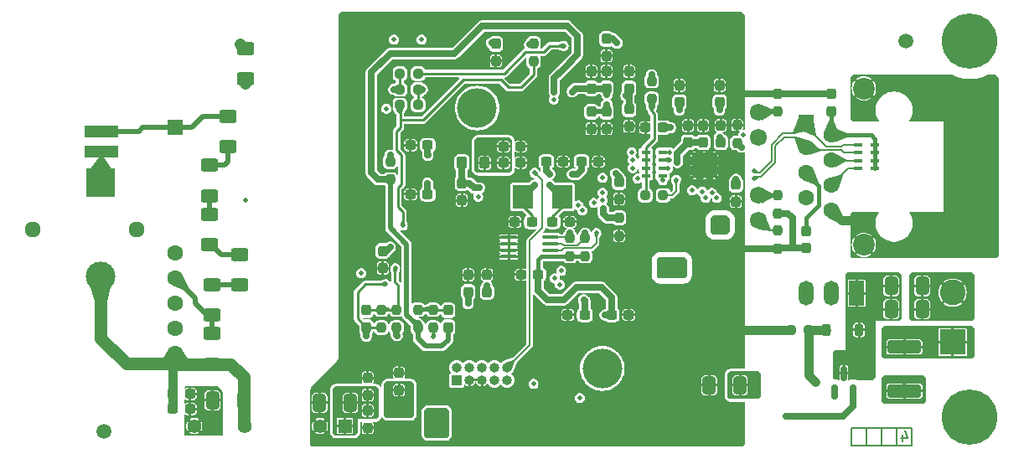
<source format=gbr>
G04 #@! TF.GenerationSoftware,KiCad,Pcbnew,8.0.1*
G04 #@! TF.CreationDate,2024-04-28T13:44:54+02:00*
G04 #@! TF.ProjectId,ETH1ISO224,45544831-4953-44f3-9232-342e6b696361,rev?*
G04 #@! TF.SameCoordinates,Original*
G04 #@! TF.FileFunction,Copper,L4,Bot*
G04 #@! TF.FilePolarity,Positive*
%FSLAX46Y46*%
G04 Gerber Fmt 4.6, Leading zero omitted, Abs format (unit mm)*
G04 Created by KiCad (PCBNEW 8.0.1) date 2024-04-28 13:44:54*
%MOMM*%
%LPD*%
G01*
G04 APERTURE LIST*
G04 Aperture macros list*
%AMRoundRect*
0 Rectangle with rounded corners*
0 $1 Rounding radius*
0 $2 $3 $4 $5 $6 $7 $8 $9 X,Y pos of 4 corners*
0 Add a 4 corners polygon primitive as box body*
4,1,4,$2,$3,$4,$5,$6,$7,$8,$9,$2,$3,0*
0 Add four circle primitives for the rounded corners*
1,1,$1+$1,$2,$3*
1,1,$1+$1,$4,$5*
1,1,$1+$1,$6,$7*
1,1,$1+$1,$8,$9*
0 Add four rect primitives between the rounded corners*
20,1,$1+$1,$2,$3,$4,$5,0*
20,1,$1+$1,$4,$5,$6,$7,0*
20,1,$1+$1,$6,$7,$8,$9,0*
20,1,$1+$1,$8,$9,$2,$3,0*%
%AMFreePoly0*
4,1,29,0.178017,0.779942,0.347107,0.720775,0.498792,0.625465,0.625465,0.498792,0.720775,0.347107,0.779942,0.178017,0.800000,0.000000,0.779942,-0.178017,0.720775,-0.347107,0.625465,-0.498792,0.498792,-0.625465,0.347107,-0.720775,0.178017,-0.779942,0.000000,-0.800000,-0.178017,-0.779942,-0.347107,-0.720775,-0.498792,-0.625465,-0.625465,-0.498792,-0.720775,-0.347107,-0.779942,-0.178017,
-0.800000,0.000000,-0.779942,0.178017,-0.720775,0.347107,-0.625465,0.498792,-0.498792,0.625465,-0.347107,0.720775,-0.178017,0.779942,0.000000,0.800000,0.178017,0.779942,0.178017,0.779942,$1*%
G04 Aperture macros list end*
%ADD10C,0.200000*%
G04 #@! TA.AperFunction,NonConductor*
%ADD11C,0.200000*%
G04 #@! TD*
G04 #@! TA.AperFunction,SMDPad,CuDef*
%ADD12RoundRect,0.237500X0.237500X-0.250000X0.237500X0.250000X-0.237500X0.250000X-0.237500X-0.250000X0*%
G04 #@! TD*
G04 #@! TA.AperFunction,SMDPad,CuDef*
%ADD13RoundRect,0.237500X-0.237500X0.300000X-0.237500X-0.300000X0.237500X-0.300000X0.237500X0.300000X0*%
G04 #@! TD*
G04 #@! TA.AperFunction,ComponentPad*
%ADD14R,2.600000X2.600000*%
G04 #@! TD*
G04 #@! TA.AperFunction,ComponentPad*
%ADD15C,2.600000*%
G04 #@! TD*
G04 #@! TA.AperFunction,ComponentPad*
%ADD16C,4.000000*%
G04 #@! TD*
G04 #@! TA.AperFunction,ComponentPad*
%ADD17C,1.400000*%
G04 #@! TD*
G04 #@! TA.AperFunction,ComponentPad*
%ADD18R,1.400000X1.400000*%
G04 #@! TD*
G04 #@! TA.AperFunction,ComponentPad*
%ADD19C,1.600000*%
G04 #@! TD*
G04 #@! TA.AperFunction,ComponentPad*
%ADD20RoundRect,0.222222X-0.577778X0.577778X-0.577778X-0.577778X0.577778X-0.577778X0.577778X0.577778X0*%
G04 #@! TD*
G04 #@! TA.AperFunction,ComponentPad*
%ADD21R,1.000000X1.000000*%
G04 #@! TD*
G04 #@! TA.AperFunction,ComponentPad*
%ADD22O,1.000000X1.000000*%
G04 #@! TD*
G04 #@! TA.AperFunction,ComponentPad*
%ADD23RoundRect,0.248000X0.552000X-0.552000X0.552000X0.552000X-0.552000X0.552000X-0.552000X-0.552000X0*%
G04 #@! TD*
G04 #@! TA.AperFunction,ComponentPad*
%ADD24C,1.720000*%
G04 #@! TD*
G04 #@! TA.AperFunction,ComponentPad*
%ADD25C,2.200000*%
G04 #@! TD*
G04 #@! TA.AperFunction,ComponentPad*
%ADD26R,1.500000X2.500000*%
G04 #@! TD*
G04 #@! TA.AperFunction,ComponentPad*
%ADD27O,1.500000X2.500000*%
G04 #@! TD*
G04 #@! TA.AperFunction,WasherPad*
%ADD28FreePoly0,270.000000*%
G04 #@! TD*
G04 #@! TA.AperFunction,ComponentPad*
%ADD29R,3.000000X3.000000*%
G04 #@! TD*
G04 #@! TA.AperFunction,ComponentPad*
%ADD30C,3.000000*%
G04 #@! TD*
G04 #@! TA.AperFunction,ComponentPad*
%ADD31C,5.600000*%
G04 #@! TD*
G04 #@! TA.AperFunction,HeatsinkPad*
%ADD32C,0.500000*%
G04 #@! TD*
G04 #@! TA.AperFunction,HeatsinkPad*
%ADD33R,2.500000X2.500000*%
G04 #@! TD*
G04 #@! TA.AperFunction,SMDPad,CuDef*
%ADD34RoundRect,0.237500X0.237500X-0.300000X0.237500X0.300000X-0.237500X0.300000X-0.237500X-0.300000X0*%
G04 #@! TD*
G04 #@! TA.AperFunction,SMDPad,CuDef*
%ADD35RoundRect,0.237500X-0.237500X0.250000X-0.237500X-0.250000X0.237500X-0.250000X0.237500X0.250000X0*%
G04 #@! TD*
G04 #@! TA.AperFunction,SMDPad,CuDef*
%ADD36R,3.400000X1.300000*%
G04 #@! TD*
G04 #@! TA.AperFunction,SMDPad,CuDef*
%ADD37RoundRect,0.237500X0.300000X0.237500X-0.300000X0.237500X-0.300000X-0.237500X0.300000X-0.237500X0*%
G04 #@! TD*
G04 #@! TA.AperFunction,SMDPad,CuDef*
%ADD38RoundRect,0.237500X-0.250000X-0.237500X0.250000X-0.237500X0.250000X0.237500X-0.250000X0.237500X0*%
G04 #@! TD*
G04 #@! TA.AperFunction,SMDPad,CuDef*
%ADD39RoundRect,0.250000X-0.412500X-0.650000X0.412500X-0.650000X0.412500X0.650000X-0.412500X0.650000X0*%
G04 #@! TD*
G04 #@! TA.AperFunction,SMDPad,CuDef*
%ADD40R,0.900000X0.400000*%
G04 #@! TD*
G04 #@! TA.AperFunction,SMDPad,CuDef*
%ADD41R,2.000000X2.400000*%
G04 #@! TD*
G04 #@! TA.AperFunction,SMDPad,CuDef*
%ADD42RoundRect,0.250000X-1.450000X0.400000X-1.450000X-0.400000X1.450000X-0.400000X1.450000X0.400000X0*%
G04 #@! TD*
G04 #@! TA.AperFunction,SMDPad,CuDef*
%ADD43RoundRect,0.250000X0.625000X-0.400000X0.625000X0.400000X-0.625000X0.400000X-0.625000X-0.400000X0*%
G04 #@! TD*
G04 #@! TA.AperFunction,SMDPad,CuDef*
%ADD44RoundRect,0.237500X-0.300000X-0.237500X0.300000X-0.237500X0.300000X0.237500X-0.300000X0.237500X0*%
G04 #@! TD*
G04 #@! TA.AperFunction,SMDPad,CuDef*
%ADD45RoundRect,0.237500X0.250000X0.237500X-0.250000X0.237500X-0.250000X-0.237500X0.250000X-0.237500X0*%
G04 #@! TD*
G04 #@! TA.AperFunction,SMDPad,CuDef*
%ADD46C,1.500000*%
G04 #@! TD*
G04 #@! TA.AperFunction,SMDPad,CuDef*
%ADD47RoundRect,0.250000X-0.625000X0.400000X-0.625000X-0.400000X0.625000X-0.400000X0.625000X0.400000X0*%
G04 #@! TD*
G04 #@! TA.AperFunction,SMDPad,CuDef*
%ADD48RoundRect,0.250000X0.412500X0.650000X-0.412500X0.650000X-0.412500X-0.650000X0.412500X-0.650000X0*%
G04 #@! TD*
G04 #@! TA.AperFunction,SMDPad,CuDef*
%ADD49RoundRect,0.225000X-0.225000X-0.375000X0.225000X-0.375000X0.225000X0.375000X-0.225000X0.375000X0*%
G04 #@! TD*
G04 #@! TA.AperFunction,SMDPad,CuDef*
%ADD50RoundRect,0.100000X-0.712500X-0.100000X0.712500X-0.100000X0.712500X0.100000X-0.712500X0.100000X0*%
G04 #@! TD*
G04 #@! TA.AperFunction,SMDPad,CuDef*
%ADD51RoundRect,0.150000X0.150000X-0.587500X0.150000X0.587500X-0.150000X0.587500X-0.150000X-0.587500X0*%
G04 #@! TD*
G04 #@! TA.AperFunction,SMDPad,CuDef*
%ADD52RoundRect,0.250000X0.275000X0.350000X-0.275000X0.350000X-0.275000X-0.350000X0.275000X-0.350000X0*%
G04 #@! TD*
G04 #@! TA.AperFunction,ViaPad*
%ADD53C,0.500000*%
G04 #@! TD*
G04 #@! TA.AperFunction,Conductor*
%ADD54C,0.254000*%
G04 #@! TD*
G04 #@! TA.AperFunction,Conductor*
%ADD55C,0.508000*%
G04 #@! TD*
G04 #@! TA.AperFunction,Conductor*
%ADD56C,0.127000*%
G04 #@! TD*
G04 #@! TA.AperFunction,Conductor*
%ADD57C,0.635000*%
G04 #@! TD*
G04 #@! TA.AperFunction,Conductor*
%ADD58C,1.270000*%
G04 #@! TD*
G04 #@! TA.AperFunction,Conductor*
%ADD59C,0.889000*%
G04 #@! TD*
G04 #@! TA.AperFunction,Conductor*
%ADD60C,1.143000*%
G04 #@! TD*
G04 #@! TA.AperFunction,Conductor*
%ADD61C,0.381000*%
G04 #@! TD*
G04 APERTURE END LIST*
D10*
D11*
X190182523Y-108243552D02*
X190182523Y-108910219D01*
X190420618Y-107862600D02*
X190658713Y-108576885D01*
X190658713Y-108576885D02*
X190039666Y-108576885D01*
D12*
G04 #@! TO.P,R221,2*
G04 #@! TO.N,Net-(D201-A)*
X152908000Y-68683500D03*
G04 #@! TO.P,R221,1*
G04 #@! TO.N,Net-(R216-Pad1)*
X152908000Y-70508500D03*
G04 #@! TD*
D13*
G04 #@! TO.P,C211,1*
G04 #@! TO.N,+5VA*
X160274000Y-68225500D03*
G04 #@! TO.P,C211,2*
G04 #@! TO.N,GND*
X160274000Y-69950500D03*
G04 #@! TD*
D14*
G04 #@! TO.P,J301,1,Pin_1*
G04 #@! TO.N,Net-(J301-Pin_1)*
X195250000Y-98893000D03*
D15*
G04 #@! TO.P,J301,2,Pin_2*
G04 #@! TO.N,GND*
X195250000Y-93893000D03*
G04 #@! TD*
D16*
G04 #@! TO.P,HS101,1*
G04 #@! TO.N,N/C*
X159863000Y-101552000D03*
X147223000Y-75232000D03*
G04 #@! TD*
D17*
G04 #@! TO.P,U202,7,+Vout*
G04 #@! TO.N,+15V*
X118618000Y-107366000D03*
G04 #@! TO.P,U202,5,-Vout*
G04 #@! TO.N,GND1*
X123698000Y-107366000D03*
G04 #@! TO.P,U202,2,-Vin*
G04 #@! TO.N,GND*
X131318000Y-107366000D03*
D18*
G04 #@! TO.P,U202,1,+Vin*
G04 #@! TO.N,+5VA*
X133858000Y-107366000D03*
G04 #@! TD*
D19*
G04 #@! TO.P,RN201,6,R5*
G04 #@! TO.N,GND1*
X116713000Y-100076000D03*
G04 #@! TO.P,RN201,5,R4*
G04 #@! TO.N,unconnected-(RN201-R4-Pad5)*
X116713000Y-97536000D03*
G04 #@! TO.P,RN201,4,R3*
G04 #@! TO.N,unconnected-(RN201-R3-Pad4)*
X116713000Y-94996000D03*
G04 #@! TO.P,RN201,3,R2*
G04 #@! TO.N,Net-(RN201-R2)*
X116713000Y-92456000D03*
G04 #@! TO.P,RN201,2,R1*
G04 #@! TO.N,unconnected-(RN201-R1-Pad2)*
X116713000Y-89916000D03*
D20*
G04 #@! TO.P,RN201,1,common*
G04 #@! TO.N,Net-(RN201-common)*
X116713000Y-77216000D03*
G04 #@! TD*
D21*
G04 #@! TO.P,J401,1,Pin_1*
G04 #@! TO.N,+3.3V*
X145151000Y-102733000D03*
D22*
G04 #@! TO.P,J401,2,Pin_2*
G04 #@! TO.N,/MCU/TMS_SWDIO*
X145151000Y-101463000D03*
G04 #@! TO.P,J401,3,Pin_3*
G04 #@! TO.N,GND*
X146421000Y-102733000D03*
G04 #@! TO.P,J401,4,Pin_4*
G04 #@! TO.N,/MCU/TCK_SWCLK*
X146421000Y-101463000D03*
G04 #@! TO.P,J401,5,Pin_5*
G04 #@! TO.N,GND*
X147691000Y-102733000D03*
G04 #@! TO.P,J401,6,Pin_6*
G04 #@! TO.N,unconnected-(J401-Pin_6-Pad6)*
X147691000Y-101463000D03*
G04 #@! TO.P,J401,7,Pin_7*
G04 #@! TO.N,unconnected-(J401-Pin_7-Pad7)*
X148961000Y-102733000D03*
G04 #@! TO.P,J401,8,Pin_8*
G04 #@! TO.N,unconnected-(J401-Pin_8-Pad8)*
X148961000Y-101463000D03*
G04 #@! TO.P,J401,9,Pin_9*
G04 #@! TO.N,unconnected-(J401-Pin_9-Pad9)*
X150231000Y-102733000D03*
G04 #@! TO.P,J401,10,Pin_10*
G04 #@! TO.N,/MCU/NRST*
X150231000Y-101463000D03*
G04 #@! TD*
D23*
G04 #@! TO.P,J501,1,TD+*
G04 #@! TO.N,/Ethernet/ETH_TXP*
X180452000Y-76708000D03*
D19*
G04 #@! TO.P,J501,2,TCT*
G04 #@! TO.N,VCCQ*
X182992000Y-77978000D03*
G04 #@! TO.P,J501,3,TD-*
G04 #@! TO.N,/Ethernet/ETH_TXN*
X180452000Y-79248000D03*
G04 #@! TO.P,J501,4,RD+*
G04 #@! TO.N,/Ethernet/ETH_RXP*
X182992000Y-80518000D03*
G04 #@! TO.P,J501,5,RCT*
G04 #@! TO.N,VCCQ*
X180452000Y-81788000D03*
G04 #@! TO.P,J501,6,RD-*
G04 #@! TO.N,/Ethernet/ETH_RXN*
X182992000Y-83058000D03*
G04 #@! TO.P,J501,7,NC*
G04 #@! TO.N,unconnected-(J501-NC-Pad7)*
X180452000Y-84328000D03*
G04 #@! TO.P,J501,8*
G04 #@! TO.N,Earth*
X182992000Y-85598000D03*
D24*
G04 #@! TO.P,J501,9*
G04 #@! TO.N,Net-(J501-Pad9)*
X175622000Y-75688000D03*
G04 #@! TO.P,J501,10*
G04 #@! TO.N,/Ethernet/LED1*
X175622000Y-78228000D03*
G04 #@! TO.P,J501,11*
G04 #@! TO.N,Net-(J501-Pad11)*
X175622000Y-84078000D03*
G04 #@! TO.P,J501,12*
G04 #@! TO.N,/Ethernet/LED2*
X175622000Y-86618000D03*
D25*
G04 #@! TO.P,J501,SH*
G04 #@! TO.N,Earth*
X186292000Y-73253000D03*
X186292000Y-89053000D03*
G04 #@! TD*
D26*
G04 #@! TO.P,U301,1,Vin*
G04 #@! TO.N,Net-(D301-K)*
X185566500Y-93948500D03*
D27*
G04 #@! TO.P,U301,2,GND*
G04 #@! TO.N,GND*
X183026500Y-93948500D03*
G04 #@! TO.P,U301,3,Vout*
G04 #@! TO.N,+5V*
X180486500Y-93948500D03*
G04 #@! TD*
D28*
G04 #@! TO.P,J201,*
G04 #@! TO.N,*
X112770000Y-87500000D03*
X102270000Y-87500000D03*
D29*
G04 #@! TO.P,J201,1,Pin_1*
G04 #@! TO.N,Net-(J201-Pin_1)*
X109170000Y-82740000D03*
D30*
G04 #@! TO.P,J201,2,Pin_2*
G04 #@! TO.N,GND1*
X109170000Y-92260000D03*
G04 #@! TD*
D31*
G04 #@! TO.P,H104,1*
G04 #@! TO.N,N/C*
X197000000Y-106500000D03*
G04 #@! TD*
G04 #@! TO.P,H103,1*
G04 #@! TO.N,N/C*
X197000000Y-68500000D03*
G04 #@! TD*
D32*
G04 #@! TO.P,U501,25,VSS*
G04 #@! TO.N,GND*
X171180000Y-80026000D03*
X170180000Y-80026000D03*
X169180000Y-80026000D03*
X171180000Y-81026000D03*
X170180000Y-81026000D03*
D33*
X170180000Y-81026000D03*
D32*
X169180000Y-81026000D03*
X171180000Y-82026000D03*
X170180000Y-82026000D03*
X169180000Y-82026000D03*
G04 #@! TD*
D34*
G04 #@! TO.P,C509,1*
G04 #@! TO.N,VCCQ*
X171831000Y-78713500D03*
G04 #@! TO.P,C509,2*
G04 #@! TO.N,GND*
X171831000Y-76988500D03*
G04 #@! TD*
D35*
G04 #@! TO.P,R402,1*
G04 #@! TO.N,/MCU/MCU_DEF*
X164846000Y-72493500D03*
G04 #@! TO.P,R402,2*
G04 #@! TO.N,+3.3V*
X164846000Y-74318500D03*
G04 #@! TD*
D34*
G04 #@! TO.P,C504,1*
G04 #@! TO.N,Net-(U501-XTAL2)*
X171704000Y-74649500D03*
G04 #@! TO.P,C504,2*
G04 #@! TO.N,GND*
X171704000Y-72924500D03*
G04 #@! TD*
D36*
G04 #@! TO.P,L201,1,1*
G04 #@! TO.N,Net-(J201-Pin_1)*
X109220000Y-79663000D03*
G04 #@! TO.P,L201,2,2*
G04 #@! TO.N,Net-(RN201-common)*
X109220000Y-77563000D03*
G04 #@! TD*
D37*
G04 #@! TO.P,C215,1*
G04 #@! TO.N,+5VA*
X142213500Y-83947000D03*
G04 #@! TO.P,C215,2*
G04 #@! TO.N,GND*
X140488500Y-83947000D03*
G04 #@! TD*
D13*
G04 #@! TO.P,C510,1*
G04 #@! TO.N,VCCQ*
X173355000Y-82957500D03*
G04 #@! TO.P,C510,2*
G04 #@! TO.N,GND*
X173355000Y-84682500D03*
G04 #@! TD*
G04 #@! TO.P,C209,1*
G04 #@! TO.N,Net-(U205A--)*
X136017000Y-95657500D03*
G04 #@! TO.P,C209,2*
G04 #@! TO.N,Net-(C209-Pad2)*
X136017000Y-97382500D03*
G04 #@! TD*
D38*
G04 #@! TO.P,R218,1*
G04 #@! TO.N,Net-(R217-Pad2)*
X139422500Y-71755000D03*
G04 #@! TO.P,R218,2*
G04 #@! TO.N,Net-(U208--)*
X141247500Y-71755000D03*
G04 #@! TD*
D39*
G04 #@! TO.P,C301,1*
G04 #@! TO.N,Net-(D301-K)*
X189064500Y-95552000D03*
G04 #@! TO.P,C301,2*
G04 #@! TO.N,GND*
X192189500Y-95552000D03*
G04 #@! TD*
D40*
G04 #@! TO.P,RN502,1,R1.1*
G04 #@! TO.N,/Ethernet/MODE0*
X165950000Y-79699000D03*
G04 #@! TO.P,RN502,2,R2.1*
G04 #@! TO.N,/Ethernet/MODE1*
X165950000Y-80499000D03*
G04 #@! TO.P,RN502,3,R3.1*
G04 #@! TO.N,/Ethernet/MODE2*
X165950000Y-81299000D03*
G04 #@! TO.P,RN502,4,R4.1*
G04 #@! TO.N,/Ethernet/REFCLK0*
X165950000Y-82099000D03*
G04 #@! TO.P,RN502,5,R4.2*
G04 #@! TO.N,+3.3V*
X164250000Y-82099000D03*
G04 #@! TO.P,RN502,6,R3.2*
X164250000Y-81299000D03*
G04 #@! TO.P,RN502,7,R2.2*
X164250000Y-80499000D03*
G04 #@! TO.P,RN502,8,R1.2*
X164250000Y-79699000D03*
G04 #@! TD*
D37*
G04 #@! TO.P,C417,1*
G04 #@! TO.N,Net-(U403-PH1)*
X152754500Y-86741000D03*
G04 #@! TO.P,C417,2*
G04 #@! TO.N,GND*
X151029500Y-86741000D03*
G04 #@! TD*
D35*
G04 #@! TO.P,R504,1*
G04 #@! TO.N,GND*
X173482000Y-76938500D03*
G04 #@! TO.P,R504,2*
G04 #@! TO.N,Net-(U501-RBIAS)*
X173482000Y-78763500D03*
G04 #@! TD*
D41*
G04 #@! TO.P,Y401,1,1*
G04 #@! TO.N,Net-(U403-PH0)*
X155797000Y-84201000D03*
G04 #@! TO.P,Y401,2,2*
G04 #@! TO.N,Net-(U403-PH1)*
X151797000Y-84201000D03*
G04 #@! TD*
D42*
G04 #@! TO.P,F301,1*
G04 #@! TO.N,Net-(J301-Pin_1)*
X190373000Y-99375000D03*
G04 #@! TO.P,F301,2*
G04 #@! TO.N,Net-(Q301-D)*
X190373000Y-103825000D03*
G04 #@! TD*
D40*
G04 #@! TO.P,RN503,1,R1.1*
G04 #@! TO.N,/Ethernet/ETH_RXN*
X185713000Y-81337000D03*
G04 #@! TO.P,RN503,2,R2.1*
G04 #@! TO.N,/Ethernet/ETH_RXP*
X185713000Y-80537000D03*
G04 #@! TO.P,RN503,3,R3.1*
G04 #@! TO.N,/Ethernet/ETH_TXN*
X185713000Y-79737000D03*
G04 #@! TO.P,RN503,4,R4.1*
G04 #@! TO.N,/Ethernet/ETH_TXP*
X185713000Y-78937000D03*
G04 #@! TO.P,RN503,5,R4.2*
G04 #@! TO.N,VCCQ*
X187413000Y-78937000D03*
G04 #@! TO.P,RN503,6,R3.2*
X187413000Y-79737000D03*
G04 #@! TO.P,RN503,7,R2.2*
X187413000Y-80537000D03*
G04 #@! TO.P,RN503,8,R1.2*
X187413000Y-81337000D03*
G04 #@! TD*
D12*
G04 #@! TO.P,R211,1*
G04 #@! TO.N,VCOM*
X141224000Y-97432500D03*
G04 #@! TO.P,R211,2*
G04 #@! TO.N,Net-(U205A-+)*
X141224000Y-95607500D03*
G04 #@! TD*
D43*
G04 #@! TO.P,R207,1*
G04 #@! TO.N,Net-(RN201-R2)*
X120396000Y-96165000D03*
G04 #@! TO.P,R207,2*
G04 #@! TO.N,Net-(R206-Pad1)*
X120396000Y-93065000D03*
G04 #@! TD*
D44*
G04 #@! TO.P,C414,1*
G04 #@! TO.N,+3.3V*
X157760500Y-80645000D03*
G04 #@! TO.P,C414,2*
G04 #@! TO.N,GND*
X159485500Y-80645000D03*
G04 #@! TD*
D45*
G04 #@! TO.P,R217,1*
G04 #@! TO.N,Net-(R216-Pad2)*
X141247500Y-73345500D03*
G04 #@! TO.P,R217,2*
G04 #@! TO.N,Net-(R217-Pad2)*
X139422500Y-73345500D03*
G04 #@! TD*
D34*
G04 #@! TO.P,C501,1*
G04 #@! TO.N,Net-(U501-XTAL1{slash}CLKIN)*
X167640000Y-74649500D03*
G04 #@! TO.P,C501,2*
G04 #@! TO.N,GND*
X167640000Y-72924500D03*
G04 #@! TD*
D44*
G04 #@! TO.P,C422,1*
G04 #@! TO.N,GND*
X151664500Y-92075000D03*
G04 #@! TO.P,C422,2*
G04 #@! TO.N,+3.3V*
X153389500Y-92075000D03*
G04 #@! TD*
G04 #@! TO.P,C408,1*
G04 #@! TO.N,+3.3V*
X160808500Y-96139000D03*
G04 #@! TO.P,C408,2*
G04 #@! TO.N,GND*
X162533500Y-96139000D03*
G04 #@! TD*
D46*
G04 #@! TO.P,FID104,*
G04 #@! TO.N,*
X190500000Y-68453000D03*
G04 #@! TD*
D12*
G04 #@! TO.P,R209,1*
G04 #@! TO.N,Net-(U201-OUT+)*
X142748000Y-97432500D03*
G04 #@! TO.P,R209,2*
G04 #@! TO.N,Net-(U205A-+)*
X142748000Y-95607500D03*
G04 #@! TD*
D47*
G04 #@! TO.P,R205,1*
G04 #@! TO.N,Net-(R204-Pad2)*
X123825000Y-69189000D03*
G04 #@! TO.P,R205,2*
G04 #@! TO.N,GND1*
X123825000Y-72289000D03*
G04 #@! TD*
D13*
G04 #@! TO.P,C207,1*
G04 #@! TO.N,+5VA*
X136144000Y-105817500D03*
G04 #@! TO.P,C207,2*
G04 #@! TO.N,GND*
X136144000Y-107542500D03*
G04 #@! TD*
D12*
G04 #@! TO.P,R210,1*
G04 #@! TO.N,Net-(U201-OUT-)*
X139065000Y-97432500D03*
G04 #@! TO.P,R210,2*
G04 #@! TO.N,Net-(U205A--)*
X139065000Y-95607500D03*
G04 #@! TD*
D43*
G04 #@! TO.P,R202,1*
G04 #@! TO.N,Net-(R202-Pad1)*
X120142000Y-84100000D03*
G04 #@! TO.P,R202,2*
G04 #@! TO.N,Net-(R201-Pad1)*
X120142000Y-81000000D03*
G04 #@! TD*
D34*
G04 #@! TO.P,C402,1*
G04 #@! TO.N,+5VA*
X162560000Y-73252500D03*
G04 #@! TO.P,C402,2*
G04 #@! TO.N,GND*
X162560000Y-71527500D03*
G04 #@! TD*
D43*
G04 #@! TO.P,R201,1*
G04 #@! TO.N,Net-(R201-Pad1)*
X122047000Y-79147000D03*
G04 #@! TO.P,R201,2*
G04 #@! TO.N,Net-(RN201-common)*
X122047000Y-76047000D03*
G04 #@! TD*
D44*
G04 #@! TO.P,C421,1*
G04 #@! TO.N,VDDA*
X149886500Y-80772000D03*
G04 #@! TO.P,C421,2*
G04 #@! TO.N,GND*
X151611500Y-80772000D03*
G04 #@! TD*
D37*
G04 #@! TO.P,C203,1*
G04 #@! TO.N,+15V*
X118210500Y-104140000D03*
G04 #@! TO.P,C203,2*
G04 #@! TO.N,GND1*
X116485500Y-104140000D03*
G04 #@! TD*
D34*
G04 #@! TO.P,C406,1*
G04 #@! TO.N,+3.3VADC*
X160274000Y-73252500D03*
G04 #@! TO.P,C406,2*
G04 #@! TO.N,GND*
X160274000Y-71527500D03*
G04 #@! TD*
G04 #@! TO.P,C505,1*
G04 #@! TO.N,+3.3V*
X168529000Y-78713500D03*
G04 #@! TO.P,C505,2*
G04 #@! TO.N,GND*
X168529000Y-76988500D03*
G04 #@! TD*
D43*
G04 #@! TO.P,R203,1*
G04 #@! TO.N,Net-(R203-Pad1)*
X120142000Y-89053000D03*
G04 #@! TO.P,R203,2*
G04 #@! TO.N,Net-(R202-Pad1)*
X120142000Y-85953000D03*
G04 #@! TD*
D35*
G04 #@! TO.P,R503,1*
G04 #@! TO.N,/Ethernet/LED2*
X177546000Y-87606500D03*
G04 #@! TO.P,R503,2*
G04 #@! TO.N,GND*
X177546000Y-89431500D03*
G04 #@! TD*
D13*
G04 #@! TO.P,C511,1*
G04 #@! TO.N,VCCQ*
X180467000Y-87656500D03*
G04 #@! TO.P,C511,2*
G04 #@! TO.N,GND*
X180467000Y-89381500D03*
G04 #@! TD*
D12*
G04 #@! TO.P,R407,1*
G04 #@! TO.N,+3.3V*
X156591000Y-90193500D03*
G04 #@! TO.P,R407,2*
G04 #@! TO.N,/MCU/I2C1_SDA*
X156591000Y-88368500D03*
G04 #@! TD*
D35*
G04 #@! TO.P,R406,1*
G04 #@! TO.N,Net-(U403-BOOT0)*
X161544000Y-86336500D03*
G04 #@! TO.P,R406,2*
G04 #@! TO.N,GND*
X161544000Y-88161500D03*
G04 #@! TD*
D34*
G04 #@! TO.P,C512,1*
G04 #@! TO.N,VCCQ*
X183007000Y-75538500D03*
G04 #@! TO.P,C512,2*
G04 #@! TO.N,GND*
X183007000Y-73813500D03*
G04 #@! TD*
D48*
G04 #@! TO.P,C206,1*
G04 #@! TO.N,+5VA*
X134404500Y-105029000D03*
G04 #@! TO.P,C206,2*
G04 #@! TO.N,GND*
X131279500Y-105029000D03*
G04 #@! TD*
D37*
G04 #@! TO.P,C204,1*
G04 #@! TO.N,+15V*
X118210500Y-105664000D03*
G04 #@! TO.P,C204,2*
G04 #@! TO.N,GND1*
X116485500Y-105664000D03*
G04 #@! TD*
D49*
G04 #@! TO.P,D302,1,K*
G04 #@! TO.N,Net-(D302-K)*
X182500000Y-97663000D03*
G04 #@! TO.P,D302,2,A*
G04 #@! TO.N,Net-(D301-K)*
X185800000Y-97663000D03*
G04 #@! TD*
D50*
G04 #@! TO.P,U404,1,A0*
G04 #@! TO.N,GND*
X150414500Y-90256000D03*
G04 #@! TO.P,U404,2,A1*
X150414500Y-89606000D03*
G04 #@! TO.P,U404,3,A2*
X150414500Y-88956000D03*
G04 #@! TO.P,U404,4,GND*
X150414500Y-88306000D03*
G04 #@! TO.P,U404,5,SDA*
G04 #@! TO.N,/MCU/I2C1_SDA*
X154639500Y-88306000D03*
G04 #@! TO.P,U404,6,SCL*
G04 #@! TO.N,/MCU/I2C1_SCL*
X154639500Y-88956000D03*
G04 #@! TO.P,U404,7,WP*
G04 #@! TO.N,/MCU/EEPROM_nWP*
X154639500Y-89606000D03*
G04 #@! TO.P,U404,8,VCC*
G04 #@! TO.N,+3.3V*
X154639500Y-90256000D03*
G04 #@! TD*
D37*
G04 #@! TO.P,C506,1*
G04 #@! TO.N,Net-(U501-VDDCR)*
X165962500Y-77216000D03*
G04 #@! TO.P,C506,2*
G04 #@! TO.N,GND*
X164237500Y-77216000D03*
G04 #@! TD*
G04 #@! TO.P,C217,1*
G04 #@! TO.N,+3.3V*
X142213500Y-78994000D03*
G04 #@! TO.P,C217,2*
G04 #@! TO.N,GND*
X140488500Y-78994000D03*
G04 #@! TD*
D43*
G04 #@! TO.P,R208,1*
G04 #@! TO.N,GND1*
X120396000Y-101118000D03*
G04 #@! TO.P,R208,2*
G04 #@! TO.N,Net-(RN201-R2)*
X120396000Y-98018000D03*
G04 #@! TD*
D35*
G04 #@! TO.P,R505,1*
G04 #@! TO.N,Net-(J501-Pad11)*
X177546000Y-84050500D03*
G04 #@! TO.P,R505,2*
G04 #@! TO.N,GND*
X177546000Y-85875500D03*
G04 #@! TD*
D51*
G04 #@! TO.P,D301,1,A*
G04 #@! TO.N,Net-(D301-A)*
X185227000Y-103934500D03*
G04 #@! TO.P,D301,2,NC*
G04 #@! TO.N,unconnected-(D301-NC-Pad2)*
X183327000Y-103934500D03*
G04 #@! TO.P,D301,3,K*
G04 #@! TO.N,Net-(D301-K)*
X184277000Y-102059500D03*
G04 #@! TD*
D46*
G04 #@! TO.P,FID102,*
G04 #@! TO.N,*
X109474000Y-107950000D03*
G04 #@! TD*
D34*
G04 #@! TO.P,C403,1*
G04 #@! TO.N,+3.3VADC*
X158750000Y-73252500D03*
G04 #@! TO.P,C403,2*
G04 #@! TO.N,GND*
X158750000Y-71527500D03*
G04 #@! TD*
D44*
G04 #@! TO.P,C418,1*
G04 #@! TO.N,VDDA*
X149886500Y-79121000D03*
G04 #@! TO.P,C418,2*
G04 #@! TO.N,GND*
X151611500Y-79121000D03*
G04 #@! TD*
D13*
G04 #@! TO.P,C405,1*
G04 #@! TO.N,+5VA*
X162560000Y-75337500D03*
G04 #@! TO.P,C405,2*
G04 #@! TO.N,GND*
X162560000Y-77062500D03*
G04 #@! TD*
G04 #@! TO.P,C401,1*
G04 #@! TO.N,+3.3V*
X145669000Y-82830500D03*
G04 #@! TO.P,C401,2*
G04 #@! TO.N,GND*
X145669000Y-84555500D03*
G04 #@! TD*
D35*
G04 #@! TO.P,R212,1*
G04 #@! TO.N,Net-(U205A--)*
X137541000Y-95607500D03*
G04 #@! TO.P,R212,2*
G04 #@! TO.N,Net-(C209-Pad2)*
X137541000Y-97432500D03*
G04 #@! TD*
D45*
G04 #@! TO.P,R302,1*
G04 #@! TO.N,Net-(D302-K)*
X180744500Y-97663000D03*
G04 #@! TO.P,R302,2*
G04 #@! TO.N,GND*
X178919500Y-97663000D03*
G04 #@! TD*
D13*
G04 #@! TO.P,C411,1*
G04 #@! TO.N,VCOM*
X160274000Y-75591500D03*
G04 #@! TO.P,C411,2*
G04 #@! TO.N,GND*
X160274000Y-77316500D03*
G04 #@! TD*
D48*
G04 #@! TO.P,C304,1*
G04 #@! TO.N,+5V*
X173774500Y-103251000D03*
G04 #@! TO.P,C304,2*
G04 #@! TO.N,GND*
X170649500Y-103251000D03*
G04 #@! TD*
D39*
G04 #@! TO.P,C302,1*
G04 #@! TO.N,Net-(D301-K)*
X189064500Y-93218000D03*
G04 #@! TO.P,C302,2*
G04 #@! TO.N,GND*
X192189500Y-93218000D03*
G04 #@! TD*
D44*
G04 #@! TO.P,C410,1*
G04 #@! TO.N,+3.3V*
X154204500Y-80645000D03*
G04 #@! TO.P,C410,2*
G04 #@! TO.N,GND*
X155929500Y-80645000D03*
G04 #@! TD*
G04 #@! TO.P,C416,1*
G04 #@! TO.N,Net-(U403-PH0)*
X154839500Y-86741000D03*
G04 #@! TO.P,C416,2*
G04 #@! TO.N,GND*
X156564500Y-86741000D03*
G04 #@! TD*
D13*
G04 #@! TO.P,C214,1*
G04 #@! TO.N,+5VA*
X137668000Y-89688500D03*
G04 #@! TO.P,C214,2*
G04 #@! TO.N,GND*
X137668000Y-91413500D03*
G04 #@! TD*
D38*
G04 #@! TO.P,R502,1*
G04 #@! TO.N,+3.3V*
X164187500Y-84074000D03*
G04 #@! TO.P,R502,2*
G04 #@! TO.N,/Ethernet/RMII_MDIO*
X166012500Y-84074000D03*
G04 #@! TD*
D35*
G04 #@! TO.P,R213,1*
G04 #@! TO.N,Net-(R213-Pad1)*
X138430000Y-80635000D03*
G04 #@! TO.P,R213,2*
G04 #@! TO.N,VCOM*
X138430000Y-82460000D03*
G04 #@! TD*
D34*
G04 #@! TO.P,C419,1*
G04 #@! TO.N,Net-(C419-Pad1)*
X148209000Y-93826500D03*
G04 #@! TO.P,C419,2*
G04 #@! TO.N,GND*
X148209000Y-92101500D03*
G04 #@! TD*
G04 #@! TO.P,C502,1*
G04 #@! TO.N,+3.3V*
X170053000Y-78713500D03*
G04 #@! TO.P,C502,2*
G04 #@! TO.N,GND*
X170053000Y-76988500D03*
G04 #@! TD*
G04 #@! TO.P,C208,1*
G04 #@! TO.N,+5VA*
X136144000Y-104240500D03*
G04 #@! TO.P,C208,2*
G04 #@! TO.N,GND*
X136144000Y-102515500D03*
G04 #@! TD*
G04 #@! TO.P,C218,1*
G04 #@! TO.N,+5VA*
X139319000Y-103732500D03*
G04 #@! TO.P,C218,2*
G04 #@! TO.N,GND*
X139319000Y-102007500D03*
G04 #@! TD*
D39*
G04 #@! TO.P,C202,1*
G04 #@! TO.N,+15V*
X120484500Y-104775000D03*
G04 #@! TO.P,C202,2*
G04 #@! TO.N,GND1*
X123609500Y-104775000D03*
G04 #@! TD*
D37*
G04 #@! TO.P,C420,1*
G04 #@! TO.N,Net-(C420-Pad1)*
X158088500Y-96139000D03*
G04 #@! TO.P,C420,2*
G04 #@! TO.N,GND*
X156363500Y-96139000D03*
G04 #@! TD*
D13*
G04 #@! TO.P,C212,1*
G04 #@! TO.N,+5VA*
X149098000Y-68733500D03*
G04 #@! TO.P,C212,2*
G04 #@! TO.N,GND*
X149098000Y-70458500D03*
G04 #@! TD*
D43*
G04 #@! TO.P,R206,1*
G04 #@! TO.N,Net-(R206-Pad1)*
X123190000Y-93117000D03*
G04 #@! TO.P,R206,2*
G04 #@! TO.N,Net-(R203-Pad1)*
X123190000Y-90017000D03*
G04 #@! TD*
D34*
G04 #@! TO.P,C404,1*
G04 #@! TO.N,+3.3V*
X146304000Y-93826500D03*
G04 #@! TO.P,C404,2*
G04 #@! TO.N,GND*
X146304000Y-92101500D03*
G04 #@! TD*
D13*
G04 #@! TO.P,C210,1*
G04 #@! TO.N,Net-(U205A-+)*
X144272000Y-95657500D03*
G04 #@! TO.P,C210,2*
G04 #@! TO.N,VCOM*
X144272000Y-97382500D03*
G04 #@! TD*
D38*
G04 #@! TO.P,R216,1*
G04 #@! TO.N,Net-(R216-Pad1)*
X139422500Y-74930000D03*
G04 #@! TO.P,R216,2*
G04 #@! TO.N,Net-(R216-Pad2)*
X141247500Y-74930000D03*
G04 #@! TD*
D13*
G04 #@! TO.P,C412,1*
G04 #@! TO.N,+3.3V*
X161544000Y-82703500D03*
G04 #@! TO.P,C412,2*
G04 #@! TO.N,GND*
X161544000Y-84428500D03*
G04 #@! TD*
D12*
G04 #@! TO.P,R506,1*
G04 #@! TO.N,Net-(J501-Pad9)*
X177546000Y-75588500D03*
G04 #@! TO.P,R506,2*
G04 #@! TO.N,GND*
X177546000Y-73763500D03*
G04 #@! TD*
G04 #@! TO.P,R408,1*
G04 #@! TO.N,+3.3V*
X158115000Y-90193500D03*
G04 #@! TO.P,R408,2*
G04 #@! TO.N,/MCU/I2C1_SCL*
X158115000Y-88368500D03*
G04 #@! TD*
D13*
G04 #@! TO.P,C409,1*
G04 #@! TO.N,VCOM*
X158750000Y-75591500D03*
G04 #@! TO.P,C409,2*
G04 #@! TO.N,GND*
X158750000Y-77316500D03*
G04 #@! TD*
D52*
G04 #@! TO.P,FB401,1*
G04 #@! TO.N,VDDA*
X147962000Y-80772000D03*
G04 #@! TO.P,FB401,2*
G04 #@! TO.N,+3.3V*
X145662000Y-80772000D03*
G04 #@! TD*
D53*
G04 #@! TO.N,GND*
X160909000Y-78867000D03*
G04 #@! TO.N,Net-(D201-A)*
X152527000Y-68834000D03*
G04 #@! TO.N,+5VA*
X161351000Y-68646000D03*
G04 #@! TO.N,GND*
X146685000Y-69596000D03*
G04 #@! TO.N,VCOM*
X155956000Y-71247000D03*
G04 #@! TO.N,GND*
X136779000Y-68326000D03*
X143891000Y-68326000D03*
G04 #@! TO.N,Net-(U208--)*
X155956000Y-68961000D03*
G04 #@! TO.N,GND*
X161417000Y-69596000D03*
G04 #@! TO.N,GND1*
X123825000Y-72771000D03*
X123825000Y-84522000D03*
G04 #@! TO.N,+5V*
X143510000Y-107061000D03*
X175387000Y-102362000D03*
X143510000Y-107950000D03*
X143510000Y-106172000D03*
X175387000Y-103251000D03*
X175387000Y-104140000D03*
G04 #@! TO.N,GND*
X147193000Y-82296000D03*
X144145000Y-93853000D03*
X156845000Y-74422000D03*
X151257000Y-72263000D03*
X138176000Y-74295000D03*
X140970000Y-82804000D03*
X169418000Y-97536000D03*
X169418000Y-96647000D03*
X151003000Y-75946000D03*
X163830000Y-76200000D03*
X159258000Y-94488000D03*
X134125500Y-96520000D03*
X155043000Y-79629000D03*
X142240000Y-91567000D03*
X154432000Y-104521000D03*
X169418000Y-95758000D03*
X151709000Y-89606000D03*
X155448000Y-82169000D03*
X149860000Y-82677000D03*
X161290000Y-74422000D03*
X159329000Y-74239000D03*
X159043000Y-97536000D03*
X171704000Y-71755000D03*
X170434000Y-97536000D03*
X140335000Y-81407000D03*
X145288000Y-78359000D03*
X170434000Y-95758000D03*
X167640000Y-71755000D03*
X148209000Y-90805000D03*
X170434000Y-96647000D03*
X157429200Y-83210400D03*
G04 #@! TO.N,Net-(C209-Pad2)*
X136017000Y-98298000D03*
X137984000Y-93026000D03*
G04 #@! TO.N,Net-(U205A--)*
X138938000Y-91440000D03*
X137867000Y-95559000D03*
G04 #@! TO.N,Net-(C419-Pad1)*
X148209000Y-93218000D03*
G04 #@! TO.N,Net-(U205A-+)*
X142185000Y-95559000D03*
G04 #@! TO.N,+5VA*
X135509000Y-91948000D03*
X148677500Y-68646000D03*
X138430000Y-105918000D03*
X139319000Y-105918000D03*
X138811000Y-68326000D03*
X140208000Y-105918000D03*
X138430000Y-89281000D03*
X142213500Y-82830500D03*
X162240000Y-73980000D03*
G04 #@! TO.N,Net-(C420-Pad1)*
X157988000Y-94615000D03*
G04 #@! TO.N,Net-(D301-K)*
X184912000Y-100584000D03*
X184023000Y-100584000D03*
X185801000Y-100584000D03*
G04 #@! TO.N,+3.3V*
X147447000Y-83312000D03*
X142240000Y-80010000D03*
X165989000Y-90932000D03*
X160147000Y-96139000D03*
X157583000Y-104545000D03*
X167767000Y-91821000D03*
X166878000Y-91821000D03*
X141605000Y-68326000D03*
X156845000Y-81915000D03*
X161218000Y-81860000D03*
X152908000Y-103124000D03*
X146304000Y-94996000D03*
X166878000Y-90932000D03*
X167445481Y-80716519D03*
X154559000Y-81915000D03*
X164846000Y-75057000D03*
X167767000Y-90932000D03*
X165989000Y-91821000D03*
G04 #@! TO.N,+3.3VADC*
X160340000Y-73853000D03*
X154940000Y-74385000D03*
X156822828Y-73589000D03*
G04 #@! TO.N,/MCU/NRST*
X169926000Y-83693000D03*
X153035000Y-81788000D03*
G04 #@! TO.N,Net-(U403-PH0)*
X154559000Y-82998500D03*
G04 #@! TO.N,Net-(U403-PH1)*
X153035000Y-82998500D03*
G04 #@! TO.N,VDDA*
X148844000Y-79057500D03*
G04 #@! TO.N,Net-(U501-XTAL1{slash}CLKIN)*
X167640000Y-75438000D03*
G04 #@! TO.N,Net-(U501-VDDCR)*
X166751000Y-77216000D03*
G04 #@! TO.N,Net-(U501-XTAL2)*
X171704000Y-75438000D03*
G04 #@! TO.N,VCCQ*
X172212000Y-87503000D03*
X171704000Y-78232000D03*
X173355000Y-82423000D03*
X171323000Y-86614000D03*
X171323000Y-87503000D03*
X172212000Y-86614000D03*
G04 #@! TO.N,Net-(D301-A)*
X178435000Y-106426000D03*
G04 #@! TO.N,Net-(D302-K)*
X181422000Y-102936000D03*
G04 #@! TO.N,Net-(Q301-D)*
X190373000Y-102743000D03*
X191262000Y-102743000D03*
X189484000Y-102743000D03*
G04 #@! TO.N,/Ethernet/ETH_TXP*
X175165956Y-81589935D03*
G04 #@! TO.N,/Ethernet/LED2*
X174117000Y-77978000D03*
G04 #@! TO.N,/Ethernet/ETH_TXN*
X175165956Y-82339935D03*
G04 #@! TO.N,/MCU/MCU_DEF*
X164846000Y-71882000D03*
G04 #@! TO.N,Net-(R213-Pad1)*
X138430000Y-80010000D03*
G04 #@! TO.N,Net-(R216-Pad2)*
X141671500Y-73345500D03*
G04 #@! TO.N,Net-(R217-Pad2)*
X138811000Y-73345500D03*
G04 #@! TO.N,VCOM*
X141224000Y-97028000D03*
X160340000Y-74869000D03*
X155011000Y-73589000D03*
G04 #@! TO.N,Net-(U403-BOOT0)*
X159952500Y-85392000D03*
G04 #@! TO.N,/MCU/I2C1_SDA*
X156591000Y-87884000D03*
G04 #@! TO.N,/MCU/I2C1_SCL*
X158115000Y-87884000D03*
G04 #@! TO.N,/Ethernet/RMII_MDIO*
X167312500Y-82476500D03*
X159893000Y-84582000D03*
G04 #@! TO.N,Net-(U501-RBIAS)*
X173926500Y-79184500D03*
G04 #@! TO.N,/Ethernet/REF_CLK*
X159893000Y-83820000D03*
X163427790Y-82358914D03*
G04 #@! TO.N,/Ethernet/REFCLK0*
X165950000Y-82550000D03*
G04 #@! TO.N,/Ethernet/RMII_CRS_DV*
X159004000Y-84836000D03*
X162941000Y-81299000D03*
G04 #@! TO.N,/Ethernet/MODE1*
X166624000Y-80468000D03*
G04 #@! TO.N,/Ethernet/MODE2*
X166497000Y-81349000D03*
G04 #@! TO.N,/Ethernet/RMII_RXD1*
X157861000Y-85598000D03*
X162941000Y-80499000D03*
G04 #@! TO.N,/Ethernet/RMII_RXD0*
X157453902Y-85063902D03*
X162814000Y-79699000D03*
G04 #@! TO.N,/Ethernet/MODE0*
X166624000Y-79699000D03*
G04 #@! TO.N,/Analog/MCU_G1*
X138060000Y-75311000D03*
X147320000Y-84201000D03*
G04 #@! TO.N,/Ethernet/RMII_TXEN*
X155702000Y-91694000D03*
X170307000Y-84328000D03*
G04 #@! TO.N,/Ethernet/RMII_TXD1*
X171430000Y-84328000D03*
X155575000Y-93091000D03*
G04 #@! TO.N,/MCU/EEPROM_nWP*
X159258000Y-87884000D03*
G04 #@! TO.N,/Ethernet/RMII_TXD0*
X170930000Y-83808000D03*
X155067000Y-92456000D03*
G04 #@! TO.N,/Ethernet/RMII_MDC*
X159893000Y-82296000D03*
X168930000Y-83546000D03*
G04 #@! TO.N,Net-(R204-Pad2)*
X123317000Y-68834000D03*
G04 #@! TO.N,Net-(R216-Pad1)*
X139700000Y-87122000D03*
X139360000Y-75373500D03*
G04 #@! TO.N,Net-(U201-OUT+)*
X142809000Y-98364000D03*
G04 #@! TO.N,Net-(U201-OUT-)*
X139126000Y-98232000D03*
G04 #@! TD*
D54*
G04 #@! TO.N,Net-(U205A-+)*
X144272000Y-95657500D02*
X142798000Y-95657500D01*
X142798000Y-95657500D02*
X142748000Y-95607500D01*
D55*
G04 #@! TO.N,VCOM*
X141224000Y-97028000D02*
X140970000Y-97028000D01*
X140970000Y-97028000D02*
X140081000Y-96139000D01*
X140081000Y-96139000D02*
X140081000Y-89027000D01*
X138430000Y-87376000D02*
X138430000Y-82460000D01*
X140081000Y-89027000D02*
X138430000Y-87376000D01*
D54*
G04 #@! TO.N,Net-(R216-Pad1)*
X139422500Y-75311000D02*
X139446000Y-75334500D01*
X139446000Y-75334500D02*
X139446000Y-77216000D01*
X139065000Y-77597000D02*
X139065000Y-79502000D01*
X139446000Y-77216000D02*
X139065000Y-77597000D01*
X139065000Y-79502000D02*
X139573000Y-80010000D01*
X139700000Y-85725000D02*
X139700000Y-87122000D01*
X139573000Y-80010000D02*
X139573000Y-82931000D01*
X139573000Y-82931000D02*
X139192000Y-83312000D01*
X139192000Y-83312000D02*
X139192000Y-85217000D01*
X139192000Y-85217000D02*
X139700000Y-85725000D01*
D55*
G04 #@! TO.N,VCOM*
X141224000Y-97432500D02*
X141224000Y-98552000D01*
X141224000Y-98552000D02*
X141986000Y-99314000D01*
X141986000Y-99314000D02*
X143637000Y-99314000D01*
X143637000Y-99314000D02*
X144272000Y-98679000D01*
X144272000Y-98679000D02*
X144272000Y-97382500D01*
D56*
G04 #@! TO.N,/MCU/NRST*
X153035000Y-81788000D02*
X153797000Y-82550000D01*
X150251000Y-101463000D02*
X150231000Y-101463000D01*
X153797000Y-82550000D02*
X153797000Y-87376000D01*
X153797000Y-87376000D02*
X152527000Y-88646000D01*
X152527000Y-88646000D02*
X152527000Y-99187000D01*
X152527000Y-99187000D02*
X150251000Y-101463000D01*
G04 #@! TO.N,/MCU/EEPROM_nWP*
X159258000Y-88900000D02*
X159258000Y-87884000D01*
X158750000Y-89408000D02*
X159258000Y-88900000D01*
X155956000Y-89408000D02*
X158750000Y-89408000D01*
X155758000Y-89606000D02*
X155956000Y-89408000D01*
X154639500Y-89606000D02*
X155758000Y-89606000D01*
G04 #@! TO.N,/MCU/I2C1_SCL*
X155758000Y-88956000D02*
X154639500Y-88956000D01*
X155956000Y-89154000D02*
X155758000Y-88956000D01*
X157329500Y-89154000D02*
X155956000Y-89154000D01*
X158115000Y-88368500D02*
X157329500Y-89154000D01*
D57*
G04 #@! TO.N,+3.3V*
X161544000Y-82703500D02*
X161544000Y-82186000D01*
X161544000Y-82186000D02*
X161218000Y-81860000D01*
X168529000Y-78713500D02*
X167445481Y-79797019D01*
X167445481Y-79797019D02*
X167445481Y-80716519D01*
G04 #@! TO.N,+3.3VADC*
X158750000Y-73252500D02*
X157159328Y-73252500D01*
X157159328Y-73252500D02*
X156822828Y-73589000D01*
G04 #@! TO.N,VCOM*
X155956000Y-71247000D02*
X157353000Y-69850000D01*
X157353000Y-69850000D02*
X157353000Y-67945000D01*
X157353000Y-67945000D02*
X156337000Y-66929000D01*
X136525000Y-71628000D02*
X136525000Y-81788000D01*
X136525000Y-81788000D02*
X137197000Y-82460000D01*
X156337000Y-66929000D02*
X147701000Y-66929000D01*
X144907000Y-69723000D02*
X138430000Y-69723000D01*
X147701000Y-66929000D02*
X144907000Y-69723000D01*
X138430000Y-69723000D02*
X136525000Y-71628000D01*
X137197000Y-82460000D02*
X138430000Y-82460000D01*
D58*
G04 #@! TO.N,GND1*
X123609500Y-104775000D02*
X123609500Y-102400500D01*
X123609500Y-102400500D02*
X122327000Y-101118000D01*
X122327000Y-101118000D02*
X120396000Y-101118000D01*
D59*
X116485500Y-104140000D02*
X116485500Y-101092500D01*
X116485500Y-101092500D02*
X116485000Y-101092000D01*
X116485500Y-104140000D02*
X116485500Y-105664000D01*
D58*
X123644000Y-107166000D02*
X123609500Y-107131500D01*
X123609500Y-107131500D02*
X123609500Y-104775000D01*
X116713000Y-100076000D02*
X117755000Y-101118000D01*
X117755000Y-101118000D02*
X118110000Y-101118000D01*
X116713000Y-100076000D02*
X115697000Y-101092000D01*
X115697000Y-101092000D02*
X114935000Y-101092000D01*
X115697000Y-101092000D02*
X116485000Y-101092000D01*
X111760000Y-101092000D02*
X115697000Y-101092000D01*
X120396000Y-101118000D02*
X117475000Y-101118000D01*
X117475000Y-101118000D02*
X116967000Y-101118000D01*
X109170000Y-92260000D02*
X109170000Y-98502000D01*
X109170000Y-98502000D02*
X111760000Y-101092000D01*
X116485000Y-101092000D02*
X116713000Y-100864000D01*
X116967000Y-101118000D02*
X116713000Y-100864000D01*
X116713000Y-100864000D02*
X116713000Y-100076000D01*
D54*
G04 #@! TO.N,Net-(R216-Pad1)*
X139360000Y-75373500D02*
X139446000Y-75459500D01*
X150368000Y-73152000D02*
X151638000Y-73152000D01*
X139446000Y-75459500D02*
X139446000Y-76454000D01*
X139446000Y-76454000D02*
X141732000Y-76454000D01*
X141732000Y-76454000D02*
X145796000Y-72390000D01*
X145796000Y-72390000D02*
X149606000Y-72390000D01*
X149606000Y-72390000D02*
X150368000Y-73152000D01*
X151638000Y-73152000D02*
X152908000Y-71882000D01*
X152908000Y-71882000D02*
X152908000Y-70508500D01*
D57*
G04 #@! TO.N,Net-(D201-A)*
X152527000Y-68834000D02*
X152677500Y-68683500D01*
X152677500Y-68683500D02*
X152908000Y-68683500D01*
G04 #@! TO.N,VCOM*
X155011000Y-73589000D02*
X155011000Y-72192000D01*
X155011000Y-72192000D02*
X155956000Y-71247000D01*
D54*
G04 #@! TO.N,Net-(U208--)*
X155956000Y-68961000D02*
X154559000Y-68961000D01*
X154559000Y-68961000D02*
X153924000Y-69596000D01*
X153924000Y-69596000D02*
X152104529Y-69596000D01*
X152104529Y-69596000D02*
X149945529Y-71755000D01*
X149945529Y-71755000D02*
X141247500Y-71755000D01*
D55*
G04 #@! TO.N,Net-(R201-Pad1)*
X122047000Y-79147000D02*
X122047000Y-80645000D01*
X122047000Y-80645000D02*
X121692000Y-81000000D01*
X121692000Y-81000000D02*
X120142000Y-81000000D01*
G04 #@! TO.N,Net-(R203-Pad1)*
X123190000Y-90017000D02*
X121347750Y-90017000D01*
X121347750Y-90017000D02*
X120383750Y-89053000D01*
X120383750Y-89053000D02*
X120142000Y-89053000D01*
G04 #@! TO.N,Net-(R202-Pad1)*
X120142000Y-84100000D02*
X120142000Y-85953000D01*
D57*
G04 #@! TO.N,+5VA*
X160274000Y-68225500D02*
X160930500Y-68225500D01*
X160930500Y-68225500D02*
X161351000Y-68646000D01*
X149098000Y-68733500D02*
X148765000Y-68733500D01*
X148765000Y-68733500D02*
X148677500Y-68646000D01*
D55*
G04 #@! TO.N,Net-(U208--)*
X141247500Y-71651500D02*
X141247500Y-71755000D01*
D57*
G04 #@! TO.N,Net-(U201-OUT-)*
X139065000Y-97432500D02*
X139065000Y-98171000D01*
X139065000Y-98171000D02*
X139126000Y-98232000D01*
D54*
G04 #@! TO.N,Net-(U205A--)*
X138938000Y-91440000D02*
X138900000Y-91478000D01*
X139192000Y-93092000D02*
X139192000Y-95504000D01*
X138900000Y-91478000D02*
X138900000Y-92800000D01*
X138900000Y-92800000D02*
X139192000Y-93092000D01*
X139192000Y-95504000D02*
X139088500Y-95607500D01*
X139088500Y-95607500D02*
X139065000Y-95607500D01*
D56*
G04 #@! TO.N,*
X189611000Y-107569000D02*
X189611000Y-109347000D01*
X185039000Y-109347000D02*
X185039000Y-107569000D01*
X185039000Y-107569000D02*
X191135000Y-107569000D01*
X191135000Y-109347000D02*
X191135000Y-107569000D01*
X191135000Y-109347000D02*
X185039000Y-109347000D01*
X186563000Y-109347000D02*
X186563000Y-107569000D01*
X188087000Y-107569000D02*
X188087000Y-109347000D01*
D59*
G04 #@! TO.N,GND1*
X123825000Y-72771000D02*
X123698000Y-72644000D01*
D60*
X123825000Y-72771000D02*
X123825000Y-72289000D01*
D59*
X123698000Y-72644000D02*
X123698000Y-72289000D01*
D57*
G04 #@! TO.N,GND*
X183007000Y-73813500D02*
X177596000Y-73813500D01*
X179070000Y-89408000D02*
X177569500Y-89408000D01*
D59*
X178919500Y-97663000D02*
X173482000Y-97663000D01*
D57*
X177546000Y-73763500D02*
X173886500Y-73763500D01*
D56*
X151709000Y-89606000D02*
X150414500Y-89606000D01*
X167640000Y-72924500D02*
X167640000Y-71755000D01*
D57*
X179070000Y-86360000D02*
X178585500Y-85875500D01*
D56*
X148209000Y-92101500D02*
X148209000Y-90805000D01*
D57*
X178585500Y-85875500D02*
X177546000Y-85875500D01*
X179070000Y-89408000D02*
X179070000Y-86360000D01*
X177596000Y-73813500D02*
X177546000Y-73763500D01*
X173863000Y-73787000D02*
X173886500Y-73763500D01*
X180467000Y-89381500D02*
X180440500Y-89408000D01*
X177546000Y-89431500D02*
X173632500Y-89431500D01*
D56*
X171704000Y-72924500D02*
X171704000Y-71755000D01*
D57*
X180440500Y-89408000D02*
X179070000Y-89408000D01*
X177569500Y-89408000D02*
X177546000Y-89431500D01*
D54*
G04 #@! TO.N,Net-(C209-Pad2)*
X136067000Y-97432500D02*
X136017000Y-97382500D01*
X135955000Y-93026000D02*
X137984000Y-93026000D01*
D57*
X136017000Y-98298000D02*
X136017000Y-97382500D01*
D54*
X136017000Y-97382500D02*
X135990500Y-97382500D01*
X135990500Y-97382500D02*
X135128000Y-96520000D01*
X135128000Y-93853000D02*
X135955000Y-93026000D01*
X135128000Y-96520000D02*
X135128000Y-93853000D01*
X137541000Y-97432500D02*
X136067000Y-97432500D01*
X137237000Y-97382500D02*
X137287000Y-97432500D01*
G04 #@! TO.N,Net-(U205A--)*
X137867000Y-95559000D02*
X137915500Y-95607500D01*
X137915500Y-95607500D02*
X138199500Y-95607500D01*
X138199500Y-95607500D02*
X139065000Y-95607500D01*
X136067000Y-95607500D02*
X136017000Y-95657500D01*
X137541000Y-95607500D02*
X136067000Y-95607500D01*
D57*
G04 #@! TO.N,Net-(C419-Pad1)*
X148209000Y-93218000D02*
X148209000Y-93826500D01*
D54*
G04 #@! TO.N,Net-(U205A-+)*
X142748000Y-95607500D02*
X142233500Y-95607500D01*
X144222000Y-95607500D02*
X144272000Y-95657500D01*
X141224000Y-95607500D02*
X142136500Y-95607500D01*
X142233500Y-95607500D02*
X142185000Y-95559000D01*
X142136500Y-95607500D02*
X142185000Y-95559000D01*
D57*
G04 #@! TO.N,+5VA*
X162560000Y-74041000D02*
X162560000Y-73252500D01*
X162560000Y-73252500D02*
X162560000Y-73660000D01*
X142213500Y-82830500D02*
X142213500Y-83947000D01*
X137668000Y-89688500D02*
X138022500Y-89688500D01*
X138022500Y-89688500D02*
X138430000Y-89281000D01*
X162560000Y-73660000D02*
X162240000Y-73980000D01*
X162560000Y-74041000D02*
X162301000Y-74041000D01*
X162301000Y-74041000D02*
X162240000Y-73980000D01*
X162560000Y-75337500D02*
X162560000Y-74041000D01*
G04 #@! TO.N,Net-(C420-Pad1)*
X157988000Y-94615000D02*
X158088500Y-94715500D01*
X158088500Y-94715500D02*
X158088500Y-96139000D01*
G04 #@! TO.N,+3.3V*
X159766000Y-93345000D02*
X157226000Y-93345000D01*
D54*
X164250000Y-84011500D02*
X164187500Y-84074000D01*
X164250000Y-79209000D02*
X165100000Y-78359000D01*
D57*
X156845000Y-81915000D02*
X157353000Y-81915000D01*
X160808500Y-94387500D02*
X159766000Y-93345000D01*
D54*
X165100000Y-78359000D02*
X165100000Y-75854500D01*
D57*
X142213500Y-78994000D02*
X142213500Y-79983500D01*
D61*
X153389500Y-90577500D02*
X153389500Y-92075000D01*
X154639500Y-90256000D02*
X153711000Y-90256000D01*
D54*
X164250000Y-79699000D02*
X164250000Y-79209000D01*
X164250000Y-81299000D02*
X164250000Y-80499000D01*
D57*
X154204500Y-81560500D02*
X154559000Y-81915000D01*
X170053000Y-78713500D02*
X168529000Y-78713500D01*
X154204500Y-80645000D02*
X154204500Y-81560500D01*
X145669000Y-82830500D02*
X145669000Y-80779000D01*
X146939000Y-83312000D02*
X147447000Y-83312000D01*
X157226000Y-93345000D02*
X155956000Y-94615000D01*
D61*
X153711000Y-90256000D02*
X153389500Y-90577500D01*
D57*
X146457500Y-82830500D02*
X146939000Y-83312000D01*
X155956000Y-94615000D02*
X154305000Y-94615000D01*
X160808500Y-96139000D02*
X160808500Y-94387500D01*
X145669000Y-82830500D02*
X146457500Y-82830500D01*
D61*
X156591000Y-90193500D02*
X158115000Y-90193500D01*
X156528500Y-90256000D02*
X156591000Y-90193500D01*
D57*
X153389500Y-93699500D02*
X153389500Y-92075000D01*
X157353000Y-81915000D02*
X157760500Y-81507500D01*
X142213500Y-79983500D02*
X142240000Y-80010000D01*
D54*
X164250000Y-80499000D02*
X164250000Y-79699000D01*
D57*
X160147000Y-96139000D02*
X160808500Y-96139000D01*
X154305000Y-94615000D02*
X153389500Y-93699500D01*
X157760500Y-81507500D02*
X157760500Y-80645000D01*
D54*
X165100000Y-75854500D02*
X164846000Y-75600500D01*
X164250000Y-82099000D02*
X164250000Y-84011500D01*
D57*
X145669000Y-80779000D02*
X145662000Y-80772000D01*
D61*
X154639500Y-90256000D02*
X156528500Y-90256000D01*
D54*
X164250000Y-82099000D02*
X164250000Y-81299000D01*
D57*
X146304000Y-94996000D02*
X146304000Y-93826500D01*
D54*
X164846000Y-75600500D02*
X164846000Y-75057000D01*
D57*
X164846000Y-74318500D02*
X164846000Y-75057000D01*
G04 #@! TO.N,+3.3VADC*
X160274000Y-73252500D02*
X158750000Y-73252500D01*
X160340000Y-73318500D02*
X160274000Y-73252500D01*
X160340000Y-73853000D02*
X160340000Y-73318500D01*
D54*
G04 #@! TO.N,Net-(U403-PH0)*
X155797000Y-85198750D02*
X154839500Y-86156250D01*
X155797000Y-84201000D02*
X155797000Y-85198750D01*
D57*
X155761500Y-84201000D02*
X154559000Y-82998500D01*
D54*
X154839500Y-86156250D02*
X154839500Y-86741000D01*
D57*
X155797000Y-84201000D02*
X155761500Y-84201000D01*
D54*
G04 #@! TO.N,Net-(U403-PH1)*
X151797000Y-84201000D02*
X151797000Y-85122000D01*
D57*
X151797000Y-84201000D02*
X151832500Y-84201000D01*
D54*
X152754500Y-86079500D02*
X152754500Y-86741000D01*
X151797000Y-85122000D02*
X152754500Y-86079500D01*
D57*
X151832500Y-84201000D02*
X153035000Y-82998500D01*
D55*
G04 #@! TO.N,Net-(RN201-common)*
X113411000Y-77216000D02*
X113064000Y-77563000D01*
X116713000Y-77216000D02*
X118364000Y-77216000D01*
X119533000Y-76047000D02*
X122047000Y-76047000D01*
X116713000Y-77216000D02*
X113411000Y-77216000D01*
X113064000Y-77563000D02*
X109220000Y-77563000D01*
X118364000Y-77216000D02*
X119533000Y-76047000D01*
D57*
G04 #@! TO.N,Net-(U501-XTAL1{slash}CLKIN)*
X167640000Y-74649500D02*
X167640000Y-75438000D01*
G04 #@! TO.N,Net-(U501-VDDCR)*
X165962500Y-77216000D02*
X166751000Y-77216000D01*
G04 #@! TO.N,Net-(U501-XTAL2)*
X171704000Y-74649500D02*
X171704000Y-75438000D01*
D61*
G04 #@! TO.N,VCCQ*
X180467000Y-86360000D02*
X181737000Y-85090000D01*
X182992000Y-75553500D02*
X183007000Y-75538500D01*
X187016500Y-77978000D02*
X182992000Y-77978000D01*
X182992000Y-77978000D02*
X182992000Y-75553500D01*
X187413000Y-79737000D02*
X187413000Y-78937000D01*
D57*
X171831000Y-78359000D02*
X171704000Y-78232000D01*
X173355000Y-82957500D02*
X173355000Y-82423000D01*
D61*
X181737000Y-83073000D02*
X180452000Y-81788000D01*
D57*
X171831000Y-78713500D02*
X171831000Y-78359000D01*
D61*
X187413000Y-78374500D02*
X187016500Y-77978000D01*
X181737000Y-85090000D02*
X181737000Y-83073000D01*
X187413000Y-78937000D02*
X187413000Y-78374500D01*
X187413000Y-80537000D02*
X187413000Y-79737000D01*
X187413000Y-81337000D02*
X187413000Y-80537000D01*
X180467000Y-87656500D02*
X180467000Y-86360000D01*
D57*
G04 #@! TO.N,Net-(D301-A)*
X178435000Y-106426000D02*
X184150000Y-106426000D01*
X184150000Y-106426000D02*
X185227000Y-105349000D01*
X185227000Y-105349000D02*
X185227000Y-103934500D01*
D59*
G04 #@! TO.N,Net-(D302-K)*
X180744500Y-102258500D02*
X180744500Y-97663000D01*
X181422000Y-102936000D02*
X180744500Y-102258500D01*
X182500000Y-97663000D02*
X180744500Y-97663000D01*
D55*
G04 #@! TO.N,Net-(J201-Pin_1)*
X109220000Y-82690000D02*
X109170000Y-82740000D01*
X109220000Y-79663000D02*
X109220000Y-82690000D01*
D56*
G04 #@! TO.N,Net-(Q301-D)*
X190373000Y-103825000D02*
X190373000Y-102743000D01*
G04 #@! TO.N,/Ethernet/ETH_TXP*
X185713000Y-78937000D02*
X184207000Y-78937000D01*
X175350456Y-81774435D02*
X175766157Y-81774435D01*
X182499000Y-79121000D02*
X180452000Y-77074000D01*
X176974500Y-78915092D02*
X178102092Y-77787500D01*
X175165956Y-81589935D02*
X175350456Y-81774435D01*
X184023000Y-79121000D02*
X182499000Y-79121000D01*
X175766157Y-81774435D02*
X176974500Y-80566092D01*
X178102092Y-77787500D02*
X179372500Y-77787500D01*
X180452000Y-77074000D02*
X180452000Y-76708000D01*
X179372500Y-77787500D02*
X180452000Y-76708000D01*
X184207000Y-78937000D02*
X184023000Y-79121000D01*
X176974500Y-80566092D02*
X176974500Y-78915092D01*
G04 #@! TO.N,/Ethernet/ETH_RXN*
X184713000Y-81337000D02*
X182992000Y-83058000D01*
X185713000Y-81337000D02*
X184713000Y-81337000D01*
D59*
G04 #@! TO.N,Earth*
X183007000Y-85598000D02*
X182992000Y-85598000D01*
X186690000Y-86614000D02*
X184023000Y-86614000D01*
X184023000Y-86614000D02*
X183007000Y-85598000D01*
D56*
G04 #@! TO.N,/Ethernet/ETH_RXP*
X183011000Y-80537000D02*
X182992000Y-80518000D01*
X185713000Y-80537000D02*
X183011000Y-80537000D01*
G04 #@! TO.N,Net-(J501-Pad11)*
X175649500Y-84050500D02*
X175622000Y-84078000D01*
X177546000Y-84050500D02*
X175649500Y-84050500D01*
G04 #@! TO.N,Net-(J501-Pad9)*
X177546000Y-75588500D02*
X175721500Y-75588500D01*
X175721500Y-75588500D02*
X175622000Y-75688000D01*
G04 #@! TO.N,/Ethernet/LED2*
X177546000Y-87606500D02*
X176610500Y-87606500D01*
X176610500Y-87606500D02*
X175622000Y-86618000D01*
G04 #@! TO.N,/Ethernet/ETH_TXN*
X175165956Y-82339935D02*
X175350456Y-82155435D01*
X179372500Y-78168500D02*
X180452000Y-79248000D01*
X184023000Y-79502000D02*
X180706000Y-79502000D01*
X175350456Y-82155435D02*
X175923973Y-82155435D01*
X177355500Y-80723908D02*
X177355500Y-79072908D01*
X185713000Y-79737000D02*
X184258000Y-79737000D01*
X177355500Y-79072908D02*
X178259908Y-78168500D01*
X184258000Y-79737000D02*
X184023000Y-79502000D01*
X178259908Y-78168500D02*
X179372500Y-78168500D01*
X180706000Y-79502000D02*
X180452000Y-79248000D01*
X175923973Y-82155435D02*
X177355500Y-80723908D01*
D57*
G04 #@! TO.N,/MCU/MCU_DEF*
X164846000Y-72493500D02*
X164846000Y-71882000D01*
D55*
G04 #@! TO.N,Net-(RN201-R2)*
X116713000Y-92386000D02*
X118745000Y-94418000D01*
X118745000Y-94996000D02*
X119914000Y-96165000D01*
X119914000Y-96165000D02*
X120396000Y-96165000D01*
X120396000Y-98018000D02*
X120396000Y-96165000D01*
X118745000Y-94418000D02*
X118745000Y-94996000D01*
D57*
G04 #@! TO.N,Net-(R213-Pad1)*
X138430000Y-80635000D02*
X138430000Y-80010000D01*
G04 #@! TO.N,Net-(R216-Pad2)*
X141671500Y-73345500D02*
X141247500Y-73345500D01*
D54*
X141247500Y-74930000D02*
X141247500Y-73345500D01*
G04 #@! TO.N,Net-(R217-Pad2)*
X139422500Y-73345500D02*
X139422500Y-71755000D01*
D57*
X139422500Y-73345500D02*
X138811000Y-73345500D01*
D55*
G04 #@! TO.N,VCOM*
X158750000Y-75591500D02*
X160274000Y-75591500D01*
X144222000Y-97432500D02*
X144272000Y-97382500D01*
D57*
X160274000Y-74935000D02*
X160340000Y-74869000D01*
X160274000Y-75591500D02*
X160274000Y-74935000D01*
X141224000Y-97028000D02*
X141224000Y-97432500D01*
G04 #@! TO.N,Net-(U403-BOOT0)*
X160377500Y-86336500D02*
X159952500Y-85911500D01*
X161544000Y-86336500D02*
X160377500Y-86336500D01*
X159952500Y-85911500D02*
X159952500Y-85392000D01*
G04 #@! TO.N,/MCU/I2C1_SDA*
X156591000Y-88368500D02*
X156591000Y-87884000D01*
D56*
X154639500Y-88306000D02*
X156528500Y-88306000D01*
X156528500Y-88306000D02*
X156591000Y-88368500D01*
D57*
G04 #@! TO.N,/MCU/I2C1_SCL*
X158115000Y-88368500D02*
X158115000Y-87884000D01*
D56*
G04 #@! TO.N,/Ethernet/RMII_MDIO*
X166878000Y-84074000D02*
X166012500Y-84074000D01*
X167312500Y-83639500D02*
X166878000Y-84074000D01*
X167312500Y-82476500D02*
X167312500Y-83639500D01*
D57*
G04 #@! TO.N,Net-(U501-RBIAS)*
X173482000Y-78763500D02*
X173505500Y-78763500D01*
X173505500Y-78763500D02*
X173926500Y-79184500D01*
D56*
G04 #@! TO.N,/Ethernet/REFCLK0*
X165950000Y-82550000D02*
X165950000Y-82099000D01*
D54*
G04 #@! TO.N,/Ethernet/MODE1*
X166624000Y-80468000D02*
X165981000Y-80468000D01*
X165981000Y-80468000D02*
X165950000Y-80499000D01*
D60*
G04 #@! TO.N,Net-(R204-Pad2)*
X123698000Y-69189000D02*
X123672000Y-69189000D01*
D58*
X123825000Y-69189000D02*
X123698000Y-69189000D01*
D60*
X123672000Y-69189000D02*
X123317000Y-68834000D01*
D55*
G04 #@! TO.N,Net-(R206-Pad1)*
X120448000Y-93117000D02*
X120396000Y-93065000D01*
X123190000Y-93117000D02*
X120448000Y-93117000D01*
D54*
G04 #@! TO.N,Net-(R216-Pad1)*
X139340500Y-75393000D02*
X139319000Y-75393000D01*
D57*
X139422500Y-74930000D02*
X139422500Y-75311000D01*
D54*
X139360000Y-75373500D02*
X139340500Y-75393000D01*
D57*
X139422500Y-75311000D02*
X139360000Y-75373500D01*
D54*
G04 #@! TO.N,Net-(U201-OUT+)*
X142809000Y-97493500D02*
X142748000Y-97432500D01*
X142809000Y-98364000D02*
X142809000Y-97493500D01*
G04 #@! TO.N,Net-(U201-OUT-)*
X139041500Y-97409000D02*
X139065000Y-97432500D01*
G04 #@! TD*
G04 #@! TA.AperFunction,Conductor*
G04 #@! TO.N,+5V*
G36*
X175659306Y-101872306D02*
G01*
X175876694Y-102089694D01*
X175895000Y-102133888D01*
X175895000Y-104368112D01*
X175876694Y-104412306D01*
X175659306Y-104629694D01*
X175615112Y-104648000D01*
X172745888Y-104648000D01*
X172701694Y-104629694D01*
X172484306Y-104412306D01*
X172466000Y-104368112D01*
X172466000Y-103378000D01*
X172985001Y-103378000D01*
X172985001Y-103936777D01*
X172995676Y-104010056D01*
X172995678Y-104010060D01*
X173050936Y-104123095D01*
X173139904Y-104212063D01*
X173252941Y-104267322D01*
X173326221Y-104277999D01*
X173647500Y-104277999D01*
X173647500Y-103378000D01*
X173901500Y-103378000D01*
X173901500Y-104277999D01*
X174222778Y-104277999D01*
X174296056Y-104267323D01*
X174296060Y-104267321D01*
X174409095Y-104212063D01*
X174498063Y-104123095D01*
X174553322Y-104010058D01*
X174564000Y-103936778D01*
X174564000Y-103378000D01*
X173901500Y-103378000D01*
X173647500Y-103378000D01*
X172985001Y-103378000D01*
X172466000Y-103378000D01*
X172466000Y-103124000D01*
X172985000Y-103124000D01*
X173647500Y-103124000D01*
X173647500Y-102224000D01*
X173901500Y-102224000D01*
X173901500Y-103124000D01*
X174563999Y-103124000D01*
X174563999Y-102565222D01*
X174553323Y-102491943D01*
X174553321Y-102491939D01*
X174498063Y-102378904D01*
X174409095Y-102289936D01*
X174296058Y-102234677D01*
X174222778Y-102224000D01*
X173901500Y-102224000D01*
X173647500Y-102224000D01*
X173326222Y-102224000D01*
X173252943Y-102234676D01*
X173252939Y-102234678D01*
X173139904Y-102289936D01*
X173050936Y-102378904D01*
X172995677Y-102491941D01*
X172985000Y-102565221D01*
X172985000Y-103124000D01*
X172466000Y-103124000D01*
X172466000Y-102133888D01*
X172484306Y-102089694D01*
X172701694Y-101872306D01*
X172745888Y-101854000D01*
X175615112Y-101854000D01*
X175659306Y-101872306D01*
G37*
G04 #@! TD.AperFunction*
G04 #@! TD*
G04 #@! TA.AperFunction,Conductor*
G04 #@! TO.N,VCCQ*
G36*
X172484306Y-86124306D02*
G01*
X172701694Y-86341694D01*
X172720000Y-86385888D01*
X172720000Y-87731112D01*
X172701694Y-87775306D01*
X172484306Y-87992694D01*
X172440112Y-88011000D01*
X171094888Y-88011000D01*
X171050694Y-87992694D01*
X170833306Y-87775306D01*
X170815000Y-87731112D01*
X170815000Y-86385888D01*
X170833306Y-86341694D01*
X171050694Y-86124306D01*
X171094888Y-86106000D01*
X172440112Y-86106000D01*
X172484306Y-86124306D01*
G37*
G04 #@! TD.AperFunction*
G04 #@! TD*
G04 #@! TA.AperFunction,Conductor*
G04 #@! TO.N,Net-(D301-K)*
G36*
X189883306Y-91839306D02*
G01*
X190100694Y-92056694D01*
X190119000Y-92100888D01*
X190119000Y-96494112D01*
X190100694Y-96538306D01*
X189888806Y-96750194D01*
X189844612Y-96768500D01*
X188366884Y-96768500D01*
X188311994Y-96771441D01*
X188311993Y-96771441D01*
X188309575Y-96772059D01*
X188294121Y-96774000D01*
X187452000Y-96774000D01*
X187452000Y-97028000D01*
X187452000Y-102463112D01*
X187433694Y-102507306D01*
X187216306Y-102724694D01*
X187172112Y-102743000D01*
X185665433Y-102743000D01*
X185644462Y-102738657D01*
X185644377Y-102738952D01*
X185640633Y-102737864D01*
X185640612Y-102737860D01*
X185640599Y-102737854D01*
X185480828Y-102691437D01*
X185443510Y-102688500D01*
X185443502Y-102688500D01*
X185010498Y-102688500D01*
X185010490Y-102688500D01*
X184973174Y-102691437D01*
X184973169Y-102691437D01*
X184813400Y-102737854D01*
X184813388Y-102737860D01*
X184813366Y-102737864D01*
X184809623Y-102738952D01*
X184809537Y-102738657D01*
X184788567Y-102743000D01*
X184766500Y-102743000D01*
X184722306Y-102724694D01*
X184704000Y-102680500D01*
X184704000Y-102186500D01*
X183850001Y-102186500D01*
X183850001Y-102680500D01*
X183831695Y-102724694D01*
X183787501Y-102743000D01*
X183765433Y-102743000D01*
X183744462Y-102738657D01*
X183744377Y-102738952D01*
X183740633Y-102737864D01*
X183740612Y-102737860D01*
X183740599Y-102737854D01*
X183580828Y-102691437D01*
X183543510Y-102688500D01*
X183543502Y-102688500D01*
X183359388Y-102688500D01*
X183315194Y-102670194D01*
X183152306Y-102507306D01*
X183134000Y-102463112D01*
X183134000Y-101932500D01*
X183850000Y-101932500D01*
X184150000Y-101932500D01*
X184150000Y-101195000D01*
X184404000Y-101195000D01*
X184404000Y-101932500D01*
X184703999Y-101932500D01*
X184703999Y-101430644D01*
X184701312Y-101407478D01*
X184701311Y-101407477D01*
X184659483Y-101312747D01*
X184659483Y-101312746D01*
X184586255Y-101239518D01*
X184491516Y-101197687D01*
X184468356Y-101195000D01*
X184404000Y-101195000D01*
X184150000Y-101195000D01*
X184085644Y-101195000D01*
X184062478Y-101197687D01*
X184062477Y-101197688D01*
X183967747Y-101239516D01*
X183967746Y-101239517D01*
X183894518Y-101312744D01*
X183852687Y-101407483D01*
X183850000Y-101430644D01*
X183850000Y-101932500D01*
X183134000Y-101932500D01*
X183134000Y-99974888D01*
X183152306Y-99930694D01*
X183369694Y-99713306D01*
X183413888Y-99695000D01*
X184150000Y-99695000D01*
X184404000Y-99695000D01*
X184404000Y-97790000D01*
X185223001Y-97790000D01*
X185223001Y-98071403D01*
X185232968Y-98139824D01*
X185232969Y-98139825D01*
X185284565Y-98245368D01*
X185367631Y-98328434D01*
X185473175Y-98380031D01*
X185541588Y-98389998D01*
X185541602Y-98389999D01*
X185672999Y-98389999D01*
X185673000Y-98389998D01*
X185673000Y-97790000D01*
X185927000Y-97790000D01*
X185927000Y-98389999D01*
X186058404Y-98389999D01*
X186126824Y-98380031D01*
X186126825Y-98380030D01*
X186232368Y-98328434D01*
X186315434Y-98245368D01*
X186367031Y-98139824D01*
X186377000Y-98071404D01*
X186377000Y-97790000D01*
X185927000Y-97790000D01*
X185673000Y-97790000D01*
X185223001Y-97790000D01*
X184404000Y-97790000D01*
X184404000Y-97536000D01*
X185223000Y-97536000D01*
X185673000Y-97536000D01*
X185673000Y-96936000D01*
X185927000Y-96936000D01*
X185927000Y-97536000D01*
X186376999Y-97536000D01*
X186376999Y-97254596D01*
X186367031Y-97186175D01*
X186367030Y-97186174D01*
X186315434Y-97080631D01*
X186232368Y-96997565D01*
X186126824Y-96945968D01*
X186058404Y-96936000D01*
X185927000Y-96936000D01*
X185673000Y-96936000D01*
X185541596Y-96936000D01*
X185473175Y-96945968D01*
X185473174Y-96945969D01*
X185367631Y-96997565D01*
X185284565Y-97080631D01*
X185232968Y-97186175D01*
X185223000Y-97254595D01*
X185223000Y-97536000D01*
X184404000Y-97536000D01*
X184404000Y-95679000D01*
X188275001Y-95679000D01*
X188275001Y-96237777D01*
X188285676Y-96311056D01*
X188285678Y-96311060D01*
X188340936Y-96424095D01*
X188429904Y-96513063D01*
X188542941Y-96568322D01*
X188616221Y-96578999D01*
X188937500Y-96578999D01*
X188937500Y-95679000D01*
X189191500Y-95679000D01*
X189191500Y-96578999D01*
X189512778Y-96578999D01*
X189586056Y-96568323D01*
X189586060Y-96568321D01*
X189699095Y-96513063D01*
X189788063Y-96424095D01*
X189843322Y-96311058D01*
X189854000Y-96237778D01*
X189854000Y-95679000D01*
X189191500Y-95679000D01*
X188937500Y-95679000D01*
X188275001Y-95679000D01*
X184404000Y-95679000D01*
X184404000Y-95425000D01*
X188275000Y-95425000D01*
X188937500Y-95425000D01*
X188937500Y-94525000D01*
X189191500Y-94525000D01*
X189191500Y-95425000D01*
X189853999Y-95425000D01*
X189853999Y-94866222D01*
X189843323Y-94792943D01*
X189843321Y-94792939D01*
X189788063Y-94679904D01*
X189699095Y-94590936D01*
X189586058Y-94535677D01*
X189512778Y-94525000D01*
X189191500Y-94525000D01*
X188937500Y-94525000D01*
X188616222Y-94525000D01*
X188542943Y-94535676D01*
X188542939Y-94535678D01*
X188429904Y-94590936D01*
X188340936Y-94679904D01*
X188285677Y-94792941D01*
X188275000Y-94866221D01*
X188275000Y-95425000D01*
X184404000Y-95425000D01*
X184404000Y-95211007D01*
X184689499Y-95211007D01*
X184696869Y-95248053D01*
X184696869Y-95248054D01*
X184724938Y-95290061D01*
X184766946Y-95318130D01*
X184803993Y-95325500D01*
X185439500Y-95325500D01*
X185439500Y-94432108D01*
X185500674Y-94448500D01*
X185632326Y-94448500D01*
X185693500Y-94432108D01*
X185693500Y-95325500D01*
X186329007Y-95325500D01*
X186366053Y-95318130D01*
X186366054Y-95318130D01*
X186408061Y-95290061D01*
X186436130Y-95248054D01*
X186436130Y-95248053D01*
X186443500Y-95211007D01*
X186443500Y-94075500D01*
X186050108Y-94075500D01*
X186066500Y-94014326D01*
X186066500Y-93882674D01*
X186050108Y-93821500D01*
X186443500Y-93821500D01*
X186443500Y-93345000D01*
X188275001Y-93345000D01*
X188275001Y-93903777D01*
X188285676Y-93977056D01*
X188285678Y-93977060D01*
X188340936Y-94090095D01*
X188429904Y-94179063D01*
X188542941Y-94234322D01*
X188616221Y-94244999D01*
X188937500Y-94244999D01*
X188937500Y-93345000D01*
X189191500Y-93345000D01*
X189191500Y-94244999D01*
X189512778Y-94244999D01*
X189586056Y-94234323D01*
X189586060Y-94234321D01*
X189699095Y-94179063D01*
X189788063Y-94090095D01*
X189843322Y-93977058D01*
X189854000Y-93903778D01*
X189854000Y-93345000D01*
X189191500Y-93345000D01*
X188937500Y-93345000D01*
X188275001Y-93345000D01*
X186443500Y-93345000D01*
X186443500Y-93091000D01*
X188275000Y-93091000D01*
X188937500Y-93091000D01*
X188937500Y-92191000D01*
X189191500Y-92191000D01*
X189191500Y-93091000D01*
X189853999Y-93091000D01*
X189853999Y-92532222D01*
X189843323Y-92458943D01*
X189843321Y-92458939D01*
X189788063Y-92345904D01*
X189699095Y-92256936D01*
X189586058Y-92201677D01*
X189512778Y-92191000D01*
X189191500Y-92191000D01*
X188937500Y-92191000D01*
X188616222Y-92191000D01*
X188542943Y-92201676D01*
X188542939Y-92201678D01*
X188429904Y-92256936D01*
X188340936Y-92345904D01*
X188285677Y-92458941D01*
X188275000Y-92532221D01*
X188275000Y-93091000D01*
X186443500Y-93091000D01*
X186443500Y-92685992D01*
X186436130Y-92648946D01*
X186436130Y-92648945D01*
X186408061Y-92606938D01*
X186366053Y-92578869D01*
X186329007Y-92571500D01*
X185693500Y-92571500D01*
X185693500Y-93464891D01*
X185632326Y-93448500D01*
X185500674Y-93448500D01*
X185439500Y-93464891D01*
X185439500Y-92571500D01*
X184803993Y-92571500D01*
X184766946Y-92578869D01*
X184766945Y-92578869D01*
X184724938Y-92606938D01*
X184696869Y-92648945D01*
X184696869Y-92648946D01*
X184689500Y-92685992D01*
X184689500Y-93821500D01*
X185082892Y-93821500D01*
X185066500Y-93882674D01*
X185066500Y-94014326D01*
X185082892Y-94075500D01*
X184689500Y-94075500D01*
X184689500Y-95211007D01*
X184689499Y-95211007D01*
X184404000Y-95211007D01*
X184404000Y-92100888D01*
X184422306Y-92056694D01*
X184639694Y-91839306D01*
X184683888Y-91821000D01*
X189839112Y-91821000D01*
X189883306Y-91839306D01*
G37*
G04 #@! TD.AperFunction*
G04 #@! TD*
G04 #@! TA.AperFunction,Conductor*
G04 #@! TO.N,+5VA*
G36*
X140607306Y-102888306D02*
G01*
X140824694Y-103105694D01*
X140843000Y-103149888D01*
X140843000Y-106273112D01*
X140824694Y-106317306D01*
X140607306Y-106534694D01*
X140563112Y-106553000D01*
X138074888Y-106553000D01*
X138030694Y-106534694D01*
X137813306Y-106317306D01*
X137795000Y-106273112D01*
X137795000Y-103859500D01*
X138717000Y-103859500D01*
X138717000Y-104067091D01*
X138727323Y-104137942D01*
X138780750Y-104247231D01*
X138866768Y-104333249D01*
X138976057Y-104386676D01*
X139046909Y-104397000D01*
X139192000Y-104397000D01*
X139192000Y-103859500D01*
X139446000Y-103859500D01*
X139446000Y-104397000D01*
X139591091Y-104397000D01*
X139661942Y-104386676D01*
X139771231Y-104333249D01*
X139857249Y-104247231D01*
X139910676Y-104137942D01*
X139921000Y-104067091D01*
X139921000Y-103859500D01*
X139446000Y-103859500D01*
X139192000Y-103859500D01*
X138717000Y-103859500D01*
X137795000Y-103859500D01*
X137795000Y-103605500D01*
X138717000Y-103605500D01*
X139192000Y-103605500D01*
X139192000Y-103068000D01*
X139446000Y-103068000D01*
X139446000Y-103605500D01*
X139921000Y-103605500D01*
X139921000Y-103397908D01*
X139910676Y-103327057D01*
X139857249Y-103217768D01*
X139771231Y-103131750D01*
X139661942Y-103078323D01*
X139591091Y-103068000D01*
X139446000Y-103068000D01*
X139192000Y-103068000D01*
X139046909Y-103068000D01*
X138976057Y-103078323D01*
X138866768Y-103131750D01*
X138780750Y-103217768D01*
X138727323Y-103327057D01*
X138717000Y-103397908D01*
X138717000Y-103605500D01*
X137795000Y-103605500D01*
X137795000Y-103149888D01*
X137813306Y-103105694D01*
X138030694Y-102888306D01*
X138074888Y-102870000D01*
X140563112Y-102870000D01*
X140607306Y-102888306D01*
G37*
G04 #@! TD.AperFunction*
G04 #@! TD*
G04 #@! TA.AperFunction,Conductor*
G04 #@! TO.N,Net-(J301-Pin_1)*
G36*
X197249306Y-97300306D02*
G01*
X197466694Y-97517694D01*
X197485000Y-97561888D01*
X197485000Y-100304112D01*
X197466694Y-100348306D01*
X197249306Y-100565694D01*
X197205112Y-100584000D01*
X188366888Y-100584000D01*
X188322694Y-100565694D01*
X188105306Y-100348306D01*
X188087000Y-100304112D01*
X188087000Y-100205507D01*
X193822999Y-100205507D01*
X193830369Y-100242553D01*
X193830369Y-100242554D01*
X193858438Y-100284561D01*
X193900446Y-100312630D01*
X193937493Y-100320000D01*
X195123000Y-100320000D01*
X195123000Y-99530472D01*
X195185981Y-99543000D01*
X195314019Y-99543000D01*
X195377000Y-99530472D01*
X195377000Y-100320000D01*
X196562507Y-100320000D01*
X196599553Y-100312630D01*
X196599554Y-100312630D01*
X196641561Y-100284561D01*
X196669630Y-100242554D01*
X196669630Y-100242553D01*
X196677000Y-100205507D01*
X196677000Y-99020000D01*
X195887472Y-99020000D01*
X195900000Y-98957019D01*
X195900000Y-98828981D01*
X195887472Y-98766000D01*
X196677000Y-98766000D01*
X196677000Y-97580492D01*
X196669630Y-97543446D01*
X196669630Y-97543445D01*
X196641561Y-97501438D01*
X196599553Y-97473369D01*
X196562507Y-97466000D01*
X195377000Y-97466000D01*
X195377000Y-98255527D01*
X195314019Y-98243000D01*
X195185981Y-98243000D01*
X195123000Y-98255527D01*
X195123000Y-97466000D01*
X193937493Y-97466000D01*
X193900446Y-97473369D01*
X193900445Y-97473369D01*
X193858438Y-97501438D01*
X193830369Y-97543445D01*
X193830369Y-97543446D01*
X193823000Y-97580492D01*
X193823000Y-98766000D01*
X194612528Y-98766000D01*
X194600000Y-98828981D01*
X194600000Y-98957019D01*
X194612528Y-99020000D01*
X193823000Y-99020000D01*
X193823000Y-100205507D01*
X193822999Y-100205507D01*
X188087000Y-100205507D01*
X188087000Y-99502000D01*
X188546001Y-99502000D01*
X188546001Y-99810777D01*
X188556676Y-99884056D01*
X188556678Y-99884060D01*
X188611936Y-99997095D01*
X188700904Y-100086063D01*
X188813941Y-100141322D01*
X188887221Y-100151999D01*
X190246000Y-100151999D01*
X190246000Y-99502000D01*
X190500000Y-99502000D01*
X190500000Y-100151999D01*
X191858778Y-100151999D01*
X191932056Y-100141323D01*
X191932060Y-100141321D01*
X192045095Y-100086063D01*
X192134063Y-99997095D01*
X192189322Y-99884058D01*
X192200000Y-99810778D01*
X192200000Y-99502000D01*
X190500000Y-99502000D01*
X190246000Y-99502000D01*
X188546001Y-99502000D01*
X188087000Y-99502000D01*
X188087000Y-99248000D01*
X188546000Y-99248000D01*
X190246000Y-99248000D01*
X190246000Y-98598000D01*
X190500000Y-98598000D01*
X190500000Y-99248000D01*
X192199999Y-99248000D01*
X192199999Y-98939222D01*
X192189323Y-98865943D01*
X192189321Y-98865939D01*
X192134063Y-98752904D01*
X192045095Y-98663936D01*
X191932058Y-98608677D01*
X191858778Y-98598000D01*
X190500000Y-98598000D01*
X190246000Y-98598000D01*
X188887222Y-98598000D01*
X188813943Y-98608676D01*
X188813939Y-98608678D01*
X188700904Y-98663936D01*
X188611936Y-98752904D01*
X188556677Y-98865941D01*
X188546000Y-98939221D01*
X188546000Y-99248000D01*
X188087000Y-99248000D01*
X188087000Y-97561888D01*
X188105306Y-97517694D01*
X188322694Y-97300306D01*
X188366888Y-97282000D01*
X197205112Y-97282000D01*
X197249306Y-97300306D01*
G37*
G04 #@! TD.AperFunction*
G04 #@! TD*
G04 #@! TA.AperFunction,Conductor*
G04 #@! TO.N,+5V*
G36*
X144163306Y-105555306D02*
G01*
X144380694Y-105772694D01*
X144399000Y-105816888D01*
X144399000Y-108305112D01*
X144380694Y-108349306D01*
X144163306Y-108566694D01*
X144119112Y-108585000D01*
X142138888Y-108585000D01*
X142094694Y-108566694D01*
X141877306Y-108349306D01*
X141859000Y-108305112D01*
X141859000Y-105816888D01*
X141877306Y-105772694D01*
X142094694Y-105555306D01*
X142138888Y-105537000D01*
X144119112Y-105537000D01*
X144163306Y-105555306D01*
G37*
G04 #@! TD.AperFunction*
G04 #@! TD*
G04 #@! TA.AperFunction,Conductor*
G04 #@! TO.N,VDDA*
G36*
X150513306Y-78250306D02*
G01*
X150730694Y-78467694D01*
X150749000Y-78511888D01*
X150749000Y-81508112D01*
X150730694Y-81552306D01*
X150513306Y-81769694D01*
X150469112Y-81788000D01*
X147218888Y-81788000D01*
X147174694Y-81769694D01*
X146957306Y-81552306D01*
X146939000Y-81508112D01*
X146939000Y-80899000D01*
X147310001Y-80899000D01*
X147310001Y-81157777D01*
X147320676Y-81231056D01*
X147320678Y-81231060D01*
X147375936Y-81344095D01*
X147464904Y-81433063D01*
X147577941Y-81488322D01*
X147651214Y-81498998D01*
X147651228Y-81498999D01*
X147834999Y-81498999D01*
X147835000Y-81498998D01*
X147835000Y-80899000D01*
X148089000Y-80899000D01*
X148089000Y-81498999D01*
X148272778Y-81498999D01*
X148346056Y-81488323D01*
X148346060Y-81488321D01*
X148459095Y-81433063D01*
X148548063Y-81344095D01*
X148603322Y-81231058D01*
X148614000Y-81157778D01*
X148614000Y-80899000D01*
X149222000Y-80899000D01*
X149222000Y-81044091D01*
X149232323Y-81114942D01*
X149285750Y-81224231D01*
X149371768Y-81310249D01*
X149481057Y-81363676D01*
X149551909Y-81374000D01*
X149759500Y-81374000D01*
X149759500Y-80899000D01*
X150013500Y-80899000D01*
X150013500Y-81374000D01*
X150221091Y-81374000D01*
X150291942Y-81363676D01*
X150401231Y-81310249D01*
X150487249Y-81224231D01*
X150540676Y-81114942D01*
X150551000Y-81044091D01*
X150551000Y-80899000D01*
X150013500Y-80899000D01*
X149759500Y-80899000D01*
X149222000Y-80899000D01*
X148614000Y-80899000D01*
X148089000Y-80899000D01*
X147835000Y-80899000D01*
X147310001Y-80899000D01*
X146939000Y-80899000D01*
X146939000Y-80645000D01*
X147310000Y-80645000D01*
X147835000Y-80645000D01*
X147835000Y-80045000D01*
X148089000Y-80045000D01*
X148089000Y-80645000D01*
X148613999Y-80645000D01*
X149222000Y-80645000D01*
X149759500Y-80645000D01*
X149759500Y-80170000D01*
X150013500Y-80170000D01*
X150013500Y-80645000D01*
X150551000Y-80645000D01*
X150551000Y-80499908D01*
X150540676Y-80429057D01*
X150487249Y-80319768D01*
X150401231Y-80233750D01*
X150291942Y-80180323D01*
X150221091Y-80170000D01*
X150013500Y-80170000D01*
X149759500Y-80170000D01*
X149551909Y-80170000D01*
X149481057Y-80180323D01*
X149371768Y-80233750D01*
X149285750Y-80319768D01*
X149232323Y-80429057D01*
X149222000Y-80499908D01*
X149222000Y-80645000D01*
X148613999Y-80645000D01*
X148613999Y-80386222D01*
X148603323Y-80312943D01*
X148603321Y-80312939D01*
X148548063Y-80199904D01*
X148459095Y-80110936D01*
X148346058Y-80055677D01*
X148272778Y-80045000D01*
X148089000Y-80045000D01*
X147835000Y-80045000D01*
X147651222Y-80045000D01*
X147577942Y-80055677D01*
X147577939Y-80055678D01*
X147464904Y-80110936D01*
X147375936Y-80199904D01*
X147320677Y-80312941D01*
X147310000Y-80386221D01*
X147310000Y-80645000D01*
X146939000Y-80645000D01*
X146939000Y-79248000D01*
X149222000Y-79248000D01*
X149222000Y-79393091D01*
X149232323Y-79463942D01*
X149285750Y-79573231D01*
X149371768Y-79659249D01*
X149481057Y-79712676D01*
X149551909Y-79723000D01*
X149759500Y-79723000D01*
X149759500Y-79248000D01*
X150013500Y-79248000D01*
X150013500Y-79723000D01*
X150221091Y-79723000D01*
X150291942Y-79712676D01*
X150401231Y-79659249D01*
X150487249Y-79573231D01*
X150540676Y-79463942D01*
X150551000Y-79393091D01*
X150551000Y-79248000D01*
X150013500Y-79248000D01*
X149759500Y-79248000D01*
X149222000Y-79248000D01*
X146939000Y-79248000D01*
X146939000Y-78994000D01*
X149222000Y-78994000D01*
X149759500Y-78994000D01*
X149759500Y-78519000D01*
X150013500Y-78519000D01*
X150013500Y-78994000D01*
X150551000Y-78994000D01*
X150551000Y-78848908D01*
X150540676Y-78778057D01*
X150487249Y-78668768D01*
X150401231Y-78582750D01*
X150291942Y-78529323D01*
X150221091Y-78519000D01*
X150013500Y-78519000D01*
X149759500Y-78519000D01*
X149551909Y-78519000D01*
X149481057Y-78529323D01*
X149371768Y-78582750D01*
X149285750Y-78668768D01*
X149232323Y-78778057D01*
X149222000Y-78848908D01*
X149222000Y-78994000D01*
X146939000Y-78994000D01*
X146939000Y-78511888D01*
X146957306Y-78467694D01*
X147174694Y-78250306D01*
X147218888Y-78232000D01*
X150469112Y-78232000D01*
X150513306Y-78250306D01*
G37*
G04 #@! TD.AperFunction*
G04 #@! TD*
G04 #@! TA.AperFunction,Conductor*
G04 #@! TO.N,+15V*
G36*
X120915486Y-103382757D02*
G01*
X121109318Y-103463045D01*
X121129593Y-103476593D01*
X121440406Y-103787406D01*
X121453954Y-103807682D01*
X121534242Y-104001513D01*
X121539000Y-104025431D01*
X121539000Y-108178112D01*
X121520694Y-108222306D01*
X121430306Y-108312694D01*
X121386112Y-108331000D01*
X117754888Y-108331000D01*
X117710694Y-108312694D01*
X117620306Y-108222306D01*
X117602000Y-108178112D01*
X117602000Y-107366000D01*
X117786445Y-107366000D01*
X117804616Y-107538892D01*
X117858335Y-107704219D01*
X117945259Y-107854777D01*
X117947324Y-107857069D01*
X118259439Y-107544954D01*
X118297920Y-107611606D01*
X118372394Y-107686080D01*
X118439043Y-107724560D01*
X118129958Y-108033644D01*
X118202216Y-108086144D01*
X118361031Y-108156854D01*
X118361038Y-108156856D01*
X118531079Y-108193000D01*
X118704921Y-108193000D01*
X118874961Y-108156856D01*
X118874968Y-108156854D01*
X119033776Y-108086148D01*
X119033779Y-108086146D01*
X119106040Y-108033644D01*
X118796955Y-107724560D01*
X118863606Y-107686080D01*
X118938080Y-107611606D01*
X118976560Y-107544955D01*
X119288675Y-107857070D01*
X119288675Y-107857069D01*
X119290739Y-107854778D01*
X119377664Y-107704219D01*
X119431383Y-107538892D01*
X119449554Y-107366000D01*
X119431383Y-107193107D01*
X119377664Y-107027780D01*
X119290740Y-106877222D01*
X119288674Y-106874929D01*
X119288674Y-106874928D01*
X118976559Y-107187043D01*
X118938080Y-107120394D01*
X118863606Y-107045920D01*
X118796954Y-107007438D01*
X119106040Y-106698353D01*
X119033783Y-106645855D01*
X118874968Y-106575145D01*
X118874961Y-106575143D01*
X118704921Y-106539000D01*
X118531079Y-106539000D01*
X118361038Y-106575143D01*
X118361023Y-106575148D01*
X118202228Y-106645849D01*
X118202220Y-106645853D01*
X118129958Y-106698353D01*
X118439044Y-107007439D01*
X118372394Y-107045920D01*
X118297920Y-107120394D01*
X118259439Y-107187043D01*
X117947324Y-106874928D01*
X117945258Y-106877224D01*
X117858335Y-107027780D01*
X117804616Y-107193107D01*
X117786445Y-107366000D01*
X117602000Y-107366000D01*
X117602000Y-106256532D01*
X117620306Y-106212338D01*
X117664500Y-106194032D01*
X117691950Y-106200382D01*
X117805059Y-106255677D01*
X117875909Y-106266000D01*
X118083500Y-106266000D01*
X118083500Y-105791000D01*
X118337500Y-105791000D01*
X118337500Y-106266000D01*
X118545091Y-106266000D01*
X118615942Y-106255676D01*
X118725231Y-106202249D01*
X118811249Y-106116231D01*
X118864676Y-106006942D01*
X118875000Y-105936091D01*
X118875000Y-105791000D01*
X118337500Y-105791000D01*
X118083500Y-105791000D01*
X118083500Y-105062000D01*
X118337500Y-105062000D01*
X118337500Y-105537000D01*
X118875000Y-105537000D01*
X118875000Y-105391908D01*
X118864676Y-105321057D01*
X118811249Y-105211768D01*
X118725231Y-105125750D01*
X118615942Y-105072323D01*
X118545091Y-105062000D01*
X118337500Y-105062000D01*
X118083500Y-105062000D01*
X117875909Y-105062000D01*
X117805057Y-105072323D01*
X117691949Y-105127617D01*
X117644206Y-105130580D01*
X117608350Y-105098916D01*
X117602000Y-105071467D01*
X117602000Y-104902000D01*
X119695001Y-104902000D01*
X119695001Y-105460777D01*
X119705676Y-105534056D01*
X119705678Y-105534060D01*
X119760936Y-105647095D01*
X119849904Y-105736063D01*
X119962941Y-105791322D01*
X120036221Y-105801999D01*
X120357500Y-105801999D01*
X120357500Y-104902000D01*
X120611500Y-104902000D01*
X120611500Y-105801999D01*
X120932778Y-105801999D01*
X121006056Y-105791323D01*
X121006060Y-105791321D01*
X121119095Y-105736063D01*
X121208063Y-105647095D01*
X121263322Y-105534058D01*
X121274000Y-105460778D01*
X121274000Y-104902000D01*
X120611500Y-104902000D01*
X120357500Y-104902000D01*
X119695001Y-104902000D01*
X117602000Y-104902000D01*
X117602000Y-104732532D01*
X117620306Y-104688338D01*
X117664500Y-104670032D01*
X117691950Y-104676382D01*
X117805059Y-104731677D01*
X117875909Y-104742000D01*
X118083500Y-104742000D01*
X118083500Y-104267000D01*
X118337500Y-104267000D01*
X118337500Y-104742000D01*
X118545091Y-104742000D01*
X118615942Y-104731676D01*
X118725231Y-104678249D01*
X118755480Y-104648000D01*
X119695000Y-104648000D01*
X120357500Y-104648000D01*
X120357500Y-103748000D01*
X120611500Y-103748000D01*
X120611500Y-104648000D01*
X121273999Y-104648000D01*
X121273999Y-104089222D01*
X121263323Y-104015943D01*
X121263321Y-104015939D01*
X121208063Y-103902904D01*
X121119095Y-103813936D01*
X121006058Y-103758677D01*
X120932778Y-103748000D01*
X120611500Y-103748000D01*
X120357500Y-103748000D01*
X120036222Y-103748000D01*
X119962943Y-103758676D01*
X119962939Y-103758678D01*
X119849904Y-103813936D01*
X119760936Y-103902904D01*
X119705677Y-104015941D01*
X119695000Y-104089221D01*
X119695000Y-104648000D01*
X118755480Y-104648000D01*
X118811249Y-104592231D01*
X118864676Y-104482942D01*
X118875000Y-104412091D01*
X118875000Y-104267000D01*
X118337500Y-104267000D01*
X118083500Y-104267000D01*
X118083500Y-103538000D01*
X118337500Y-103538000D01*
X118337500Y-104013000D01*
X118875000Y-104013000D01*
X118875000Y-103867908D01*
X118864676Y-103797057D01*
X118811249Y-103687768D01*
X118725231Y-103601750D01*
X118615942Y-103548323D01*
X118545091Y-103538000D01*
X118337500Y-103538000D01*
X118083500Y-103538000D01*
X117875909Y-103538000D01*
X117805057Y-103548323D01*
X117691949Y-103603617D01*
X117644206Y-103606580D01*
X117608350Y-103574916D01*
X117602000Y-103547467D01*
X117602000Y-103530888D01*
X117620306Y-103486694D01*
X117710694Y-103396306D01*
X117754888Y-103378000D01*
X120891569Y-103378000D01*
X120915486Y-103382757D01*
G37*
G04 #@! TD.AperFunction*
G04 #@! TD*
G04 #@! TA.AperFunction,Conductor*
G04 #@! TO.N,+5VA*
G36*
X137051306Y-103396306D02*
G01*
X137268694Y-103613694D01*
X137287000Y-103657888D01*
X137287000Y-106400112D01*
X137268694Y-106444306D01*
X137051306Y-106661694D01*
X137007112Y-106680000D01*
X135128000Y-106680000D01*
X135128000Y-106934000D01*
X135128000Y-108051112D01*
X135109694Y-108095306D01*
X134892306Y-108312694D01*
X134848112Y-108331000D01*
X132867888Y-108331000D01*
X132823694Y-108312694D01*
X132606306Y-108095306D01*
X132599348Y-108078507D01*
X133030999Y-108078507D01*
X133038369Y-108115553D01*
X133038369Y-108115554D01*
X133066438Y-108157561D01*
X133108446Y-108185630D01*
X133145493Y-108193000D01*
X133731000Y-108193000D01*
X133731000Y-107746081D01*
X133805339Y-107766000D01*
X133910661Y-107766000D01*
X133985000Y-107746081D01*
X133985000Y-108193000D01*
X134570507Y-108193000D01*
X134607553Y-108185630D01*
X134607554Y-108185630D01*
X134649561Y-108157561D01*
X134677630Y-108115554D01*
X134677630Y-108115553D01*
X134685000Y-108078507D01*
X134685000Y-107493000D01*
X134238081Y-107493000D01*
X134258000Y-107418661D01*
X134258000Y-107313339D01*
X134238081Y-107239000D01*
X134685000Y-107239000D01*
X134685000Y-106653492D01*
X134677630Y-106616446D01*
X134677630Y-106616445D01*
X134649561Y-106574438D01*
X134607553Y-106546369D01*
X134570507Y-106539000D01*
X133985000Y-106539000D01*
X133985000Y-106985918D01*
X133910661Y-106966000D01*
X133805339Y-106966000D01*
X133731000Y-106985918D01*
X133731000Y-106539000D01*
X133145493Y-106539000D01*
X133108446Y-106546369D01*
X133108445Y-106546369D01*
X133066438Y-106574438D01*
X133038369Y-106616445D01*
X133038369Y-106616446D01*
X133031000Y-106653492D01*
X133031000Y-107239000D01*
X133477919Y-107239000D01*
X133458000Y-107313339D01*
X133458000Y-107418661D01*
X133477919Y-107493000D01*
X133031000Y-107493000D01*
X133031000Y-108078507D01*
X133030999Y-108078507D01*
X132599348Y-108078507D01*
X132588000Y-108051112D01*
X132588000Y-105156000D01*
X133615001Y-105156000D01*
X133615001Y-105714777D01*
X133625676Y-105788056D01*
X133625678Y-105788060D01*
X133680936Y-105901095D01*
X133769904Y-105990063D01*
X133882941Y-106045322D01*
X133956221Y-106055999D01*
X134277500Y-106055999D01*
X134277500Y-105156000D01*
X134531500Y-105156000D01*
X134531500Y-106055999D01*
X134852778Y-106055999D01*
X134926056Y-106045323D01*
X134926060Y-106045321D01*
X135039095Y-105990063D01*
X135084658Y-105944500D01*
X135542000Y-105944500D01*
X135542000Y-106152091D01*
X135552323Y-106222942D01*
X135605750Y-106332231D01*
X135691768Y-106418249D01*
X135801057Y-106471676D01*
X135871909Y-106482000D01*
X136017000Y-106482000D01*
X136017000Y-105944500D01*
X136271000Y-105944500D01*
X136271000Y-106482000D01*
X136416091Y-106482000D01*
X136486942Y-106471676D01*
X136596231Y-106418249D01*
X136682249Y-106332231D01*
X136735676Y-106222942D01*
X136746000Y-106152091D01*
X136746000Y-105944500D01*
X136271000Y-105944500D01*
X136017000Y-105944500D01*
X135542000Y-105944500D01*
X135084658Y-105944500D01*
X135128063Y-105901095D01*
X135183322Y-105788058D01*
X135194000Y-105714778D01*
X135194000Y-105690500D01*
X135542000Y-105690500D01*
X136017000Y-105690500D01*
X136017000Y-105153000D01*
X136271000Y-105153000D01*
X136271000Y-105690500D01*
X136746000Y-105690500D01*
X136746000Y-105482908D01*
X136735676Y-105412057D01*
X136682249Y-105302768D01*
X136596231Y-105216750D01*
X136486942Y-105163323D01*
X136416091Y-105153000D01*
X136271000Y-105153000D01*
X136017000Y-105153000D01*
X135871909Y-105153000D01*
X135801057Y-105163323D01*
X135691768Y-105216750D01*
X135605750Y-105302768D01*
X135552323Y-105412057D01*
X135542000Y-105482908D01*
X135542000Y-105690500D01*
X135194000Y-105690500D01*
X135194000Y-105156000D01*
X134531500Y-105156000D01*
X134277500Y-105156000D01*
X133615001Y-105156000D01*
X132588000Y-105156000D01*
X132588000Y-104902000D01*
X133615000Y-104902000D01*
X134277500Y-104902000D01*
X134277500Y-104002000D01*
X134531500Y-104002000D01*
X134531500Y-104902000D01*
X135193999Y-104902000D01*
X135193999Y-104367500D01*
X135542000Y-104367500D01*
X135542000Y-104575091D01*
X135552323Y-104645942D01*
X135605750Y-104755231D01*
X135691768Y-104841249D01*
X135801057Y-104894676D01*
X135871909Y-104905000D01*
X136017000Y-104905000D01*
X136017000Y-104367500D01*
X136271000Y-104367500D01*
X136271000Y-104905000D01*
X136416091Y-104905000D01*
X136486942Y-104894676D01*
X136596231Y-104841249D01*
X136682249Y-104755231D01*
X136735676Y-104645942D01*
X136746000Y-104575091D01*
X136746000Y-104367500D01*
X136271000Y-104367500D01*
X136017000Y-104367500D01*
X135542000Y-104367500D01*
X135193999Y-104367500D01*
X135193999Y-104343222D01*
X135183323Y-104269943D01*
X135183321Y-104269939D01*
X135128063Y-104156904D01*
X135084659Y-104113500D01*
X135542000Y-104113500D01*
X136017000Y-104113500D01*
X136017000Y-103576000D01*
X136271000Y-103576000D01*
X136271000Y-104113500D01*
X136746000Y-104113500D01*
X136746000Y-103905908D01*
X136735676Y-103835057D01*
X136682249Y-103725768D01*
X136596231Y-103639750D01*
X136486942Y-103586323D01*
X136416091Y-103576000D01*
X136271000Y-103576000D01*
X136017000Y-103576000D01*
X135871909Y-103576000D01*
X135801057Y-103586323D01*
X135691768Y-103639750D01*
X135605750Y-103725768D01*
X135552323Y-103835057D01*
X135542000Y-103905908D01*
X135542000Y-104113500D01*
X135084659Y-104113500D01*
X135039095Y-104067936D01*
X134926058Y-104012677D01*
X134852778Y-104002000D01*
X134531500Y-104002000D01*
X134277500Y-104002000D01*
X133956222Y-104002000D01*
X133882943Y-104012676D01*
X133882939Y-104012678D01*
X133769904Y-104067936D01*
X133680936Y-104156904D01*
X133625677Y-104269941D01*
X133615000Y-104343221D01*
X133615000Y-104902000D01*
X132588000Y-104902000D01*
X132588000Y-103657888D01*
X132606306Y-103613694D01*
X132823694Y-103396306D01*
X132867888Y-103378000D01*
X137007112Y-103378000D01*
X137051306Y-103396306D01*
G37*
G04 #@! TD.AperFunction*
G04 #@! TD*
G04 #@! TA.AperFunction,Conductor*
G04 #@! TO.N,GND*
G36*
X197249306Y-91839306D02*
G01*
X197466694Y-92056694D01*
X197485000Y-92100888D01*
X197485000Y-96494111D01*
X197466694Y-96538305D01*
X197254587Y-96750411D01*
X197210393Y-96768717D01*
X197205956Y-96768559D01*
X197205127Y-96768500D01*
X197205112Y-96768500D01*
X191155388Y-96768500D01*
X191111194Y-96750194D01*
X190899306Y-96538306D01*
X190881000Y-96494112D01*
X190881000Y-95679000D01*
X191400001Y-95679000D01*
X191400001Y-96237777D01*
X191410676Y-96311056D01*
X191410678Y-96311060D01*
X191465936Y-96424095D01*
X191554904Y-96513063D01*
X191667941Y-96568322D01*
X191741221Y-96578999D01*
X192062500Y-96578999D01*
X192062500Y-95679000D01*
X192316500Y-95679000D01*
X192316500Y-96578999D01*
X192637778Y-96578999D01*
X192711056Y-96568323D01*
X192711060Y-96568321D01*
X192824095Y-96513063D01*
X192913063Y-96424095D01*
X192968322Y-96311058D01*
X192979000Y-96237778D01*
X192979000Y-95679000D01*
X192316500Y-95679000D01*
X192062500Y-95679000D01*
X191400001Y-95679000D01*
X190881000Y-95679000D01*
X190881000Y-95425000D01*
X191400000Y-95425000D01*
X192062500Y-95425000D01*
X192062500Y-94525000D01*
X192316500Y-94525000D01*
X192316500Y-95425000D01*
X192978999Y-95425000D01*
X192978999Y-94866222D01*
X192968323Y-94792943D01*
X192968321Y-94792939D01*
X192913063Y-94679904D01*
X192824095Y-94590936D01*
X192711058Y-94535677D01*
X192637778Y-94525000D01*
X192316500Y-94525000D01*
X192062500Y-94525000D01*
X191741222Y-94525000D01*
X191667943Y-94535676D01*
X191667939Y-94535678D01*
X191554904Y-94590936D01*
X191465936Y-94679904D01*
X191410677Y-94792941D01*
X191400000Y-94866221D01*
X191400000Y-95425000D01*
X190881000Y-95425000D01*
X190881000Y-93345000D01*
X191400001Y-93345000D01*
X191400001Y-93903777D01*
X191410676Y-93977056D01*
X191410678Y-93977060D01*
X191465936Y-94090095D01*
X191554904Y-94179063D01*
X191667941Y-94234322D01*
X191741221Y-94244999D01*
X192062500Y-94244999D01*
X192062500Y-93345000D01*
X192316500Y-93345000D01*
X192316500Y-94244999D01*
X192637778Y-94244999D01*
X192711056Y-94234323D01*
X192711060Y-94234321D01*
X192824095Y-94179063D01*
X192913063Y-94090095D01*
X192968322Y-93977058D01*
X192979000Y-93903778D01*
X192979000Y-93893000D01*
X193818109Y-93893000D01*
X193837638Y-94128682D01*
X193837640Y-94128692D01*
X193895689Y-94357921D01*
X193895694Y-94357936D01*
X193990690Y-94574507D01*
X193990692Y-94574510D01*
X194120036Y-94772484D01*
X194120040Y-94772489D01*
X194154005Y-94809386D01*
X194154006Y-94809387D01*
X194709436Y-94253957D01*
X194745112Y-94307351D01*
X194835649Y-94397888D01*
X194889041Y-94433563D01*
X194334145Y-94988458D01*
X194334146Y-94988459D01*
X194466828Y-95091730D01*
X194466830Y-95091731D01*
X194674815Y-95204287D01*
X194898491Y-95281075D01*
X195131758Y-95320000D01*
X195368242Y-95320000D01*
X195601508Y-95281075D01*
X195825183Y-95204287D01*
X195825184Y-95204287D01*
X196033170Y-95091730D01*
X196165853Y-94988458D01*
X195610958Y-94433563D01*
X195664351Y-94397888D01*
X195754888Y-94307351D01*
X195790563Y-94253957D01*
X196345992Y-94809386D01*
X196379964Y-94772483D01*
X196509307Y-94574510D01*
X196509309Y-94574507D01*
X196604305Y-94357936D01*
X196604310Y-94357921D01*
X196662359Y-94128692D01*
X196662361Y-94128682D01*
X196681890Y-93893000D01*
X196662361Y-93657317D01*
X196662359Y-93657307D01*
X196604310Y-93428078D01*
X196604305Y-93428063D01*
X196509309Y-93211492D01*
X196509307Y-93211489D01*
X196379963Y-93013515D01*
X196379959Y-93013510D01*
X196345993Y-92976612D01*
X196345992Y-92976611D01*
X195790562Y-93532040D01*
X195754888Y-93478649D01*
X195664351Y-93388112D01*
X195610957Y-93352435D01*
X196165853Y-92797540D01*
X196033171Y-92694269D01*
X196033169Y-92694268D01*
X195825184Y-92581712D01*
X195601508Y-92504924D01*
X195368242Y-92466000D01*
X195131758Y-92466000D01*
X194898491Y-92504924D01*
X194674816Y-92581712D01*
X194674815Y-92581712D01*
X194466833Y-92694266D01*
X194334145Y-92797540D01*
X194889041Y-93352436D01*
X194835649Y-93388112D01*
X194745112Y-93478649D01*
X194709436Y-93532041D01*
X194154006Y-92976611D01*
X194154004Y-92976612D01*
X194120040Y-93013509D01*
X194120035Y-93013516D01*
X193990692Y-93211489D01*
X193990690Y-93211492D01*
X193895694Y-93428063D01*
X193895689Y-93428078D01*
X193837640Y-93657307D01*
X193837638Y-93657317D01*
X193818109Y-93893000D01*
X192979000Y-93893000D01*
X192979000Y-93345000D01*
X192316500Y-93345000D01*
X192062500Y-93345000D01*
X191400001Y-93345000D01*
X190881000Y-93345000D01*
X190881000Y-93091000D01*
X191400000Y-93091000D01*
X192062500Y-93091000D01*
X192062500Y-92191000D01*
X192316500Y-92191000D01*
X192316500Y-93091000D01*
X192978999Y-93091000D01*
X192978999Y-92532222D01*
X192968323Y-92458943D01*
X192968321Y-92458939D01*
X192913063Y-92345904D01*
X192824095Y-92256936D01*
X192711058Y-92201677D01*
X192637778Y-92191000D01*
X192316500Y-92191000D01*
X192062500Y-92191000D01*
X191741222Y-92191000D01*
X191667943Y-92201676D01*
X191667939Y-92201678D01*
X191554904Y-92256936D01*
X191465936Y-92345904D01*
X191410677Y-92458941D01*
X191400000Y-92532221D01*
X191400000Y-93091000D01*
X190881000Y-93091000D01*
X190881000Y-92100888D01*
X190899306Y-92056694D01*
X191116694Y-91839306D01*
X191160888Y-91821000D01*
X197205112Y-91821000D01*
X197249306Y-91839306D01*
G37*
G04 #@! TD.AperFunction*
G04 #@! TD*
G04 #@! TA.AperFunction,Conductor*
G04 #@! TO.N,GND*
G36*
X147388149Y-102607555D02*
G01*
X147366000Y-102690213D01*
X147366000Y-102775787D01*
X147388149Y-102858445D01*
X147389047Y-102860000D01*
X146722953Y-102860000D01*
X146723851Y-102858445D01*
X146746000Y-102775787D01*
X146746000Y-102690213D01*
X146723851Y-102607555D01*
X146722953Y-102606000D01*
X147389047Y-102606000D01*
X147388149Y-102607555D01*
G37*
G04 #@! TD.AperFunction*
G04 #@! TA.AperFunction,Conductor*
G36*
X152160194Y-70168245D02*
G01*
X152178500Y-70212439D01*
X152178500Y-70805548D01*
X152178501Y-70805565D01*
X152184800Y-70864156D01*
X152184801Y-70864161D01*
X152234240Y-70996711D01*
X152234241Y-70996713D01*
X152234242Y-70996715D01*
X152319026Y-71109974D01*
X152432285Y-71194758D01*
X152485843Y-71214733D01*
X152520852Y-71247328D01*
X152526500Y-71273292D01*
X152526500Y-71698089D01*
X152508194Y-71742283D01*
X151498283Y-72752194D01*
X151454089Y-72770500D01*
X150551911Y-72770500D01*
X150507717Y-72752194D01*
X149990490Y-72234967D01*
X149972184Y-72190773D01*
X149990490Y-72146579D01*
X150018508Y-72130403D01*
X150092779Y-72110502D01*
X150092777Y-72110502D01*
X150092783Y-72110501D01*
X150179776Y-72060276D01*
X150250805Y-71989247D01*
X152071807Y-70168244D01*
X152116000Y-70149939D01*
X152160194Y-70168245D01*
G37*
G04 #@! TD.AperFunction*
G04 #@! TA.AperFunction,Conductor*
G36*
X174008306Y-65550306D02*
G01*
X174225694Y-65767694D01*
X174244000Y-65811888D01*
X174244000Y-77411000D01*
X174225694Y-77455194D01*
X174181500Y-77473500D01*
X174086021Y-77473500D01*
X174041827Y-77455194D01*
X174023521Y-77411000D01*
X174029871Y-77383551D01*
X174073676Y-77293942D01*
X174084000Y-77223091D01*
X174084000Y-77065500D01*
X173609000Y-77065500D01*
X173609000Y-77553000D01*
X173680859Y-77553000D01*
X173725053Y-77571306D01*
X173743359Y-77615500D01*
X173728093Y-77656429D01*
X173688225Y-77702438D01*
X173688222Y-77702443D01*
X173627958Y-77834402D01*
X173627957Y-77834405D01*
X173608765Y-77967895D01*
X173584356Y-78009034D01*
X173546901Y-78021500D01*
X173197451Y-78021500D01*
X173197434Y-78021501D01*
X173138843Y-78027800D01*
X173138838Y-78027801D01*
X173006288Y-78077240D01*
X173006283Y-78077243D01*
X172893026Y-78162026D01*
X172808243Y-78275283D01*
X172808240Y-78275288D01*
X172758800Y-78407841D01*
X172752500Y-78466435D01*
X172752500Y-79060548D01*
X172752501Y-79060565D01*
X172758800Y-79119156D01*
X172758801Y-79119161D01*
X172808240Y-79251711D01*
X172808241Y-79251713D01*
X172808242Y-79251715D01*
X172893026Y-79364974D01*
X173006285Y-79449758D01*
X173138843Y-79499200D01*
X173197443Y-79505500D01*
X173412680Y-79505499D01*
X173456874Y-79523805D01*
X173575278Y-79642209D01*
X173575282Y-79642212D01*
X173575284Y-79642214D01*
X173705717Y-79717519D01*
X173851195Y-79756500D01*
X173851196Y-79756500D01*
X174001805Y-79756500D01*
X174001806Y-79756500D01*
X174147284Y-79717519D01*
X174150246Y-79715809D01*
X174197671Y-79709561D01*
X174235624Y-79738679D01*
X174244000Y-79769933D01*
X174244000Y-101532000D01*
X174225694Y-101576194D01*
X174181500Y-101594500D01*
X172745887Y-101594500D01*
X172729411Y-101597777D01*
X172646581Y-101614253D01*
X172602389Y-101632559D01*
X172602385Y-101632561D01*
X172518200Y-101688811D01*
X172300811Y-101906200D01*
X172244561Y-101990385D01*
X172244560Y-101990386D01*
X172227431Y-102031739D01*
X172226374Y-102033973D01*
X172206500Y-102133887D01*
X172206500Y-104368112D01*
X172206499Y-104368112D01*
X172226253Y-104467418D01*
X172239197Y-104498665D01*
X172244560Y-104511613D01*
X172300812Y-104595800D01*
X172518200Y-104813188D01*
X172602387Y-104869440D01*
X172643753Y-104886574D01*
X172645976Y-104887626D01*
X172646581Y-104887746D01*
X172646582Y-104887747D01*
X172745888Y-104907500D01*
X174181500Y-104907500D01*
X174225694Y-104925806D01*
X174244000Y-104970000D01*
X174244000Y-109194112D01*
X174225694Y-109238306D01*
X174008306Y-109455694D01*
X173964112Y-109474000D01*
X130581888Y-109474000D01*
X130537694Y-109455694D01*
X130320306Y-109238306D01*
X130302000Y-109194112D01*
X130302000Y-107366000D01*
X130486445Y-107366000D01*
X130504616Y-107538892D01*
X130558335Y-107704219D01*
X130645259Y-107854777D01*
X130647324Y-107857069D01*
X130959439Y-107544954D01*
X130997920Y-107611606D01*
X131072394Y-107686080D01*
X131139043Y-107724560D01*
X130829958Y-108033644D01*
X130902216Y-108086144D01*
X131061031Y-108156854D01*
X131061038Y-108156856D01*
X131231079Y-108193000D01*
X131404921Y-108193000D01*
X131574961Y-108156856D01*
X131574968Y-108156854D01*
X131733776Y-108086148D01*
X131733779Y-108086146D01*
X131781991Y-108051117D01*
X132328500Y-108051117D01*
X132348254Y-108150421D01*
X132348255Y-108150423D01*
X132359599Y-108177808D01*
X132359599Y-108177809D01*
X132366557Y-108194608D01*
X132366559Y-108194612D01*
X132422812Y-108278800D01*
X132640200Y-108496188D01*
X132724387Y-108552440D01*
X132765753Y-108569574D01*
X132767976Y-108570626D01*
X132768581Y-108570746D01*
X132768582Y-108570747D01*
X132867888Y-108590500D01*
X134848112Y-108590500D01*
X134848113Y-108590500D01*
X134947419Y-108570746D01*
X134991613Y-108552440D01*
X135075800Y-108496188D01*
X135266876Y-108305112D01*
X141599499Y-108305112D01*
X141619253Y-108404418D01*
X141632197Y-108435665D01*
X141637560Y-108448613D01*
X141693812Y-108532800D01*
X141911200Y-108750188D01*
X141995387Y-108806440D01*
X142036753Y-108823574D01*
X142038976Y-108824626D01*
X142039581Y-108824746D01*
X142039582Y-108824747D01*
X142138888Y-108844500D01*
X144119112Y-108844500D01*
X144119113Y-108844500D01*
X144218419Y-108824746D01*
X144262613Y-108806440D01*
X144346800Y-108750188D01*
X144564188Y-108532800D01*
X144620440Y-108448613D01*
X144637578Y-108407238D01*
X144638626Y-108405021D01*
X144638746Y-108404419D01*
X144638747Y-108404418D01*
X144658500Y-108305112D01*
X144658500Y-105816887D01*
X144638746Y-105717581D01*
X144620440Y-105673387D01*
X144564188Y-105589200D01*
X144346800Y-105371812D01*
X144262613Y-105315560D01*
X144262612Y-105315559D01*
X144262610Y-105315558D01*
X144221261Y-105298431D01*
X144219026Y-105297374D01*
X144119112Y-105277500D01*
X142138887Y-105277500D01*
X142122411Y-105280777D01*
X142039581Y-105297253D01*
X141995389Y-105315559D01*
X141995385Y-105315561D01*
X141911200Y-105371811D01*
X141693811Y-105589200D01*
X141637561Y-105673385D01*
X141637560Y-105673386D01*
X141620431Y-105714739D01*
X141619374Y-105716973D01*
X141599500Y-105816887D01*
X141599500Y-108305112D01*
X141599499Y-108305112D01*
X135266876Y-108305112D01*
X135293188Y-108278800D01*
X135349440Y-108194613D01*
X135366578Y-108153238D01*
X135367626Y-108151021D01*
X135367746Y-108150419D01*
X135367747Y-108150418D01*
X135387500Y-108051112D01*
X135387500Y-107669500D01*
X135542000Y-107669500D01*
X135542000Y-107877091D01*
X135552323Y-107947942D01*
X135605750Y-108057231D01*
X135691768Y-108143249D01*
X135801057Y-108196676D01*
X135871909Y-108207000D01*
X136017000Y-108207000D01*
X136017000Y-107669500D01*
X136271000Y-107669500D01*
X136271000Y-108207000D01*
X136416091Y-108207000D01*
X136486942Y-108196676D01*
X136596231Y-108143249D01*
X136682249Y-108057231D01*
X136735676Y-107947942D01*
X136746000Y-107877091D01*
X136746000Y-107669500D01*
X136271000Y-107669500D01*
X136017000Y-107669500D01*
X135542000Y-107669500D01*
X135387500Y-107669500D01*
X135387500Y-107002000D01*
X135405806Y-106957806D01*
X135450000Y-106939500D01*
X135548779Y-106939500D01*
X135592973Y-106957806D01*
X135611279Y-107002000D01*
X135604929Y-107029449D01*
X135552323Y-107137057D01*
X135542000Y-107207908D01*
X135542000Y-107415500D01*
X136746000Y-107415500D01*
X136746000Y-107207908D01*
X136735676Y-107137057D01*
X136683071Y-107029449D01*
X136680108Y-106981706D01*
X136711772Y-106945850D01*
X136739221Y-106939500D01*
X137007112Y-106939500D01*
X137007113Y-106939500D01*
X137106419Y-106919746D01*
X137150613Y-106901440D01*
X137234800Y-106845188D01*
X137452188Y-106627800D01*
X137508440Y-106543613D01*
X137521088Y-106513077D01*
X137554910Y-106479254D01*
X137602745Y-106479253D01*
X137626987Y-106499143D01*
X137627863Y-106498425D01*
X137629811Y-106500798D01*
X137629812Y-106500800D01*
X137847200Y-106718188D01*
X137931387Y-106774440D01*
X137972753Y-106791574D01*
X137974976Y-106792626D01*
X137975581Y-106792746D01*
X137975582Y-106792747D01*
X138074888Y-106812500D01*
X140563112Y-106812500D01*
X140563113Y-106812500D01*
X140662419Y-106792746D01*
X140706613Y-106774440D01*
X140790800Y-106718188D01*
X141008188Y-106500800D01*
X141064440Y-106416613D01*
X141081578Y-106375238D01*
X141082626Y-106373021D01*
X141082746Y-106372419D01*
X141082747Y-106372418D01*
X141102500Y-106273112D01*
X141102500Y-104545000D01*
X157073312Y-104545000D01*
X157093957Y-104688594D01*
X157093958Y-104688597D01*
X157154222Y-104820556D01*
X157154225Y-104820561D01*
X157249226Y-104930198D01*
X157371263Y-105008626D01*
X157371268Y-105008629D01*
X157510461Y-105049499D01*
X157510463Y-105049500D01*
X157510464Y-105049500D01*
X157655537Y-105049500D01*
X157655537Y-105049499D01*
X157794732Y-105008629D01*
X157840535Y-104979192D01*
X157916773Y-104930198D01*
X157953662Y-104887626D01*
X158011777Y-104820558D01*
X158072042Y-104688596D01*
X158092688Y-104545000D01*
X158072042Y-104401404D01*
X158011777Y-104269442D01*
X158009940Y-104267322D01*
X157916773Y-104159801D01*
X157794736Y-104081373D01*
X157794727Y-104081369D01*
X157655538Y-104040500D01*
X157655536Y-104040500D01*
X157510464Y-104040500D01*
X157510462Y-104040500D01*
X157371272Y-104081369D01*
X157371263Y-104081373D01*
X157249226Y-104159801D01*
X157154225Y-104269438D01*
X157154222Y-104269443D01*
X157093958Y-104401402D01*
X157093957Y-104401405D01*
X157073312Y-104545000D01*
X141102500Y-104545000D01*
X141102500Y-103149887D01*
X141082746Y-103050581D01*
X141064440Y-103006387D01*
X141008188Y-102922200D01*
X140790800Y-102704812D01*
X140706613Y-102648560D01*
X140706612Y-102648559D01*
X140706610Y-102648558D01*
X140665261Y-102631431D01*
X140663026Y-102630374D01*
X140563112Y-102610500D01*
X139914221Y-102610500D01*
X139870027Y-102592194D01*
X139851721Y-102548000D01*
X139858071Y-102520551D01*
X139910676Y-102412942D01*
X139921000Y-102342091D01*
X139921000Y-102134500D01*
X138717000Y-102134500D01*
X138717000Y-102342091D01*
X138727323Y-102412942D01*
X138779929Y-102520551D01*
X138782892Y-102568294D01*
X138751228Y-102604150D01*
X138723779Y-102610500D01*
X138074887Y-102610500D01*
X138058411Y-102613777D01*
X137975581Y-102630253D01*
X137931389Y-102648559D01*
X137931385Y-102648561D01*
X137847200Y-102704811D01*
X137629811Y-102922200D01*
X137573561Y-103006385D01*
X137573560Y-103006386D01*
X137556431Y-103047739D01*
X137555374Y-103049973D01*
X137535500Y-103149887D01*
X137535500Y-103362624D01*
X137517194Y-103406818D01*
X137473000Y-103425124D01*
X137428806Y-103406818D01*
X137234799Y-103212811D01*
X137150614Y-103156561D01*
X137150610Y-103156558D01*
X137109261Y-103139431D01*
X137107026Y-103138374D01*
X137007112Y-103118500D01*
X136739221Y-103118500D01*
X136695027Y-103100194D01*
X136676721Y-103056000D01*
X136683071Y-103028551D01*
X136735676Y-102920942D01*
X136746000Y-102850091D01*
X136746000Y-102642500D01*
X135542000Y-102642500D01*
X135542000Y-102850091D01*
X135552323Y-102920942D01*
X135604929Y-103028551D01*
X135607892Y-103076294D01*
X135576228Y-103112150D01*
X135548779Y-103118500D01*
X132867887Y-103118500D01*
X132851411Y-103121777D01*
X132768581Y-103138253D01*
X132724389Y-103156559D01*
X132724385Y-103156561D01*
X132640200Y-103212811D01*
X132422811Y-103430200D01*
X132366561Y-103514385D01*
X132366560Y-103514386D01*
X132349431Y-103555739D01*
X132348374Y-103557973D01*
X132328500Y-103657887D01*
X132328500Y-108051117D01*
X131781991Y-108051117D01*
X131806040Y-108033644D01*
X131496955Y-107724560D01*
X131563606Y-107686080D01*
X131638080Y-107611606D01*
X131676560Y-107544955D01*
X131988675Y-107857070D01*
X131988675Y-107857069D01*
X131990739Y-107854778D01*
X132077664Y-107704219D01*
X132131383Y-107538892D01*
X132149554Y-107366000D01*
X132131383Y-107193107D01*
X132077664Y-107027780D01*
X131990740Y-106877222D01*
X131988674Y-106874929D01*
X131988674Y-106874928D01*
X131676559Y-107187043D01*
X131638080Y-107120394D01*
X131563606Y-107045920D01*
X131496954Y-107007438D01*
X131806040Y-106698353D01*
X131733783Y-106645855D01*
X131574968Y-106575145D01*
X131574961Y-106575143D01*
X131404921Y-106539000D01*
X131231079Y-106539000D01*
X131061038Y-106575143D01*
X131061023Y-106575148D01*
X130902228Y-106645849D01*
X130902220Y-106645853D01*
X130829958Y-106698353D01*
X131139044Y-107007439D01*
X131072394Y-107045920D01*
X130997920Y-107120394D01*
X130959439Y-107187043D01*
X130647324Y-106874928D01*
X130645258Y-106877224D01*
X130558335Y-107027780D01*
X130504616Y-107193107D01*
X130486445Y-107366000D01*
X130302000Y-107366000D01*
X130302000Y-105156000D01*
X130490001Y-105156000D01*
X130490001Y-105714777D01*
X130500676Y-105788056D01*
X130500678Y-105788060D01*
X130555936Y-105901095D01*
X130644904Y-105990063D01*
X130757941Y-106045322D01*
X130831221Y-106055999D01*
X131152500Y-106055999D01*
X131152500Y-105156000D01*
X131406500Y-105156000D01*
X131406500Y-106055999D01*
X131727778Y-106055999D01*
X131801056Y-106045323D01*
X131801060Y-106045321D01*
X131914095Y-105990063D01*
X132003063Y-105901095D01*
X132058322Y-105788058D01*
X132069000Y-105714778D01*
X132069000Y-105156000D01*
X131406500Y-105156000D01*
X131152500Y-105156000D01*
X130490001Y-105156000D01*
X130302000Y-105156000D01*
X130302000Y-104902000D01*
X130490000Y-104902000D01*
X131152500Y-104902000D01*
X131152500Y-104002000D01*
X131406500Y-104002000D01*
X131406500Y-104902000D01*
X132068999Y-104902000D01*
X132068999Y-104343222D01*
X132058323Y-104269943D01*
X132058321Y-104269939D01*
X132003063Y-104156904D01*
X131914095Y-104067936D01*
X131801058Y-104012677D01*
X131727778Y-104002000D01*
X131406500Y-104002000D01*
X131152500Y-104002000D01*
X130831222Y-104002000D01*
X130757943Y-104012676D01*
X130757939Y-104012678D01*
X130644904Y-104067936D01*
X130555936Y-104156904D01*
X130500677Y-104269941D01*
X130490000Y-104343221D01*
X130490000Y-104902000D01*
X130302000Y-104902000D01*
X130302000Y-103771431D01*
X130306756Y-103747517D01*
X130476850Y-103336873D01*
X130490392Y-103316607D01*
X131418499Y-102388500D01*
X135542000Y-102388500D01*
X136017000Y-102388500D01*
X136017000Y-101851000D01*
X136271000Y-101851000D01*
X136271000Y-102388500D01*
X136746000Y-102388500D01*
X136746000Y-102180908D01*
X136735676Y-102110057D01*
X136682249Y-102000768D01*
X136596231Y-101914750D01*
X136526170Y-101880500D01*
X138717000Y-101880500D01*
X139192000Y-101880500D01*
X139192000Y-101343000D01*
X139446000Y-101343000D01*
X139446000Y-101880500D01*
X139921000Y-101880500D01*
X139921000Y-101672908D01*
X139910676Y-101602057D01*
X139857249Y-101492768D01*
X139827481Y-101463000D01*
X144391726Y-101463000D01*
X144410762Y-101631950D01*
X144410763Y-101631954D01*
X144444855Y-101729385D01*
X144466919Y-101792439D01*
X144466921Y-101792443D01*
X144548530Y-101922322D01*
X144556543Y-101969481D01*
X144530334Y-102007540D01*
X144467516Y-102049514D01*
X144411266Y-102133697D01*
X144411265Y-102133699D01*
X144396500Y-102207932D01*
X144396500Y-103258064D01*
X144396501Y-103258068D01*
X144411265Y-103332299D01*
X144411267Y-103332303D01*
X144467515Y-103416484D01*
X144551697Y-103472733D01*
X144551699Y-103472734D01*
X144625933Y-103487500D01*
X145676066Y-103487499D01*
X145750301Y-103472734D01*
X145834484Y-103416484D01*
X145890734Y-103332301D01*
X145905500Y-103258067D01*
X145905499Y-103252844D01*
X145923800Y-103208650D01*
X145967991Y-103190339D01*
X146009444Y-103206057D01*
X146062207Y-103252801D01*
X146197029Y-103323560D01*
X146197026Y-103323560D01*
X146293999Y-103347461D01*
X146294000Y-103347461D01*
X146294000Y-103034953D01*
X146295555Y-103035851D01*
X146378213Y-103058000D01*
X146463787Y-103058000D01*
X146546445Y-103035851D01*
X146548000Y-103034953D01*
X146548000Y-103347461D01*
X146644971Y-103323560D01*
X146779792Y-103252801D01*
X146893761Y-103151833D01*
X146980259Y-103026517D01*
X146997562Y-102980896D01*
X147030349Y-102946065D01*
X147078163Y-102944621D01*
X147112994Y-102977408D01*
X147114438Y-102980896D01*
X147131740Y-103026517D01*
X147218238Y-103151833D01*
X147332207Y-103252801D01*
X147467029Y-103323560D01*
X147467026Y-103323560D01*
X147563999Y-103347461D01*
X147564000Y-103347461D01*
X147564000Y-103034953D01*
X147565555Y-103035851D01*
X147648213Y-103058000D01*
X147733787Y-103058000D01*
X147816445Y-103035851D01*
X147818000Y-103034953D01*
X147818000Y-103347461D01*
X147914971Y-103323560D01*
X148049792Y-103252801D01*
X148163761Y-103151833D01*
X148163763Y-103151831D01*
X148198512Y-103101488D01*
X148238682Y-103075515D01*
X148285452Y-103085554D01*
X148302869Y-103103739D01*
X148367374Y-103206398D01*
X148487601Y-103326625D01*
X148631556Y-103417078D01*
X148631559Y-103417079D01*
X148631563Y-103417082D01*
X148792046Y-103473237D01*
X148961000Y-103492274D01*
X149129954Y-103473237D01*
X149290437Y-103417082D01*
X149434400Y-103326624D01*
X149551806Y-103209218D01*
X149596000Y-103190912D01*
X149640194Y-103209218D01*
X149757601Y-103326625D01*
X149901556Y-103417078D01*
X149901559Y-103417079D01*
X149901563Y-103417082D01*
X150062046Y-103473237D01*
X150231000Y-103492274D01*
X150399954Y-103473237D01*
X150560437Y-103417082D01*
X150704400Y-103326624D01*
X150824624Y-103206400D01*
X150876399Y-103124000D01*
X152398312Y-103124000D01*
X152418957Y-103267594D01*
X152418958Y-103267597D01*
X152479222Y-103399556D01*
X152479225Y-103399561D01*
X152574226Y-103509198D01*
X152696263Y-103587626D01*
X152696268Y-103587629D01*
X152835461Y-103628499D01*
X152835463Y-103628500D01*
X152835464Y-103628500D01*
X152980537Y-103628500D01*
X152980537Y-103628499D01*
X153119732Y-103587629D01*
X153169353Y-103555739D01*
X153241773Y-103509198D01*
X153256439Y-103492273D01*
X153336777Y-103399558D01*
X153397042Y-103267596D01*
X153417688Y-103124000D01*
X153397042Y-102980404D01*
X153336777Y-102848442D01*
X153336774Y-102848438D01*
X153241773Y-102738801D01*
X153119736Y-102660373D01*
X153119727Y-102660369D01*
X152980538Y-102619500D01*
X152980536Y-102619500D01*
X152835464Y-102619500D01*
X152835462Y-102619500D01*
X152696272Y-102660369D01*
X152696263Y-102660373D01*
X152574226Y-102738801D01*
X152479225Y-102848438D01*
X152479222Y-102848443D01*
X152418958Y-102980402D01*
X152418957Y-102980405D01*
X152398312Y-103124000D01*
X150876399Y-103124000D01*
X150915082Y-103062437D01*
X150971237Y-102901954D01*
X150990274Y-102733000D01*
X150971237Y-102564046D01*
X150915082Y-102403563D01*
X150905617Y-102388500D01*
X150824625Y-102259601D01*
X150707218Y-102142194D01*
X150688912Y-102098000D01*
X150707218Y-102053806D01*
X150760256Y-102000768D01*
X150824624Y-101936400D01*
X150915082Y-101792437D01*
X150928632Y-101753708D01*
X150933918Y-101742385D01*
X150941657Y-101729381D01*
X151004484Y-101552002D01*
X157603663Y-101552002D01*
X157622991Y-101846894D01*
X157622993Y-101846911D01*
X157680648Y-102136760D01*
X157740870Y-102314168D01*
X157775645Y-102416611D01*
X157890030Y-102648561D01*
X157906358Y-102681671D01*
X158070549Y-102927400D01*
X158117464Y-102980896D01*
X158265407Y-103149593D01*
X158389101Y-103258069D01*
X158487599Y-103344450D01*
X158487601Y-103344451D01*
X158487603Y-103344453D01*
X158733331Y-103508643D01*
X158998389Y-103639355D01*
X159278241Y-103734352D01*
X159568097Y-103792008D01*
X159804019Y-103807471D01*
X159862998Y-103811337D01*
X159863000Y-103811337D01*
X159863002Y-103811337D01*
X159916618Y-103807822D01*
X160157903Y-103792008D01*
X160447759Y-103734352D01*
X160727611Y-103639355D01*
X160992669Y-103508643D01*
X161188190Y-103378000D01*
X169860001Y-103378000D01*
X169860001Y-103936777D01*
X169870676Y-104010056D01*
X169870678Y-104010060D01*
X169925936Y-104123095D01*
X170014904Y-104212063D01*
X170127941Y-104267322D01*
X170201221Y-104277999D01*
X170522500Y-104277999D01*
X170522500Y-103378000D01*
X170776500Y-103378000D01*
X170776500Y-104277999D01*
X171097778Y-104277999D01*
X171171056Y-104267323D01*
X171171060Y-104267321D01*
X171284095Y-104212063D01*
X171373063Y-104123095D01*
X171428322Y-104010058D01*
X171439000Y-103936778D01*
X171439000Y-103378000D01*
X170776500Y-103378000D01*
X170522500Y-103378000D01*
X169860001Y-103378000D01*
X161188190Y-103378000D01*
X161238397Y-103344453D01*
X161460593Y-103149593D01*
X161483037Y-103124000D01*
X169860000Y-103124000D01*
X170522500Y-103124000D01*
X170522500Y-102224000D01*
X170776500Y-102224000D01*
X170776500Y-103124000D01*
X171438999Y-103124000D01*
X171438999Y-102565222D01*
X171428323Y-102491943D01*
X171428321Y-102491939D01*
X171373063Y-102378904D01*
X171284095Y-102289936D01*
X171171058Y-102234677D01*
X171097778Y-102224000D01*
X170776500Y-102224000D01*
X170522500Y-102224000D01*
X170201222Y-102224000D01*
X170127943Y-102234676D01*
X170127939Y-102234678D01*
X170014904Y-102289936D01*
X169925936Y-102378904D01*
X169870677Y-102491941D01*
X169860000Y-102565221D01*
X169860000Y-103124000D01*
X161483037Y-103124000D01*
X161655453Y-102927397D01*
X161819643Y-102681669D01*
X161950355Y-102416611D01*
X162045352Y-102136759D01*
X162103008Y-101846903D01*
X162122337Y-101552000D01*
X162103008Y-101257097D01*
X162045352Y-100967241D01*
X161950355Y-100687389D01*
X161819643Y-100422332D01*
X161655453Y-100176603D01*
X161655451Y-100176601D01*
X161655450Y-100176599D01*
X161589817Y-100101759D01*
X161460593Y-99954407D01*
X161331367Y-99841079D01*
X161238400Y-99759549D01*
X160992671Y-99595358D01*
X160992669Y-99595357D01*
X160727611Y-99464645D01*
X160484919Y-99382262D01*
X160447760Y-99369648D01*
X160157911Y-99311993D01*
X160157894Y-99311991D01*
X159863002Y-99292663D01*
X159862998Y-99292663D01*
X159568105Y-99311991D01*
X159568088Y-99311993D01*
X159278239Y-99369648D01*
X158998391Y-99464644D01*
X158733329Y-99595358D01*
X158487599Y-99759549D01*
X158265407Y-99954407D01*
X158070549Y-100176599D01*
X157906358Y-100422329D01*
X157775644Y-100687391D01*
X157680648Y-100967239D01*
X157622993Y-101257088D01*
X157622991Y-101257105D01*
X157603663Y-101551997D01*
X157603663Y-101552002D01*
X151004484Y-101552002D01*
X151215182Y-100957141D01*
X151229899Y-100933819D01*
X152781463Y-99382257D01*
X152823329Y-99309744D01*
X152845000Y-99228865D01*
X152845000Y-99145135D01*
X152845000Y-96266000D01*
X155699000Y-96266000D01*
X155699000Y-96411091D01*
X155709323Y-96481942D01*
X155762750Y-96591231D01*
X155848768Y-96677249D01*
X155958057Y-96730676D01*
X156028909Y-96741000D01*
X156236500Y-96741000D01*
X156236500Y-96266000D01*
X156490500Y-96266000D01*
X156490500Y-96741000D01*
X156698091Y-96741000D01*
X156768942Y-96730676D01*
X156878231Y-96677249D01*
X156964249Y-96591231D01*
X157017676Y-96481942D01*
X157026185Y-96423548D01*
X157296500Y-96423548D01*
X157296501Y-96423565D01*
X157302800Y-96482156D01*
X157302801Y-96482161D01*
X157352240Y-96614711D01*
X157352241Y-96614713D01*
X157352242Y-96614715D01*
X157437026Y-96727974D01*
X157550285Y-96812758D01*
X157682843Y-96862200D01*
X157741443Y-96868500D01*
X158435556Y-96868499D01*
X158494157Y-96862200D01*
X158626715Y-96812758D01*
X158739974Y-96727974D01*
X158824758Y-96614715D01*
X158874200Y-96482157D01*
X158880500Y-96423557D01*
X158880499Y-95854444D01*
X158874200Y-95795843D01*
X158824758Y-95663285D01*
X158739974Y-95550026D01*
X158739973Y-95550025D01*
X158739971Y-95550023D01*
X158685545Y-95509280D01*
X158661136Y-95468140D01*
X158660500Y-95459246D01*
X158660500Y-94640198D01*
X158660500Y-94640195D01*
X158651949Y-94608284D01*
X158651370Y-94606124D01*
X158621520Y-94494719D01*
X158621519Y-94494716D01*
X158569163Y-94404033D01*
X158569163Y-94404032D01*
X158546216Y-94364287D01*
X158546209Y-94364278D01*
X158439716Y-94257786D01*
X158339221Y-94157290D01*
X158339217Y-94157287D01*
X158339216Y-94157286D01*
X158273999Y-94119633D01*
X158208782Y-94081980D01*
X158208778Y-94081979D01*
X158063311Y-94043001D01*
X158063306Y-94043000D01*
X158063305Y-94043000D01*
X157912695Y-94043000D01*
X157912694Y-94043000D01*
X157912688Y-94043001D01*
X157767221Y-94081979D01*
X157767217Y-94081980D01*
X157636782Y-94157287D01*
X157636778Y-94157290D01*
X157530290Y-94263778D01*
X157530287Y-94263782D01*
X157454980Y-94394217D01*
X157454979Y-94394221D01*
X157416001Y-94539688D01*
X157416000Y-94539696D01*
X157416000Y-94690303D01*
X157416001Y-94690311D01*
X157454979Y-94835778D01*
X157454980Y-94835782D01*
X157454981Y-94835783D01*
X157504321Y-94921243D01*
X157508127Y-94927834D01*
X157516500Y-94959084D01*
X157516500Y-95459246D01*
X157498194Y-95503440D01*
X157491455Y-95509280D01*
X157437028Y-95550023D01*
X157437026Y-95550025D01*
X157352243Y-95663283D01*
X157352240Y-95663288D01*
X157302800Y-95795841D01*
X157296500Y-95854435D01*
X157296500Y-96423548D01*
X157026185Y-96423548D01*
X157028000Y-96411091D01*
X157028000Y-96266000D01*
X156490500Y-96266000D01*
X156236500Y-96266000D01*
X155699000Y-96266000D01*
X152845000Y-96266000D01*
X152845000Y-96012000D01*
X155699000Y-96012000D01*
X156236500Y-96012000D01*
X156236500Y-95537000D01*
X156490500Y-95537000D01*
X156490500Y-96012000D01*
X157028000Y-96012000D01*
X157028000Y-95866908D01*
X157017676Y-95796057D01*
X156964249Y-95686768D01*
X156878231Y-95600750D01*
X156768942Y-95547323D01*
X156698091Y-95537000D01*
X156490500Y-95537000D01*
X156236500Y-95537000D01*
X156028909Y-95537000D01*
X155958057Y-95547323D01*
X155848768Y-95600750D01*
X155762750Y-95686768D01*
X155709323Y-95796057D01*
X155699000Y-95866908D01*
X155699000Y-96012000D01*
X152845000Y-96012000D01*
X152845000Y-94114819D01*
X152863306Y-94070625D01*
X152907500Y-94052319D01*
X152951694Y-94070625D01*
X153953778Y-95072709D01*
X153953787Y-95072716D01*
X154084211Y-95148017D01*
X154084214Y-95148018D01*
X154084217Y-95148020D01*
X154084218Y-95148020D01*
X154084220Y-95148021D01*
X154173240Y-95171873D01*
X154229695Y-95187000D01*
X154229696Y-95187000D01*
X156031304Y-95187000D01*
X156031305Y-95187000D01*
X156176784Y-95148019D01*
X156307216Y-95072714D01*
X156413714Y-94966216D01*
X156443238Y-94936692D01*
X156443240Y-94936688D01*
X157444625Y-93935306D01*
X157488819Y-93917000D01*
X159503182Y-93917000D01*
X159547376Y-93935306D01*
X160218194Y-94606124D01*
X160236500Y-94650318D01*
X160236500Y-95459246D01*
X160218194Y-95503440D01*
X160211455Y-95509280D01*
X160153447Y-95552705D01*
X160152317Y-95551195D01*
X160114163Y-95567000D01*
X160071695Y-95567000D01*
X160071694Y-95567000D01*
X160071688Y-95567001D01*
X159926219Y-95605979D01*
X159926216Y-95605980D01*
X159795782Y-95681287D01*
X159795778Y-95681290D01*
X159689290Y-95787778D01*
X159689287Y-95787782D01*
X159613980Y-95918216D01*
X159613979Y-95918219D01*
X159575001Y-96063688D01*
X159575000Y-96063696D01*
X159575000Y-96214303D01*
X159575001Y-96214311D01*
X159613979Y-96359780D01*
X159613980Y-96359783D01*
X159613981Y-96359784D01*
X159684635Y-96482161D01*
X159689287Y-96490217D01*
X159689290Y-96490221D01*
X159795778Y-96596709D01*
X159795782Y-96596712D01*
X159795784Y-96596714D01*
X159881569Y-96646242D01*
X159926216Y-96672019D01*
X159926219Y-96672020D01*
X159995188Y-96690500D01*
X160071695Y-96711000D01*
X160114164Y-96711000D01*
X160152318Y-96726804D01*
X160153448Y-96725295D01*
X160157025Y-96727972D01*
X160157026Y-96727974D01*
X160270285Y-96812758D01*
X160402843Y-96862200D01*
X160461443Y-96868500D01*
X161155556Y-96868499D01*
X161214157Y-96862200D01*
X161346715Y-96812758D01*
X161459974Y-96727974D01*
X161544758Y-96614715D01*
X161594200Y-96482157D01*
X161600500Y-96423557D01*
X161600500Y-96266000D01*
X161869000Y-96266000D01*
X161869000Y-96411091D01*
X161879323Y-96481942D01*
X161932750Y-96591231D01*
X162018768Y-96677249D01*
X162128057Y-96730676D01*
X162198909Y-96741000D01*
X162406500Y-96741000D01*
X162406500Y-96266000D01*
X162660500Y-96266000D01*
X162660500Y-96741000D01*
X162868091Y-96741000D01*
X162938942Y-96730676D01*
X163048231Y-96677249D01*
X163134249Y-96591231D01*
X163187676Y-96481942D01*
X163198000Y-96411091D01*
X163198000Y-96266000D01*
X162660500Y-96266000D01*
X162406500Y-96266000D01*
X161869000Y-96266000D01*
X161600500Y-96266000D01*
X161600499Y-96012000D01*
X161869000Y-96012000D01*
X162406500Y-96012000D01*
X162406500Y-95537000D01*
X162660500Y-95537000D01*
X162660500Y-96012000D01*
X163198000Y-96012000D01*
X163198000Y-95866908D01*
X163187676Y-95796057D01*
X163134249Y-95686768D01*
X163048231Y-95600750D01*
X162938942Y-95547323D01*
X162868091Y-95537000D01*
X162660500Y-95537000D01*
X162406500Y-95537000D01*
X162198909Y-95537000D01*
X162128057Y-95547323D01*
X162018768Y-95600750D01*
X161932750Y-95686768D01*
X161879323Y-95796057D01*
X161869000Y-95866908D01*
X161869000Y-96012000D01*
X161600499Y-96012000D01*
X161600499Y-95854444D01*
X161594200Y-95795843D01*
X161544758Y-95663285D01*
X161459974Y-95550026D01*
X161459973Y-95550025D01*
X161459971Y-95550023D01*
X161405545Y-95509280D01*
X161381136Y-95468140D01*
X161380500Y-95459246D01*
X161380500Y-94312196D01*
X161380498Y-94312188D01*
X161341520Y-94166719D01*
X161341519Y-94166716D01*
X161292597Y-94081981D01*
X161266214Y-94036284D01*
X161266212Y-94036282D01*
X161266209Y-94036278D01*
X161159716Y-93929786D01*
X160117215Y-92887285D01*
X160098790Y-92876648D01*
X159986783Y-92811980D01*
X159986780Y-92811979D01*
X159841311Y-92773001D01*
X159841306Y-92773000D01*
X159841305Y-92773000D01*
X157301305Y-92773000D01*
X157150694Y-92773000D01*
X157150693Y-92773000D01*
X157150687Y-92773001D01*
X157005220Y-92811979D01*
X157005216Y-92811980D01*
X156874781Y-92887287D01*
X156874777Y-92887290D01*
X155737376Y-94024694D01*
X155693182Y-94043000D01*
X154567818Y-94043000D01*
X154523624Y-94024694D01*
X153979806Y-93480876D01*
X153961500Y-93436682D01*
X153961500Y-92754752D01*
X153979806Y-92710558D01*
X153986539Y-92704723D01*
X154040974Y-92663974D01*
X154125758Y-92550715D01*
X154161085Y-92456000D01*
X154557312Y-92456000D01*
X154577957Y-92599594D01*
X154577958Y-92599597D01*
X154638222Y-92731556D01*
X154638225Y-92731561D01*
X154733226Y-92841198D01*
X154855263Y-92919626D01*
X154855268Y-92919629D01*
X154994461Y-92960499D01*
X154994463Y-92960500D01*
X154994464Y-92960500D01*
X155011946Y-92960500D01*
X155056140Y-92978806D01*
X155074446Y-93023000D01*
X155073810Y-93031894D01*
X155065312Y-93090999D01*
X155085957Y-93234594D01*
X155085958Y-93234597D01*
X155146222Y-93366556D01*
X155146225Y-93366561D01*
X155241226Y-93476198D01*
X155363263Y-93554626D01*
X155363268Y-93554629D01*
X155502461Y-93595499D01*
X155502463Y-93595500D01*
X155502464Y-93595500D01*
X155647537Y-93595500D01*
X155647537Y-93595499D01*
X155786732Y-93554629D01*
X155832535Y-93525192D01*
X155908773Y-93476198D01*
X155952438Y-93425806D01*
X156003777Y-93366558D01*
X156064042Y-93234596D01*
X156084688Y-93091000D01*
X156064042Y-92947404D01*
X156003777Y-92815442D01*
X156000778Y-92811981D01*
X155908773Y-92705801D01*
X155786736Y-92627373D01*
X155786727Y-92627369D01*
X155647538Y-92586500D01*
X155647536Y-92586500D01*
X155630054Y-92586500D01*
X155585860Y-92568194D01*
X155567554Y-92524000D01*
X155568190Y-92515106D01*
X155569364Y-92506942D01*
X155576688Y-92456000D01*
X155556042Y-92312404D01*
X155541450Y-92280451D01*
X155539743Y-92232646D01*
X155572339Y-92197636D01*
X155615909Y-92194520D01*
X155629464Y-92198500D01*
X155629466Y-92198500D01*
X155774537Y-92198500D01*
X155774537Y-92198499D01*
X155850783Y-92176112D01*
X164840500Y-92176112D01*
X164843441Y-92231005D01*
X164843441Y-92231007D01*
X164879589Y-92372624D01*
X164897895Y-92416817D01*
X164897901Y-92416829D01*
X164898537Y-92418158D01*
X164921618Y-92466400D01*
X164981374Y-92546225D01*
X165009211Y-92583410D01*
X165226582Y-92800781D01*
X165226590Y-92800788D01*
X165226595Y-92800793D01*
X165267487Y-92837525D01*
X165393184Y-92912105D01*
X165437361Y-92930404D01*
X165437360Y-92930404D01*
X165437367Y-92930406D01*
X165437378Y-92930411D01*
X165489218Y-92948700D01*
X165576020Y-92961180D01*
X165633886Y-92969500D01*
X165633888Y-92969500D01*
X168122116Y-92969500D01*
X168177005Y-92966558D01*
X168177007Y-92966558D01*
X168252047Y-92947404D01*
X168318622Y-92930411D01*
X168362816Y-92912105D01*
X168412400Y-92888382D01*
X168529405Y-92800793D01*
X168746793Y-92583405D01*
X168783525Y-92542513D01*
X168858105Y-92416816D01*
X168876411Y-92372622D01*
X168894700Y-92320782D01*
X168915500Y-92176112D01*
X168915500Y-90576888D01*
X168912558Y-90521995D01*
X168912558Y-90521994D01*
X168912558Y-90521992D01*
X168876410Y-90380375D01*
X168858104Y-90336183D01*
X168834382Y-90286600D01*
X168746793Y-90169595D01*
X168746790Y-90169592D01*
X168746788Y-90169589D01*
X168529417Y-89952218D01*
X168488515Y-89915477D01*
X168488513Y-89915475D01*
X168362816Y-89840895D01*
X168358907Y-89839276D01*
X168318637Y-89822595D01*
X168318639Y-89822595D01*
X168313489Y-89820778D01*
X168266782Y-89804300D01*
X168266780Y-89804299D01*
X168266778Y-89804299D01*
X168122114Y-89783500D01*
X168122112Y-89783500D01*
X165633888Y-89783500D01*
X165633884Y-89783500D01*
X165578994Y-89786441D01*
X165578992Y-89786441D01*
X165437375Y-89822589D01*
X165393182Y-89840895D01*
X165393170Y-89840901D01*
X165343599Y-89864618D01*
X165226589Y-89952211D01*
X165009218Y-90169582D01*
X164972477Y-90210484D01*
X164972474Y-90210488D01*
X164897895Y-90336183D01*
X164879595Y-90380361D01*
X164861299Y-90432221D01*
X164840500Y-90576886D01*
X164840500Y-92176112D01*
X155850783Y-92176112D01*
X155913732Y-92157629D01*
X155959535Y-92128192D01*
X156035773Y-92079198D01*
X156036811Y-92078000D01*
X156130777Y-91969558D01*
X156191042Y-91837596D01*
X156211688Y-91694000D01*
X156191042Y-91550404D01*
X156130777Y-91418442D01*
X156130774Y-91418438D01*
X156035773Y-91308801D01*
X155913736Y-91230373D01*
X155913727Y-91230369D01*
X155774538Y-91189500D01*
X155774536Y-91189500D01*
X155629464Y-91189500D01*
X155629462Y-91189500D01*
X155490272Y-91230369D01*
X155490263Y-91230373D01*
X155368226Y-91308801D01*
X155273225Y-91418438D01*
X155273222Y-91418443D01*
X155212958Y-91550402D01*
X155212957Y-91550405D01*
X155192312Y-91694000D01*
X155212957Y-91837594D01*
X155227550Y-91869549D01*
X155229256Y-91917354D01*
X155196659Y-91952364D01*
X155153088Y-91955479D01*
X155139537Y-91951500D01*
X155139536Y-91951500D01*
X154994464Y-91951500D01*
X154994462Y-91951500D01*
X154855272Y-91992369D01*
X154855263Y-91992373D01*
X154733226Y-92070801D01*
X154638225Y-92180438D01*
X154638222Y-92180443D01*
X154577958Y-92312402D01*
X154577957Y-92312405D01*
X154557312Y-92456000D01*
X154161085Y-92456000D01*
X154175200Y-92418157D01*
X154181500Y-92359557D01*
X154181499Y-91790444D01*
X154175200Y-91731843D01*
X154125758Y-91599285D01*
X154040974Y-91486026D01*
X153927715Y-91401242D01*
X153927713Y-91401241D01*
X153875157Y-91381638D01*
X153840148Y-91349041D01*
X153834500Y-91323079D01*
X153834500Y-90787713D01*
X153852806Y-90743519D01*
X153867519Y-90728806D01*
X153911713Y-90710500D01*
X155385646Y-90710500D01*
X155446369Y-90701653D01*
X155455380Y-90701000D01*
X155900393Y-90701000D01*
X155944587Y-90719306D01*
X155950422Y-90726040D01*
X156002026Y-90794974D01*
X156115285Y-90879758D01*
X156247843Y-90929200D01*
X156306443Y-90935500D01*
X156875556Y-90935499D01*
X156934157Y-90929200D01*
X157066715Y-90879758D01*
X157179974Y-90794974D01*
X157264758Y-90681715D01*
X157265710Y-90679159D01*
X157266779Y-90678012D01*
X157266898Y-90677795D01*
X157266953Y-90677825D01*
X157298304Y-90644149D01*
X157324270Y-90638500D01*
X157381730Y-90638500D01*
X157425924Y-90656806D01*
X157440288Y-90679158D01*
X157441242Y-90681715D01*
X157526026Y-90794974D01*
X157639285Y-90879758D01*
X157771843Y-90929200D01*
X157830443Y-90935500D01*
X158399556Y-90935499D01*
X158458157Y-90929200D01*
X158590715Y-90879758D01*
X158703974Y-90794974D01*
X158788758Y-90681715D01*
X158838200Y-90549157D01*
X158844500Y-90490557D01*
X158844499Y-89896444D01*
X158838200Y-89837843D01*
X158820091Y-89789291D01*
X158821798Y-89741487D01*
X158856808Y-89708891D01*
X158862460Y-89707084D01*
X158872744Y-89704329D01*
X158945257Y-89662463D01*
X159512463Y-89095257D01*
X159515496Y-89090002D01*
X159515499Y-89090000D01*
X159515498Y-89090000D01*
X159554329Y-89022743D01*
X159576000Y-88941865D01*
X159576000Y-88460119D01*
X159580757Y-88436202D01*
X159641934Y-88288500D01*
X160942000Y-88288500D01*
X160942000Y-88446091D01*
X160952323Y-88516942D01*
X161005750Y-88626231D01*
X161091768Y-88712249D01*
X161201057Y-88765676D01*
X161271909Y-88776000D01*
X161417000Y-88776000D01*
X161417000Y-88288500D01*
X161671000Y-88288500D01*
X161671000Y-88776000D01*
X161816091Y-88776000D01*
X161886942Y-88765676D01*
X161996231Y-88712249D01*
X162082249Y-88626231D01*
X162135676Y-88516942D01*
X162146000Y-88446091D01*
X162146000Y-88288500D01*
X161671000Y-88288500D01*
X161417000Y-88288500D01*
X160942000Y-88288500D01*
X159641934Y-88288500D01*
X159724258Y-88089742D01*
X159727193Y-88075056D01*
X159731629Y-88061345D01*
X159743889Y-88034500D01*
X160942000Y-88034500D01*
X161417000Y-88034500D01*
X161417000Y-87547000D01*
X161671000Y-87547000D01*
X161671000Y-88034500D01*
X162146000Y-88034500D01*
X162146000Y-87876908D01*
X162135676Y-87806057D01*
X162099040Y-87731115D01*
X170301500Y-87731115D01*
X170304441Y-87786005D01*
X170304441Y-87786007D01*
X170340589Y-87927624D01*
X170358895Y-87971817D01*
X170358901Y-87971829D01*
X170378524Y-88012843D01*
X170382618Y-88021400D01*
X170454502Y-88117426D01*
X170470211Y-88138410D01*
X170687582Y-88355781D01*
X170687590Y-88355788D01*
X170687595Y-88355793D01*
X170728487Y-88392525D01*
X170854184Y-88467105D01*
X170898361Y-88485404D01*
X170898360Y-88485404D01*
X170898367Y-88485406D01*
X170898378Y-88485411D01*
X170950218Y-88503700D01*
X171037020Y-88516180D01*
X171094886Y-88524500D01*
X171094888Y-88524500D01*
X172440116Y-88524500D01*
X172495005Y-88521558D01*
X172495007Y-88521558D01*
X172567301Y-88503104D01*
X172636622Y-88485411D01*
X172680816Y-88467105D01*
X172730400Y-88443382D01*
X172847405Y-88355793D01*
X173064793Y-88138405D01*
X173101525Y-88097513D01*
X173176105Y-87971816D01*
X173194411Y-87927622D01*
X173212700Y-87875782D01*
X173232164Y-87740402D01*
X173233500Y-87731113D01*
X173233500Y-86385884D01*
X173230558Y-86330994D01*
X173230558Y-86330992D01*
X173194410Y-86189375D01*
X173176104Y-86145183D01*
X173152382Y-86095600D01*
X173064793Y-85978595D01*
X173064790Y-85978592D01*
X173064788Y-85978589D01*
X172847417Y-85761218D01*
X172830691Y-85746194D01*
X172806513Y-85724475D01*
X172680816Y-85649895D01*
X172658700Y-85640734D01*
X172636637Y-85631595D01*
X172636639Y-85631595D01*
X172636622Y-85631589D01*
X172584782Y-85613300D01*
X172584780Y-85613299D01*
X172584778Y-85613299D01*
X172440114Y-85592500D01*
X172440112Y-85592500D01*
X171094888Y-85592500D01*
X171094884Y-85592500D01*
X171039994Y-85595441D01*
X171039992Y-85595441D01*
X170898375Y-85631589D01*
X170854182Y-85649895D01*
X170854170Y-85649901D01*
X170804599Y-85673618D01*
X170687589Y-85761211D01*
X170470218Y-85978582D01*
X170433477Y-86019484D01*
X170433474Y-86019488D01*
X170358895Y-86145183D01*
X170340595Y-86189361D01*
X170322299Y-86241221D01*
X170301500Y-86385886D01*
X170301500Y-87731115D01*
X162099040Y-87731115D01*
X162082249Y-87696768D01*
X161996231Y-87610750D01*
X161886942Y-87557323D01*
X161816091Y-87547000D01*
X161671000Y-87547000D01*
X161417000Y-87547000D01*
X161271909Y-87547000D01*
X161201057Y-87557323D01*
X161091768Y-87610750D01*
X161005750Y-87696768D01*
X160952323Y-87806057D01*
X160942000Y-87876908D01*
X160942000Y-88034500D01*
X159743889Y-88034500D01*
X159747042Y-88027596D01*
X159755060Y-87971829D01*
X159767688Y-87884000D01*
X159747042Y-87740404D01*
X159686777Y-87608442D01*
X159677946Y-87598250D01*
X159591773Y-87498801D01*
X159469736Y-87420373D01*
X159469727Y-87420369D01*
X159330538Y-87379500D01*
X159330536Y-87379500D01*
X159185464Y-87379500D01*
X159185462Y-87379500D01*
X159046272Y-87420369D01*
X159046263Y-87420373D01*
X158924226Y-87498801D01*
X158829225Y-87608438D01*
X158829223Y-87608440D01*
X158777997Y-87720611D01*
X158742986Y-87753206D01*
X158695181Y-87751499D01*
X158662586Y-87716488D01*
X158660780Y-87710843D01*
X158648019Y-87663216D01*
X158572714Y-87532784D01*
X158572711Y-87532781D01*
X158572709Y-87532778D01*
X158466221Y-87426290D01*
X158466217Y-87426287D01*
X158466216Y-87426286D01*
X158401000Y-87388633D01*
X158335783Y-87350980D01*
X158335780Y-87350979D01*
X158190311Y-87312001D01*
X158190306Y-87312000D01*
X158190305Y-87312000D01*
X158039695Y-87312000D01*
X158039694Y-87312000D01*
X158039688Y-87312001D01*
X157894219Y-87350979D01*
X157894216Y-87350980D01*
X157763782Y-87426287D01*
X157763778Y-87426290D01*
X157657290Y-87532778D01*
X157657287Y-87532782D01*
X157581980Y-87663216D01*
X157566823Y-87719782D01*
X157543910Y-87753636D01*
X157526031Y-87767020D01*
X157526026Y-87767025D01*
X157441243Y-87880283D01*
X157441240Y-87880288D01*
X157411559Y-87959866D01*
X157378963Y-87994876D01*
X157331158Y-87996583D01*
X157296148Y-87963987D01*
X157294441Y-87959866D01*
X157264759Y-87880288D01*
X157264758Y-87880285D01*
X157179974Y-87767026D01*
X157179972Y-87767025D01*
X157179972Y-87767024D01*
X157162091Y-87753639D01*
X157139175Y-87719782D01*
X157124019Y-87663216D01*
X157048714Y-87532784D01*
X157048711Y-87532781D01*
X157048709Y-87532778D01*
X156950345Y-87434414D01*
X156932039Y-87390220D01*
X156950345Y-87346026D01*
X156967090Y-87334070D01*
X157079231Y-87279249D01*
X157165249Y-87193231D01*
X157218676Y-87083942D01*
X157229000Y-87013091D01*
X157229000Y-86868000D01*
X155900000Y-86868000D01*
X155900000Y-87013091D01*
X155910323Y-87083942D01*
X155963750Y-87193231D01*
X156049768Y-87279249D01*
X156159057Y-87332676D01*
X156187956Y-87336887D01*
X156229050Y-87361373D01*
X156240793Y-87407744D01*
X156223140Y-87442928D01*
X156133290Y-87532778D01*
X156133287Y-87532782D01*
X156057980Y-87663216D01*
X156042823Y-87719782D01*
X156019910Y-87753636D01*
X156002031Y-87767020D01*
X156002026Y-87767025D01*
X155917243Y-87880283D01*
X155917240Y-87880287D01*
X155892231Y-87947342D01*
X155859635Y-87982352D01*
X155833672Y-87988000D01*
X155661227Y-87988000D01*
X155617033Y-87969694D01*
X155560838Y-87913499D01*
X155454550Y-87861539D01*
X155385646Y-87851500D01*
X153922108Y-87851500D01*
X153877914Y-87833194D01*
X153859608Y-87789000D01*
X153877914Y-87744806D01*
X153961970Y-87660750D01*
X154051463Y-87571257D01*
X154073675Y-87532784D01*
X154093329Y-87498743D01*
X154115000Y-87417865D01*
X154115000Y-87400166D01*
X154133306Y-87355972D01*
X154177500Y-87337666D01*
X154214953Y-87350131D01*
X154301285Y-87414758D01*
X154433843Y-87464200D01*
X154492443Y-87470500D01*
X155186556Y-87470499D01*
X155245157Y-87464200D01*
X155377715Y-87414758D01*
X155490974Y-87329974D01*
X155575758Y-87216715D01*
X155625200Y-87084157D01*
X155631500Y-87025557D01*
X155631499Y-86614000D01*
X155900000Y-86614000D01*
X156437500Y-86614000D01*
X156437500Y-86139000D01*
X156691500Y-86139000D01*
X156691500Y-86614000D01*
X157229000Y-86614000D01*
X157229000Y-86468908D01*
X157218676Y-86398057D01*
X157165249Y-86288768D01*
X157079231Y-86202750D01*
X156969942Y-86149323D01*
X156899091Y-86139000D01*
X156691500Y-86139000D01*
X156437500Y-86139000D01*
X156229909Y-86139000D01*
X156159057Y-86149323D01*
X156049768Y-86202750D01*
X155963750Y-86288768D01*
X155910323Y-86398057D01*
X155900000Y-86468908D01*
X155900000Y-86614000D01*
X155631499Y-86614000D01*
X155631499Y-86456444D01*
X155625200Y-86397843D01*
X155575758Y-86265285D01*
X155490974Y-86152026D01*
X155487105Y-86149130D01*
X155462697Y-86107992D01*
X155474527Y-86061642D01*
X155480360Y-86054910D01*
X155861466Y-85673805D01*
X155905660Y-85655499D01*
X156822065Y-85655499D01*
X156822066Y-85655499D01*
X156896301Y-85640734D01*
X156980484Y-85584484D01*
X157036734Y-85500301D01*
X157037316Y-85497374D01*
X157038973Y-85494894D01*
X157039089Y-85494615D01*
X157039144Y-85494638D01*
X157063890Y-85457601D01*
X157110807Y-85448268D01*
X157132405Y-85456989D01*
X157204777Y-85503500D01*
X157242170Y-85527531D01*
X157307004Y-85546567D01*
X157344250Y-85576581D01*
X157351260Y-85597640D01*
X157371957Y-85741594D01*
X157371958Y-85741597D01*
X157432222Y-85873556D01*
X157432225Y-85873561D01*
X157527226Y-85983198D01*
X157638802Y-86054903D01*
X157649268Y-86061629D01*
X157788461Y-86102499D01*
X157788463Y-86102500D01*
X157788464Y-86102500D01*
X157933537Y-86102500D01*
X157933537Y-86102499D01*
X158072732Y-86061629D01*
X158138306Y-86019487D01*
X158194773Y-85983198D01*
X158238924Y-85932245D01*
X158289777Y-85873558D01*
X158350042Y-85741596D01*
X158370688Y-85598000D01*
X158350042Y-85454404D01*
X158289777Y-85322442D01*
X158289774Y-85322438D01*
X158194773Y-85212801D01*
X158072736Y-85134373D01*
X158072733Y-85134371D01*
X158072732Y-85134371D01*
X158072729Y-85134370D01*
X158007896Y-85115333D01*
X157970650Y-85085318D01*
X157963641Y-85064259D01*
X157959159Y-85033089D01*
X157942944Y-84920306D01*
X157904443Y-84836000D01*
X158494312Y-84836000D01*
X158514957Y-84979594D01*
X158514958Y-84979597D01*
X158575222Y-85111556D01*
X158575225Y-85111561D01*
X158670226Y-85221198D01*
X158752390Y-85274001D01*
X158792268Y-85299629D01*
X158931461Y-85340499D01*
X158931463Y-85340500D01*
X158931464Y-85340500D01*
X159076537Y-85340500D01*
X159076537Y-85340499D01*
X159215732Y-85299629D01*
X159284843Y-85255213D01*
X159331917Y-85246720D01*
X159371210Y-85274001D01*
X159379851Y-85312599D01*
X159380500Y-85312599D01*
X159380500Y-85315496D01*
X159380599Y-85315939D01*
X159380500Y-85316691D01*
X159380500Y-85986803D01*
X159380501Y-85986811D01*
X159419479Y-86132280D01*
X159419480Y-86132283D01*
X159462314Y-86206474D01*
X159494785Y-86262715D01*
X159494790Y-86262721D01*
X159919786Y-86687716D01*
X160026278Y-86794209D01*
X160026282Y-86794212D01*
X160026284Y-86794214D01*
X160154085Y-86868000D01*
X160156716Y-86869519D01*
X160156719Y-86869520D01*
X160245746Y-86893374D01*
X160302195Y-86908500D01*
X160901677Y-86908500D01*
X160945871Y-86926806D01*
X160951707Y-86933540D01*
X160955026Y-86937974D01*
X161068285Y-87022758D01*
X161200843Y-87072200D01*
X161259443Y-87078500D01*
X161828556Y-87078499D01*
X161887157Y-87072200D01*
X162019715Y-87022758D01*
X162132974Y-86937974D01*
X162217758Y-86824715D01*
X162267200Y-86692157D01*
X162273500Y-86633557D01*
X162273499Y-86039444D01*
X162267200Y-85980843D01*
X162217758Y-85848285D01*
X162132974Y-85735026D01*
X162019715Y-85650242D01*
X162019713Y-85650241D01*
X162019711Y-85650240D01*
X161887158Y-85600800D01*
X161828557Y-85594500D01*
X161259451Y-85594500D01*
X161259434Y-85594501D01*
X161200843Y-85600800D01*
X161200838Y-85600801D01*
X161068288Y-85650240D01*
X161068283Y-85650243D01*
X161035511Y-85674776D01*
X160955026Y-85735026D01*
X160951710Y-85739455D01*
X160910572Y-85763864D01*
X160901677Y-85764500D01*
X160640318Y-85764500D01*
X160596124Y-85746194D01*
X160542806Y-85692876D01*
X160524500Y-85648682D01*
X160524500Y-85316696D01*
X160524498Y-85316688D01*
X160485520Y-85171219D01*
X160485519Y-85171216D01*
X160475895Y-85154547D01*
X160410214Y-85040784D01*
X160410212Y-85040782D01*
X160410209Y-85040778D01*
X160318918Y-84949487D01*
X160300612Y-84905293D01*
X160315879Y-84864363D01*
X160321777Y-84857558D01*
X160382042Y-84725596D01*
X160402688Y-84582000D01*
X160398878Y-84555500D01*
X160942000Y-84555500D01*
X160942000Y-84763091D01*
X160952323Y-84833942D01*
X161005750Y-84943231D01*
X161091768Y-85029249D01*
X161201057Y-85082676D01*
X161271909Y-85093000D01*
X161417000Y-85093000D01*
X161417000Y-84555500D01*
X161671000Y-84555500D01*
X161671000Y-85093000D01*
X161816091Y-85093000D01*
X161886942Y-85082676D01*
X161996231Y-85029249D01*
X162082249Y-84943231D01*
X162135676Y-84833942D01*
X162146000Y-84763091D01*
X162146000Y-84555500D01*
X161671000Y-84555500D01*
X161417000Y-84555500D01*
X160942000Y-84555500D01*
X160398878Y-84555500D01*
X160382042Y-84438404D01*
X160321777Y-84306442D01*
X160317495Y-84301500D01*
X160942000Y-84301500D01*
X161417000Y-84301500D01*
X161417000Y-83764000D01*
X161671000Y-83764000D01*
X161671000Y-84301500D01*
X162146000Y-84301500D01*
X162146000Y-84093908D01*
X162135676Y-84023057D01*
X162082249Y-83913768D01*
X161996231Y-83827750D01*
X161886942Y-83774323D01*
X161816091Y-83764000D01*
X161671000Y-83764000D01*
X161417000Y-83764000D01*
X161271909Y-83764000D01*
X161201057Y-83774323D01*
X161091768Y-83827750D01*
X161005750Y-83913768D01*
X160952323Y-84023057D01*
X160942000Y-84093908D01*
X160942000Y-84301500D01*
X160317495Y-84301500D01*
X160265874Y-84241927D01*
X160250768Y-84196542D01*
X160265874Y-84160072D01*
X160321777Y-84095558D01*
X160382042Y-83963596D01*
X160402688Y-83820000D01*
X160382042Y-83676404D01*
X160321777Y-83544442D01*
X160321774Y-83544438D01*
X160226773Y-83434801D01*
X160104736Y-83356373D01*
X160104727Y-83356369D01*
X159965538Y-83315500D01*
X159965536Y-83315500D01*
X159820464Y-83315500D01*
X159820462Y-83315500D01*
X159681272Y-83356369D01*
X159681263Y-83356373D01*
X159559226Y-83434801D01*
X159464225Y-83544438D01*
X159464222Y-83544443D01*
X159403958Y-83676402D01*
X159403957Y-83676405D01*
X159383312Y-83820000D01*
X159403957Y-83963594D01*
X159403958Y-83963597D01*
X159464222Y-84095556D01*
X159464225Y-84095561D01*
X159520123Y-84160071D01*
X159535230Y-84205459D01*
X159520123Y-84241929D01*
X159464225Y-84306438D01*
X159464223Y-84306440D01*
X159414526Y-84415262D01*
X159379515Y-84447857D01*
X159331710Y-84446150D01*
X159323884Y-84441876D01*
X159215736Y-84372373D01*
X159215727Y-84372369D01*
X159076538Y-84331500D01*
X159076536Y-84331500D01*
X158931464Y-84331500D01*
X158931462Y-84331500D01*
X158792272Y-84372369D01*
X158792263Y-84372373D01*
X158670226Y-84450801D01*
X158575225Y-84560438D01*
X158575222Y-84560443D01*
X158514958Y-84692402D01*
X158514957Y-84692405D01*
X158494312Y-84836000D01*
X157904443Y-84836000D01*
X157882679Y-84788344D01*
X157882676Y-84788340D01*
X157787675Y-84678703D01*
X157665638Y-84600275D01*
X157665629Y-84600271D01*
X157526440Y-84559402D01*
X157526438Y-84559402D01*
X157381366Y-84559402D01*
X157381364Y-84559402D01*
X157242174Y-84600271D01*
X157242165Y-84600275D01*
X157147789Y-84660927D01*
X157100713Y-84669421D01*
X157061421Y-84642139D01*
X157051499Y-84608349D01*
X157051499Y-82975935D01*
X157051499Y-82975933D01*
X157036734Y-82901699D01*
X157036732Y-82901696D01*
X156980484Y-82817515D01*
X156896302Y-82761266D01*
X156896300Y-82761265D01*
X156822067Y-82746500D01*
X155141818Y-82746500D01*
X155097624Y-82728194D01*
X154910221Y-82540790D01*
X154910217Y-82540787D01*
X154910216Y-82540786D01*
X154858410Y-82510876D01*
X154829291Y-82472926D01*
X154835534Y-82425500D01*
X154858408Y-82402625D01*
X154910217Y-82372714D01*
X155016714Y-82266217D01*
X155092019Y-82135784D01*
X155131000Y-81990306D01*
X155131000Y-81990303D01*
X156273000Y-81990303D01*
X156273001Y-81990311D01*
X156311979Y-82135780D01*
X156311980Y-82135783D01*
X156334881Y-82175448D01*
X156385530Y-82263175D01*
X156387287Y-82266217D01*
X156387290Y-82266221D01*
X156493778Y-82372709D01*
X156493782Y-82372712D01*
X156493784Y-82372714D01*
X156609627Y-82439596D01*
X156624216Y-82448019D01*
X156624219Y-82448020D01*
X156689381Y-82465480D01*
X156769695Y-82487000D01*
X156769696Y-82487000D01*
X157428304Y-82487000D01*
X157428305Y-82487000D01*
X157573784Y-82448019D01*
X157704216Y-82372714D01*
X157780930Y-82296000D01*
X159383312Y-82296000D01*
X159403957Y-82439594D01*
X159403958Y-82439597D01*
X159464222Y-82571556D01*
X159464225Y-82571561D01*
X159559226Y-82681198D01*
X159674370Y-82755196D01*
X159681268Y-82759629D01*
X159820461Y-82800499D01*
X159820463Y-82800500D01*
X159820464Y-82800500D01*
X159965537Y-82800500D01*
X159965537Y-82800499D01*
X160104732Y-82759629D01*
X160157165Y-82725932D01*
X160226773Y-82681198D01*
X160226775Y-82681196D01*
X160321777Y-82571558D01*
X160382042Y-82439596D01*
X160402688Y-82296000D01*
X160382042Y-82152404D01*
X160321777Y-82020442D01*
X160321774Y-82020438D01*
X160248004Y-81935303D01*
X160646000Y-81935303D01*
X160646001Y-81935311D01*
X160684979Y-82080778D01*
X160684980Y-82080782D01*
X160698583Y-82104343D01*
X160755089Y-82202215D01*
X160760287Y-82211217D01*
X160760290Y-82211221D01*
X160802190Y-82253121D01*
X160820496Y-82297315D01*
X160820138Y-82303995D01*
X160814500Y-82356433D01*
X160814500Y-83050548D01*
X160814501Y-83050565D01*
X160820800Y-83109156D01*
X160820801Y-83109161D01*
X160870240Y-83241711D01*
X160870241Y-83241713D01*
X160870242Y-83241715D01*
X160955026Y-83354974D01*
X161068285Y-83439758D01*
X161200843Y-83489200D01*
X161259443Y-83495500D01*
X161828556Y-83495499D01*
X161887157Y-83489200D01*
X162019715Y-83439758D01*
X162132974Y-83354974D01*
X162217758Y-83241715D01*
X162267200Y-83109157D01*
X162273500Y-83050557D01*
X162273499Y-82356444D01*
X162267200Y-82297843D01*
X162217758Y-82165285D01*
X162132974Y-82052026D01*
X162109391Y-82034372D01*
X162086477Y-82000516D01*
X162077019Y-81965216D01*
X162001714Y-81834784D01*
X162001712Y-81834782D01*
X162001709Y-81834778D01*
X161895216Y-81728286D01*
X161569221Y-81402290D01*
X161569217Y-81402287D01*
X161569216Y-81402286D01*
X161491396Y-81357357D01*
X161438782Y-81326980D01*
X161438778Y-81326979D01*
X161293311Y-81288001D01*
X161293306Y-81288000D01*
X161293305Y-81288000D01*
X161142695Y-81288000D01*
X161142694Y-81288000D01*
X161142688Y-81288001D01*
X160997221Y-81326979D01*
X160997217Y-81326980D01*
X160866782Y-81402287D01*
X160866778Y-81402290D01*
X160760290Y-81508778D01*
X160760287Y-81508782D01*
X160684980Y-81639217D01*
X160684979Y-81639221D01*
X160646001Y-81784688D01*
X160646000Y-81784696D01*
X160646000Y-81935303D01*
X160248004Y-81935303D01*
X160226773Y-81910801D01*
X160104736Y-81832373D01*
X160104727Y-81832369D01*
X159965538Y-81791500D01*
X159965536Y-81791500D01*
X159820464Y-81791500D01*
X159820462Y-81791500D01*
X159681272Y-81832369D01*
X159681263Y-81832373D01*
X159559226Y-81910801D01*
X159464225Y-82020438D01*
X159464222Y-82020443D01*
X159403958Y-82152402D01*
X159403957Y-82152405D01*
X159383312Y-82296000D01*
X157780930Y-82296000D01*
X157810714Y-82266216D01*
X158218214Y-81858716D01*
X158293519Y-81728284D01*
X158332500Y-81582805D01*
X158332500Y-81432195D01*
X158332500Y-81324752D01*
X158350806Y-81280558D01*
X158357539Y-81274723D01*
X158411974Y-81233974D01*
X158496758Y-81120715D01*
X158546200Y-80988157D01*
X158552500Y-80929557D01*
X158552500Y-80772000D01*
X158821000Y-80772000D01*
X158821000Y-80917091D01*
X158831323Y-80987942D01*
X158884750Y-81097231D01*
X158970768Y-81183249D01*
X159080057Y-81236676D01*
X159150909Y-81247000D01*
X159358500Y-81247000D01*
X159358500Y-80772000D01*
X159612500Y-80772000D01*
X159612500Y-81247000D01*
X159820091Y-81247000D01*
X159890942Y-81236676D01*
X160000231Y-81183249D01*
X160086249Y-81097231D01*
X160139676Y-80987942D01*
X160150000Y-80917091D01*
X160150000Y-80772000D01*
X159612500Y-80772000D01*
X159358500Y-80772000D01*
X158821000Y-80772000D01*
X158552500Y-80772000D01*
X158552499Y-80518000D01*
X158821000Y-80518000D01*
X159358500Y-80518000D01*
X159358500Y-80043000D01*
X159612500Y-80043000D01*
X159612500Y-80518000D01*
X160150000Y-80518000D01*
X160150000Y-80372908D01*
X160139676Y-80302057D01*
X160086249Y-80192768D01*
X160000231Y-80106750D01*
X159890942Y-80053323D01*
X159820091Y-80043000D01*
X159612500Y-80043000D01*
X159358500Y-80043000D01*
X159150909Y-80043000D01*
X159080057Y-80053323D01*
X158970768Y-80106750D01*
X158884750Y-80192768D01*
X158831323Y-80302057D01*
X158821000Y-80372908D01*
X158821000Y-80518000D01*
X158552499Y-80518000D01*
X158552499Y-80360444D01*
X158551041Y-80346877D01*
X158546200Y-80301842D01*
X158546198Y-80301838D01*
X158509810Y-80204280D01*
X158496758Y-80169285D01*
X158411974Y-80056026D01*
X158298715Y-79971242D01*
X158298713Y-79971241D01*
X158298711Y-79971240D01*
X158166158Y-79921800D01*
X158107557Y-79915500D01*
X157413451Y-79915500D01*
X157413434Y-79915501D01*
X157354843Y-79921800D01*
X157354838Y-79921801D01*
X157222288Y-79971240D01*
X157222283Y-79971243D01*
X157109026Y-80056026D01*
X157024243Y-80169283D01*
X157024240Y-80169288D01*
X156974800Y-80301841D01*
X156968500Y-80360435D01*
X156968500Y-80929548D01*
X156968501Y-80929565D01*
X156974800Y-80988156D01*
X156974801Y-80988161D01*
X157024240Y-81120711D01*
X157024241Y-81120713D01*
X157024242Y-81120715D01*
X157109026Y-81233974D01*
X157109027Y-81233974D01*
X157109028Y-81233976D01*
X157111358Y-81236306D01*
X157129664Y-81280500D01*
X157111358Y-81324694D01*
X157067164Y-81343000D01*
X156769695Y-81343000D01*
X156769694Y-81343000D01*
X156769688Y-81343001D01*
X156624219Y-81381979D01*
X156624216Y-81381980D01*
X156493782Y-81457287D01*
X156493778Y-81457290D01*
X156387290Y-81563778D01*
X156387287Y-81563782D01*
X156311980Y-81694216D01*
X156311979Y-81694219D01*
X156273001Y-81839688D01*
X156273000Y-81839696D01*
X156273000Y-81990303D01*
X155131000Y-81990303D01*
X155131000Y-81839695D01*
X155092019Y-81694217D01*
X155016714Y-81563784D01*
X155016712Y-81563782D01*
X155016709Y-81563778D01*
X154810287Y-81357357D01*
X154791981Y-81313163D01*
X154810287Y-81268969D01*
X154817027Y-81263129D01*
X154835181Y-81249539D01*
X154855974Y-81233974D01*
X154940758Y-81120715D01*
X154990200Y-80988157D01*
X154996500Y-80929557D01*
X154996500Y-80772000D01*
X155265000Y-80772000D01*
X155265000Y-80917091D01*
X155275323Y-80987942D01*
X155328750Y-81097231D01*
X155414768Y-81183249D01*
X155524057Y-81236676D01*
X155594909Y-81247000D01*
X155802500Y-81247000D01*
X155802500Y-80772000D01*
X156056500Y-80772000D01*
X156056500Y-81247000D01*
X156264091Y-81247000D01*
X156334942Y-81236676D01*
X156444231Y-81183249D01*
X156530249Y-81097231D01*
X156583676Y-80987942D01*
X156594000Y-80917091D01*
X156594000Y-80772000D01*
X156056500Y-80772000D01*
X155802500Y-80772000D01*
X155265000Y-80772000D01*
X154996500Y-80772000D01*
X154996499Y-80518000D01*
X155265000Y-80518000D01*
X155802500Y-80518000D01*
X155802500Y-80043000D01*
X156056500Y-80043000D01*
X156056500Y-80518000D01*
X156594000Y-80518000D01*
X156594000Y-80372908D01*
X156583676Y-80302057D01*
X156530249Y-80192768D01*
X156444231Y-80106750D01*
X156334942Y-80053323D01*
X156264091Y-80043000D01*
X156056500Y-80043000D01*
X155802500Y-80043000D01*
X155594909Y-80043000D01*
X155524057Y-80053323D01*
X155414768Y-80106750D01*
X155328750Y-80192768D01*
X155275323Y-80302057D01*
X155265000Y-80372908D01*
X155265000Y-80518000D01*
X154996499Y-80518000D01*
X154996499Y-80360444D01*
X154995041Y-80346877D01*
X154990200Y-80301842D01*
X154990198Y-80301838D01*
X154953810Y-80204280D01*
X154940758Y-80169285D01*
X154855974Y-80056026D01*
X154742715Y-79971242D01*
X154742713Y-79971241D01*
X154742711Y-79971240D01*
X154610158Y-79921800D01*
X154551557Y-79915500D01*
X153857451Y-79915500D01*
X153857434Y-79915501D01*
X153798843Y-79921800D01*
X153798838Y-79921801D01*
X153666288Y-79971240D01*
X153666283Y-79971243D01*
X153553026Y-80056026D01*
X153468243Y-80169283D01*
X153468240Y-80169288D01*
X153418800Y-80301841D01*
X153412500Y-80360435D01*
X153412500Y-80929548D01*
X153412501Y-80929565D01*
X153418800Y-80988156D01*
X153418801Y-80988161D01*
X153468240Y-81120711D01*
X153468241Y-81120713D01*
X153468242Y-81120715D01*
X153553026Y-81233974D01*
X153607455Y-81274719D01*
X153631864Y-81315857D01*
X153632500Y-81324752D01*
X153632500Y-81584895D01*
X153614194Y-81629089D01*
X153570000Y-81647395D01*
X153525806Y-81629089D01*
X153512259Y-81608815D01*
X153510178Y-81603791D01*
X153510173Y-81603782D01*
X153498095Y-81585672D01*
X153493240Y-81576958D01*
X153492145Y-81574561D01*
X153463777Y-81512442D01*
X153463774Y-81512438D01*
X153463773Y-81512436D01*
X153368773Y-81402801D01*
X153246736Y-81324373D01*
X153246727Y-81324369D01*
X153107538Y-81283500D01*
X153107536Y-81283500D01*
X152962464Y-81283500D01*
X152962462Y-81283500D01*
X152823272Y-81324369D01*
X152823263Y-81324373D01*
X152701226Y-81402801D01*
X152606225Y-81512438D01*
X152606222Y-81512443D01*
X152545958Y-81644402D01*
X152545957Y-81644405D01*
X152525312Y-81788000D01*
X152545957Y-81931594D01*
X152545958Y-81931597D01*
X152606222Y-82063556D01*
X152606225Y-82063561D01*
X152701226Y-82173198D01*
X152794989Y-82233455D01*
X152823268Y-82251629D01*
X152832364Y-82254299D01*
X152849480Y-82262301D01*
X152850787Y-82263175D01*
X152962882Y-82309608D01*
X152996706Y-82343433D01*
X152996705Y-82391269D01*
X152962880Y-82425093D01*
X152955139Y-82427720D01*
X152814221Y-82465479D01*
X152814217Y-82465480D01*
X152735588Y-82510877D01*
X152683784Y-82540786D01*
X152683783Y-82540787D01*
X152683779Y-82540790D01*
X152496375Y-82728194D01*
X152452181Y-82746500D01*
X150771935Y-82746500D01*
X150771931Y-82746501D01*
X150697700Y-82761265D01*
X150697696Y-82761267D01*
X150613515Y-82817515D01*
X150557266Y-82901697D01*
X150557265Y-82901699D01*
X150542500Y-82975932D01*
X150542500Y-85426064D01*
X150542501Y-85426068D01*
X150557265Y-85500299D01*
X150557267Y-85500303D01*
X150613515Y-85584484D01*
X150697697Y-85640733D01*
X150697699Y-85640734D01*
X150771933Y-85655500D01*
X151765088Y-85655499D01*
X151809282Y-85673805D01*
X151999426Y-85863949D01*
X152157524Y-86022046D01*
X152175830Y-86066240D01*
X152157524Y-86110434D01*
X152150785Y-86116274D01*
X152103026Y-86152026D01*
X152018243Y-86265283D01*
X152018240Y-86265288D01*
X151968800Y-86397841D01*
X151962500Y-86456435D01*
X151962500Y-87025548D01*
X151962501Y-87025565D01*
X151968800Y-87084156D01*
X151968801Y-87084161D01*
X152018240Y-87216711D01*
X152018241Y-87216713D01*
X152018242Y-87216715D01*
X152103026Y-87329974D01*
X152216285Y-87414758D01*
X152348843Y-87464200D01*
X152407443Y-87470500D01*
X153101556Y-87470499D01*
X153101891Y-87470499D01*
X153146085Y-87488805D01*
X153164391Y-87532999D01*
X153146085Y-87577193D01*
X152272541Y-88450737D01*
X152272534Y-88450746D01*
X152230672Y-88523252D01*
X152228542Y-88531203D01*
X152228541Y-88531207D01*
X152209000Y-88604130D01*
X152209000Y-91451180D01*
X152190694Y-91495374D01*
X152146500Y-91513680D01*
X152119051Y-91507330D01*
X152069942Y-91483323D01*
X151999091Y-91473000D01*
X151791500Y-91473000D01*
X151791500Y-92677000D01*
X151999091Y-92677000D01*
X152069943Y-92666676D01*
X152069944Y-92666676D01*
X152119050Y-92642670D01*
X152166794Y-92639705D01*
X152202649Y-92671369D01*
X152209000Y-92698819D01*
X152209000Y-99029391D01*
X152190694Y-99073585D01*
X150783060Y-100481218D01*
X150758063Y-100496503D01*
X149971978Y-100750221D01*
X149962222Y-100753585D01*
X149961424Y-100753878D01*
X149951971Y-100757558D01*
X149951970Y-100757559D01*
X149946732Y-100761045D01*
X149932756Y-100768002D01*
X149901567Y-100778916D01*
X149901559Y-100778920D01*
X149757601Y-100869374D01*
X149757600Y-100869375D01*
X149640194Y-100986782D01*
X149596000Y-101005088D01*
X149551806Y-100986782D01*
X149434398Y-100869374D01*
X149290443Y-100778921D01*
X149290439Y-100778919D01*
X149290438Y-100778918D01*
X149290437Y-100778918D01*
X149129954Y-100722763D01*
X149129950Y-100722762D01*
X148961000Y-100703726D01*
X148792049Y-100722762D01*
X148792045Y-100722763D01*
X148631560Y-100778919D01*
X148631556Y-100778921D01*
X148487601Y-100869374D01*
X148487600Y-100869375D01*
X148370194Y-100986782D01*
X148326000Y-101005088D01*
X148281806Y-100986782D01*
X148164398Y-100869374D01*
X148020443Y-100778921D01*
X148020439Y-100778919D01*
X148020438Y-100778918D01*
X148020437Y-100778918D01*
X147859954Y-100722763D01*
X147859950Y-100722762D01*
X147691000Y-100703726D01*
X147522049Y-100722762D01*
X147522045Y-100722763D01*
X147361560Y-100778919D01*
X147361556Y-100778921D01*
X147217601Y-100869374D01*
X147217600Y-100869375D01*
X147100194Y-100986782D01*
X147056000Y-101005088D01*
X147011806Y-100986782D01*
X146894398Y-100869374D01*
X146750443Y-100778921D01*
X146750439Y-100778919D01*
X146750438Y-100778918D01*
X146750437Y-100778918D01*
X146589954Y-100722763D01*
X146589950Y-100722762D01*
X146421000Y-100703726D01*
X146252049Y-100722762D01*
X146252045Y-100722763D01*
X146091560Y-100778919D01*
X146091556Y-100778921D01*
X145947601Y-100869374D01*
X145947600Y-100869375D01*
X145830194Y-100986782D01*
X145786000Y-101005088D01*
X145741806Y-100986782D01*
X145624398Y-100869374D01*
X145480443Y-100778921D01*
X145480439Y-100778919D01*
X145480438Y-100778918D01*
X145480437Y-100778918D01*
X145319954Y-100722763D01*
X145319950Y-100722762D01*
X145151000Y-100703726D01*
X144982049Y-100722762D01*
X144982045Y-100722763D01*
X144821560Y-100778919D01*
X144821556Y-100778921D01*
X144677601Y-100869374D01*
X144557374Y-100989601D01*
X144466921Y-101133556D01*
X144466919Y-101133560D01*
X144410763Y-101294045D01*
X144410762Y-101294049D01*
X144391726Y-101463000D01*
X139827481Y-101463000D01*
X139771231Y-101406750D01*
X139661942Y-101353323D01*
X139591091Y-101343000D01*
X139446000Y-101343000D01*
X139192000Y-101343000D01*
X139046909Y-101343000D01*
X138976057Y-101353323D01*
X138866768Y-101406750D01*
X138780750Y-101492768D01*
X138727323Y-101602057D01*
X138717000Y-101672908D01*
X138717000Y-101880500D01*
X136526170Y-101880500D01*
X136486942Y-101861323D01*
X136416091Y-101851000D01*
X136271000Y-101851000D01*
X136017000Y-101851000D01*
X135871909Y-101851000D01*
X135801057Y-101861323D01*
X135691768Y-101914750D01*
X135605750Y-102000768D01*
X135552323Y-102110057D01*
X135542000Y-102180908D01*
X135542000Y-102388500D01*
X131418499Y-102388500D01*
X133043395Y-100763605D01*
X133223000Y-100584000D01*
X133223000Y-96570229D01*
X134746500Y-96570229D01*
X134766869Y-96646243D01*
X134772499Y-96667254D01*
X134778270Y-96677249D01*
X134813128Y-96737627D01*
X134822723Y-96754246D01*
X134822728Y-96754252D01*
X135269194Y-97200717D01*
X135287500Y-97244911D01*
X135287500Y-97729548D01*
X135287501Y-97729565D01*
X135293800Y-97788156D01*
X135293801Y-97788161D01*
X135343240Y-97920711D01*
X135343241Y-97920712D01*
X135343242Y-97920715D01*
X135428026Y-98033974D01*
X135428027Y-98033974D01*
X135430705Y-98037552D01*
X135429195Y-98038681D01*
X135445000Y-98076836D01*
X135445000Y-98373303D01*
X135445001Y-98373311D01*
X135483979Y-98518780D01*
X135483980Y-98518783D01*
X135485962Y-98522216D01*
X135541812Y-98618951D01*
X135559287Y-98649217D01*
X135559290Y-98649221D01*
X135665778Y-98755709D01*
X135665782Y-98755712D01*
X135665784Y-98755714D01*
X135749418Y-98804000D01*
X135796216Y-98831019D01*
X135796219Y-98831020D01*
X135885246Y-98854874D01*
X135941695Y-98870000D01*
X135941696Y-98870000D01*
X136092304Y-98870000D01*
X136092305Y-98870000D01*
X136237784Y-98831019D01*
X136368216Y-98755714D01*
X136474714Y-98649216D01*
X136550019Y-98518784D01*
X136589000Y-98373305D01*
X136589000Y-98076836D01*
X136604804Y-98038681D01*
X136603295Y-98037552D01*
X136605972Y-98033974D01*
X136605974Y-98033974D01*
X136690758Y-97920715D01*
X136715396Y-97854659D01*
X136747992Y-97819648D01*
X136773955Y-97814000D01*
X136784045Y-97814000D01*
X136828239Y-97832306D01*
X136842604Y-97854659D01*
X136867239Y-97920709D01*
X136867241Y-97920712D01*
X136867242Y-97920715D01*
X136952026Y-98033974D01*
X137065285Y-98118758D01*
X137197843Y-98168200D01*
X137256443Y-98174500D01*
X137825556Y-98174499D01*
X137884157Y-98168200D01*
X138016715Y-98118758D01*
X138129974Y-98033974D01*
X138214758Y-97920715D01*
X138244441Y-97841133D01*
X138277037Y-97806123D01*
X138324842Y-97804416D01*
X138359852Y-97837012D01*
X138361559Y-97841133D01*
X138391240Y-97920712D01*
X138391241Y-97920714D01*
X138391242Y-97920715D01*
X138476026Y-98033974D01*
X138476027Y-98033974D01*
X138478705Y-98037552D01*
X138477195Y-98038681D01*
X138493000Y-98076836D01*
X138493000Y-98246303D01*
X138493001Y-98246311D01*
X138531979Y-98391780D01*
X138531980Y-98391783D01*
X138585830Y-98485054D01*
X138607285Y-98522215D01*
X138607290Y-98522221D01*
X138774778Y-98689709D01*
X138774782Y-98689712D01*
X138774784Y-98689714D01*
X138877810Y-98749196D01*
X138905216Y-98765019D01*
X138905219Y-98765020D01*
X138987974Y-98787194D01*
X139050695Y-98804000D01*
X139050696Y-98804000D01*
X139201304Y-98804000D01*
X139201305Y-98804000D01*
X139346783Y-98765019D01*
X139477216Y-98689714D01*
X139583714Y-98583216D01*
X139659019Y-98452783D01*
X139698000Y-98307305D01*
X139698000Y-98156695D01*
X139697999Y-98156689D01*
X139670037Y-98052339D01*
X139676280Y-98004913D01*
X139680374Y-97998707D01*
X139738755Y-97920720D01*
X139738757Y-97920717D01*
X139738760Y-97920709D01*
X139788200Y-97788157D01*
X139794500Y-97729557D01*
X139794499Y-97135444D01*
X139788200Y-97076843D01*
X139738758Y-96944285D01*
X139653974Y-96831026D01*
X139540715Y-96746242D01*
X139540713Y-96746241D01*
X139540711Y-96746240D01*
X139408158Y-96696800D01*
X139349557Y-96690500D01*
X138780451Y-96690500D01*
X138780434Y-96690501D01*
X138721843Y-96696800D01*
X138721838Y-96696801D01*
X138589288Y-96746240D01*
X138589283Y-96746243D01*
X138476026Y-96831026D01*
X138391243Y-96944283D01*
X138391240Y-96944288D01*
X138361559Y-97023866D01*
X138328963Y-97058876D01*
X138281158Y-97060583D01*
X138246148Y-97027987D01*
X138244441Y-97023866D01*
X138214759Y-96944288D01*
X138214758Y-96944286D01*
X138214758Y-96944285D01*
X138129974Y-96831026D01*
X138016715Y-96746242D01*
X138016713Y-96746241D01*
X138016711Y-96746240D01*
X137884158Y-96696800D01*
X137825557Y-96690500D01*
X137256451Y-96690500D01*
X137256434Y-96690501D01*
X137197843Y-96696800D01*
X137197838Y-96696801D01*
X137065288Y-96746240D01*
X137065283Y-96746243D01*
X136952026Y-96831026D01*
X136867243Y-96944283D01*
X136867241Y-96944286D01*
X136856208Y-96973867D01*
X136823611Y-97008877D01*
X136775806Y-97010583D01*
X136740796Y-96977986D01*
X136739090Y-96973866D01*
X136690759Y-96844288D01*
X136690758Y-96844285D01*
X136605974Y-96731026D01*
X136492715Y-96646242D01*
X136492713Y-96646241D01*
X136492711Y-96646240D01*
X136360158Y-96596800D01*
X136301564Y-96590500D01*
X136301557Y-96590500D01*
X135763911Y-96590500D01*
X135719717Y-96572194D01*
X135703716Y-96556193D01*
X135685410Y-96511999D01*
X135703716Y-96467805D01*
X135747907Y-96449499D01*
X136301556Y-96449499D01*
X136360157Y-96443200D01*
X136492715Y-96393758D01*
X136605974Y-96308974D01*
X136690758Y-96195715D01*
X136739090Y-96066133D01*
X136771686Y-96031123D01*
X136819491Y-96029416D01*
X136854501Y-96062012D01*
X136856208Y-96066133D01*
X136867240Y-96095711D01*
X136867241Y-96095712D01*
X136867242Y-96095715D01*
X136952026Y-96208974D01*
X137065285Y-96293758D01*
X137197843Y-96343200D01*
X137256443Y-96349500D01*
X137825556Y-96349499D01*
X137884157Y-96343200D01*
X138016715Y-96293758D01*
X138129974Y-96208974D01*
X138214758Y-96095715D01*
X138232390Y-96048441D01*
X138264986Y-96013431D01*
X138281556Y-96008492D01*
X138304370Y-96005026D01*
X138350811Y-96016485D01*
X138372317Y-96044976D01*
X138391239Y-96095710D01*
X138391241Y-96095713D01*
X138391242Y-96095715D01*
X138476026Y-96208974D01*
X138589285Y-96293758D01*
X138721843Y-96343200D01*
X138780443Y-96349500D01*
X139349556Y-96349499D01*
X139408157Y-96343200D01*
X139526861Y-96298925D01*
X139574666Y-96300632D01*
X139604824Y-96331888D01*
X139605104Y-96331727D01*
X139605752Y-96332850D01*
X139606446Y-96333569D01*
X139607152Y-96335275D01*
X139674096Y-96451223D01*
X139674103Y-96451232D01*
X140476194Y-97253321D01*
X140494500Y-97297515D01*
X140494500Y-97729548D01*
X140494501Y-97729565D01*
X140500800Y-97788156D01*
X140500801Y-97788161D01*
X140550240Y-97920711D01*
X140550241Y-97920712D01*
X140550242Y-97920715D01*
X140635026Y-98033973D01*
X140635027Y-98033975D01*
X140690454Y-98075466D01*
X140714864Y-98116605D01*
X140715500Y-98125500D01*
X140715500Y-98618943D01*
X140715501Y-98618951D01*
X140750151Y-98748270D01*
X140750155Y-98748279D01*
X140817096Y-98864223D01*
X140817103Y-98864232D01*
X141579099Y-99626226D01*
X141673768Y-99720896D01*
X141673774Y-99720901D01*
X141789723Y-99787846D01*
X141789726Y-99787847D01*
X141919055Y-99822500D01*
X141919056Y-99822500D01*
X143703944Y-99822500D01*
X143703945Y-99822500D01*
X143833274Y-99787847D01*
X143949227Y-99720901D01*
X144678901Y-98991226D01*
X144697564Y-98958901D01*
X144745847Y-98875274D01*
X144780500Y-98745945D01*
X144780500Y-98125500D01*
X144798806Y-98081306D01*
X144805546Y-98075466D01*
X144819567Y-98064970D01*
X144860974Y-98033974D01*
X144945758Y-97920715D01*
X144995200Y-97788157D01*
X145001500Y-97729557D01*
X145001499Y-97035444D01*
X144995200Y-96976843D01*
X144945758Y-96844285D01*
X144860974Y-96731026D01*
X144747715Y-96646242D01*
X144747713Y-96646241D01*
X144747711Y-96646240D01*
X144615158Y-96596800D01*
X144556557Y-96590500D01*
X143987451Y-96590500D01*
X143987434Y-96590501D01*
X143928843Y-96596800D01*
X143928838Y-96596801D01*
X143796288Y-96646240D01*
X143796283Y-96646243D01*
X143683026Y-96731026D01*
X143598243Y-96844283D01*
X143598240Y-96844288D01*
X143549909Y-96973866D01*
X143517313Y-97008876D01*
X143469508Y-97010583D01*
X143434498Y-96977987D01*
X143432791Y-96973865D01*
X143421760Y-96944289D01*
X143421758Y-96944286D01*
X143421758Y-96944285D01*
X143336974Y-96831026D01*
X143223715Y-96746242D01*
X143223713Y-96746241D01*
X143223711Y-96746240D01*
X143091158Y-96696800D01*
X143032557Y-96690500D01*
X142463451Y-96690500D01*
X142463434Y-96690501D01*
X142404843Y-96696800D01*
X142404838Y-96696801D01*
X142272288Y-96746240D01*
X142272283Y-96746243D01*
X142159026Y-96831026D01*
X142074243Y-96944283D01*
X142074240Y-96944288D01*
X142044559Y-97023866D01*
X142011963Y-97058876D01*
X141964158Y-97060583D01*
X141929148Y-97027987D01*
X141927441Y-97023866D01*
X141897759Y-96944288D01*
X141897758Y-96944286D01*
X141897758Y-96944285D01*
X141812974Y-96831026D01*
X141748899Y-96783060D01*
X141732228Y-96764278D01*
X141711268Y-96727974D01*
X141681714Y-96676784D01*
X141651170Y-96646240D01*
X141575221Y-96570290D01*
X141575217Y-96570287D01*
X141575216Y-96570286D01*
X141474260Y-96511999D01*
X141444783Y-96494980D01*
X141444780Y-96494979D01*
X141360397Y-96472369D01*
X141322446Y-96443249D01*
X141316203Y-96395823D01*
X141345323Y-96357872D01*
X141376573Y-96349499D01*
X141508549Y-96349499D01*
X141508556Y-96349499D01*
X141567157Y-96343200D01*
X141699715Y-96293758D01*
X141812974Y-96208974D01*
X141897758Y-96095715D01*
X141903972Y-96079052D01*
X141936566Y-96044043D01*
X141971918Y-96039103D01*
X142021674Y-96046662D01*
X142062618Y-96071398D01*
X142070846Y-96086610D01*
X142074240Y-96095711D01*
X142074242Y-96095715D01*
X142159026Y-96208974D01*
X142272285Y-96293758D01*
X142404843Y-96343200D01*
X142463443Y-96349500D01*
X143032556Y-96349499D01*
X143091157Y-96343200D01*
X143223715Y-96293758D01*
X143336974Y-96208974D01*
X143421758Y-96095715D01*
X143427747Y-96079657D01*
X143460343Y-96044648D01*
X143486306Y-96039000D01*
X143496395Y-96039000D01*
X143540589Y-96057306D01*
X143554954Y-96079658D01*
X143598240Y-96195711D01*
X143598241Y-96195712D01*
X143598242Y-96195715D01*
X143683026Y-96308974D01*
X143796285Y-96393758D01*
X143928843Y-96443200D01*
X143987443Y-96449500D01*
X144556556Y-96449499D01*
X144615157Y-96443200D01*
X144747715Y-96393758D01*
X144860974Y-96308974D01*
X144945758Y-96195715D01*
X144995200Y-96063157D01*
X145001500Y-96004557D01*
X145001499Y-95310444D01*
X144995200Y-95251843D01*
X144945758Y-95119285D01*
X144860974Y-95006026D01*
X144747715Y-94921242D01*
X144747713Y-94921241D01*
X144747711Y-94921240D01*
X144615158Y-94871800D01*
X144556557Y-94865500D01*
X143987451Y-94865500D01*
X143987434Y-94865501D01*
X143928843Y-94871800D01*
X143928838Y-94871801D01*
X143796288Y-94921240D01*
X143796283Y-94921243D01*
X143683026Y-95006026D01*
X143598243Y-95119283D01*
X143598240Y-95119288D01*
X143568559Y-95198866D01*
X143535963Y-95233876D01*
X143488158Y-95235583D01*
X143453148Y-95202987D01*
X143451441Y-95198866D01*
X143421759Y-95119288D01*
X143421758Y-95119285D01*
X143336974Y-95006026D01*
X143223715Y-94921242D01*
X143223713Y-94921241D01*
X143223711Y-94921240D01*
X143091158Y-94871800D01*
X143032557Y-94865500D01*
X142463451Y-94865500D01*
X142463434Y-94865501D01*
X142404843Y-94871800D01*
X142404838Y-94871801D01*
X142272288Y-94921240D01*
X142272283Y-94921243D01*
X142159025Y-95006026D01*
X142138099Y-95033980D01*
X142105674Y-95056492D01*
X142003663Y-95086444D01*
X141996778Y-95088049D01*
X141985207Y-95090064D01*
X141985196Y-95090067D01*
X141944580Y-95105757D01*
X141896759Y-95104606D01*
X141872025Y-95084910D01*
X141862895Y-95072714D01*
X141812974Y-95006026D01*
X141699715Y-94921242D01*
X141699713Y-94921241D01*
X141699711Y-94921240D01*
X141567158Y-94871800D01*
X141508557Y-94865500D01*
X140939451Y-94865500D01*
X140939434Y-94865501D01*
X140880843Y-94871800D01*
X140880838Y-94871801D01*
X140748288Y-94921240D01*
X140748279Y-94921245D01*
X140689454Y-94965281D01*
X140643105Y-94977111D01*
X140601966Y-94952701D01*
X140589500Y-94915247D01*
X140589500Y-94173548D01*
X145574500Y-94173548D01*
X145574501Y-94173565D01*
X145580800Y-94232156D01*
X145580801Y-94232161D01*
X145630240Y-94364711D01*
X145630241Y-94364713D01*
X145630242Y-94364715D01*
X145715026Y-94477974D01*
X145715027Y-94477974D01*
X145717705Y-94481552D01*
X145716195Y-94482681D01*
X145732000Y-94520836D01*
X145732000Y-95071303D01*
X145732001Y-95071311D01*
X145770979Y-95216780D01*
X145770980Y-95216783D01*
X145846287Y-95347217D01*
X145846290Y-95347221D01*
X145952778Y-95453709D01*
X145952782Y-95453712D01*
X145952784Y-95453714D01*
X146016555Y-95490532D01*
X146083216Y-95529019D01*
X146083219Y-95529020D01*
X146113001Y-95537000D01*
X146228695Y-95568000D01*
X146228696Y-95568000D01*
X146379304Y-95568000D01*
X146379305Y-95568000D01*
X146524784Y-95529019D01*
X146655216Y-95453714D01*
X146761714Y-95347216D01*
X146837019Y-95216784D01*
X146876000Y-95071305D01*
X146876000Y-94520836D01*
X146891804Y-94482681D01*
X146890295Y-94481552D01*
X146892972Y-94477974D01*
X146892974Y-94477974D01*
X146977758Y-94364715D01*
X147027200Y-94232157D01*
X147033500Y-94173557D01*
X147033500Y-94173548D01*
X147479500Y-94173548D01*
X147479501Y-94173565D01*
X147485800Y-94232156D01*
X147485801Y-94232161D01*
X147535240Y-94364711D01*
X147535241Y-94364713D01*
X147535242Y-94364715D01*
X147620026Y-94477974D01*
X147733285Y-94562758D01*
X147865843Y-94612200D01*
X147924443Y-94618500D01*
X148493556Y-94618499D01*
X148552157Y-94612200D01*
X148684715Y-94562758D01*
X148797974Y-94477974D01*
X148882758Y-94364715D01*
X148932200Y-94232157D01*
X148938500Y-94173557D01*
X148938499Y-93479444D01*
X148932200Y-93420843D01*
X148882758Y-93288285D01*
X148797974Y-93175026D01*
X148797972Y-93175025D01*
X148795295Y-93171448D01*
X148796096Y-93170847D01*
X148783932Y-93146150D01*
X148782061Y-93146652D01*
X148742020Y-92997219D01*
X148742019Y-92997216D01*
X148726017Y-92969500D01*
X148666714Y-92866784D01*
X148666712Y-92866782D01*
X148666709Y-92866778D01*
X148616302Y-92816371D01*
X148597996Y-92772177D01*
X148616302Y-92727983D01*
X148633048Y-92716027D01*
X148661229Y-92702250D01*
X148661231Y-92702249D01*
X148747249Y-92616231D01*
X148800676Y-92506942D01*
X148811000Y-92436091D01*
X148811000Y-92228500D01*
X147607000Y-92228500D01*
X147607000Y-92436091D01*
X147617323Y-92506942D01*
X147670750Y-92616231D01*
X147756768Y-92702249D01*
X147784952Y-92716027D01*
X147816616Y-92751882D01*
X147813653Y-92799626D01*
X147801698Y-92816371D01*
X147751287Y-92866782D01*
X147675980Y-92997216D01*
X147675979Y-92997219D01*
X147635939Y-93146652D01*
X147634088Y-93146156D01*
X147621907Y-93170851D01*
X147622705Y-93171448D01*
X147620027Y-93175025D01*
X147620026Y-93175026D01*
X147577589Y-93231716D01*
X147535243Y-93288283D01*
X147535240Y-93288288D01*
X147485800Y-93420841D01*
X147479500Y-93479435D01*
X147479500Y-94173548D01*
X147033500Y-94173548D01*
X147033499Y-93479444D01*
X147027200Y-93420843D01*
X146977758Y-93288285D01*
X146892974Y-93175026D01*
X146779715Y-93090242D01*
X146779713Y-93090241D01*
X146779711Y-93090240D01*
X146647158Y-93040800D01*
X146588557Y-93034500D01*
X146019451Y-93034500D01*
X146019434Y-93034501D01*
X145960843Y-93040800D01*
X145960838Y-93040801D01*
X145828288Y-93090240D01*
X145828283Y-93090243D01*
X145715026Y-93175026D01*
X145630243Y-93288283D01*
X145630240Y-93288288D01*
X145580800Y-93420841D01*
X145574500Y-93479435D01*
X145574500Y-94173548D01*
X140589500Y-94173548D01*
X140589500Y-92228500D01*
X145702000Y-92228500D01*
X145702000Y-92436091D01*
X145712323Y-92506942D01*
X145765750Y-92616231D01*
X145851768Y-92702249D01*
X145961057Y-92755676D01*
X146031909Y-92766000D01*
X146177000Y-92766000D01*
X146177000Y-92228500D01*
X146431000Y-92228500D01*
X146431000Y-92766000D01*
X146576091Y-92766000D01*
X146646942Y-92755676D01*
X146756231Y-92702249D01*
X146842249Y-92616231D01*
X146895676Y-92506942D01*
X146906000Y-92436091D01*
X146906000Y-92228500D01*
X146431000Y-92228500D01*
X146177000Y-92228500D01*
X145702000Y-92228500D01*
X140589500Y-92228500D01*
X140589500Y-92202000D01*
X151000000Y-92202000D01*
X151000000Y-92347091D01*
X151010323Y-92417942D01*
X151063750Y-92527231D01*
X151149768Y-92613249D01*
X151259057Y-92666676D01*
X151329909Y-92677000D01*
X151537500Y-92677000D01*
X151537500Y-92202000D01*
X151000000Y-92202000D01*
X140589500Y-92202000D01*
X140589500Y-91974500D01*
X145702000Y-91974500D01*
X146177000Y-91974500D01*
X146177000Y-91437000D01*
X146431000Y-91437000D01*
X146431000Y-91974500D01*
X146906000Y-91974500D01*
X147607000Y-91974500D01*
X148082000Y-91974500D01*
X148082000Y-91437000D01*
X148336000Y-91437000D01*
X148336000Y-91974500D01*
X148811000Y-91974500D01*
X148811000Y-91948000D01*
X151000000Y-91948000D01*
X151537500Y-91948000D01*
X151537500Y-91473000D01*
X151329909Y-91473000D01*
X151259057Y-91483323D01*
X151149768Y-91536750D01*
X151063750Y-91622768D01*
X151010323Y-91732057D01*
X151000000Y-91802908D01*
X151000000Y-91948000D01*
X148811000Y-91948000D01*
X148811000Y-91766908D01*
X148800676Y-91696057D01*
X148747249Y-91586768D01*
X148661231Y-91500750D01*
X148551942Y-91447323D01*
X148481091Y-91437000D01*
X148336000Y-91437000D01*
X148082000Y-91437000D01*
X147936909Y-91437000D01*
X147866057Y-91447323D01*
X147756768Y-91500750D01*
X147670750Y-91586768D01*
X147617323Y-91696057D01*
X147607000Y-91766908D01*
X147607000Y-91974500D01*
X146906000Y-91974500D01*
X146906000Y-91766908D01*
X146895676Y-91696057D01*
X146842249Y-91586768D01*
X146756231Y-91500750D01*
X146646942Y-91447323D01*
X146576091Y-91437000D01*
X146431000Y-91437000D01*
X146177000Y-91437000D01*
X146031909Y-91437000D01*
X145961057Y-91447323D01*
X145851768Y-91500750D01*
X145765750Y-91586768D01*
X145712323Y-91696057D01*
X145702000Y-91766908D01*
X145702000Y-91974500D01*
X140589500Y-91974500D01*
X140589500Y-90383000D01*
X149475924Y-90383000D01*
X149488170Y-90444569D01*
X149488172Y-90444573D01*
X149538342Y-90519657D01*
X149613427Y-90569828D01*
X149613429Y-90569829D01*
X149679643Y-90582999D01*
X149679644Y-90583000D01*
X150287500Y-90583000D01*
X150287500Y-90383000D01*
X150541500Y-90383000D01*
X150541500Y-90583000D01*
X151149356Y-90583000D01*
X151149356Y-90582999D01*
X151215570Y-90569829D01*
X151215572Y-90569828D01*
X151290657Y-90519657D01*
X151340827Y-90444573D01*
X151340829Y-90444569D01*
X151353076Y-90383000D01*
X150541500Y-90383000D01*
X150287500Y-90383000D01*
X149475924Y-90383000D01*
X140589500Y-90383000D01*
X140589500Y-90128999D01*
X149475923Y-90128999D01*
X149475924Y-90129000D01*
X150287500Y-90129000D01*
X150287500Y-89733000D01*
X150541500Y-89733000D01*
X150541500Y-90129000D01*
X151353076Y-90129000D01*
X151353076Y-90128999D01*
X151340829Y-90067430D01*
X151340827Y-90067426D01*
X151290658Y-89992343D01*
X151276627Y-89982968D01*
X151250050Y-89943195D01*
X151259381Y-89896278D01*
X151276627Y-89879032D01*
X151290658Y-89869656D01*
X151340827Y-89794573D01*
X151340829Y-89794569D01*
X151353076Y-89733000D01*
X150541500Y-89733000D01*
X150287500Y-89733000D01*
X149475924Y-89733000D01*
X149488170Y-89794569D01*
X149488172Y-89794573D01*
X149538342Y-89869657D01*
X149552373Y-89879033D01*
X149578949Y-89918807D01*
X149569617Y-89965723D01*
X149552373Y-89982967D01*
X149538342Y-89992342D01*
X149488172Y-90067426D01*
X149488170Y-90067430D01*
X149475923Y-90128999D01*
X140589500Y-90128999D01*
X140589500Y-89478999D01*
X149475923Y-89478999D01*
X149475924Y-89479000D01*
X150287500Y-89479000D01*
X150287500Y-89083000D01*
X150541500Y-89083000D01*
X150541500Y-89479000D01*
X151353076Y-89479000D01*
X151353076Y-89478999D01*
X151340829Y-89417430D01*
X151340827Y-89417426D01*
X151290658Y-89342343D01*
X151276627Y-89332968D01*
X151250050Y-89293195D01*
X151259381Y-89246278D01*
X151276627Y-89229032D01*
X151290658Y-89219656D01*
X151340827Y-89144573D01*
X151340829Y-89144569D01*
X151353076Y-89083000D01*
X150541500Y-89083000D01*
X150287500Y-89083000D01*
X149475924Y-89083000D01*
X149488170Y-89144569D01*
X149488172Y-89144573D01*
X149538342Y-89219657D01*
X149552373Y-89229033D01*
X149578949Y-89268807D01*
X149569617Y-89315723D01*
X149552373Y-89332967D01*
X149538342Y-89342342D01*
X149488172Y-89417426D01*
X149488170Y-89417430D01*
X149475923Y-89478999D01*
X140589500Y-89478999D01*
X140589500Y-88960056D01*
X140589498Y-88960048D01*
X140587406Y-88952242D01*
X140554847Y-88830726D01*
X140554846Y-88830723D01*
X140553851Y-88828999D01*
X149475923Y-88828999D01*
X149475924Y-88829000D01*
X150287500Y-88829000D01*
X150287500Y-88433000D01*
X150541500Y-88433000D01*
X150541500Y-88829000D01*
X151353076Y-88829000D01*
X151353076Y-88828999D01*
X151340829Y-88767430D01*
X151340827Y-88767426D01*
X151290658Y-88692343D01*
X151276627Y-88682968D01*
X151250050Y-88643195D01*
X151259381Y-88596278D01*
X151276627Y-88579032D01*
X151290658Y-88569656D01*
X151340827Y-88494573D01*
X151340829Y-88494569D01*
X151353076Y-88433000D01*
X150541500Y-88433000D01*
X150287500Y-88433000D01*
X149475924Y-88433000D01*
X149488170Y-88494569D01*
X149488172Y-88494573D01*
X149538342Y-88569657D01*
X149552373Y-88579033D01*
X149578949Y-88618807D01*
X149569617Y-88665723D01*
X149552373Y-88682967D01*
X149538342Y-88692342D01*
X149488172Y-88767426D01*
X149488170Y-88767430D01*
X149475923Y-88828999D01*
X140553851Y-88828999D01*
X140487901Y-88714774D01*
X140487896Y-88714768D01*
X140393226Y-88620099D01*
X139952126Y-88178999D01*
X149475923Y-88178999D01*
X149475924Y-88179000D01*
X150287500Y-88179000D01*
X150287500Y-87979000D01*
X150541500Y-87979000D01*
X150541500Y-88179000D01*
X151353076Y-88179000D01*
X151353076Y-88178999D01*
X151340829Y-88117430D01*
X151340827Y-88117426D01*
X151290657Y-88042342D01*
X151215572Y-87992171D01*
X151215570Y-87992170D01*
X151149356Y-87979000D01*
X150541500Y-87979000D01*
X150287500Y-87979000D01*
X149679644Y-87979000D01*
X149613429Y-87992170D01*
X149613427Y-87992171D01*
X149538342Y-88042342D01*
X149488172Y-88117426D01*
X149488170Y-88117430D01*
X149475923Y-88178999D01*
X139952126Y-88178999D01*
X139686626Y-87913499D01*
X139478070Y-87704942D01*
X139459765Y-87660750D01*
X139478071Y-87616556D01*
X139522265Y-87598250D01*
X139539873Y-87600782D01*
X139627461Y-87626499D01*
X139627463Y-87626500D01*
X139627464Y-87626500D01*
X139772537Y-87626500D01*
X139772537Y-87626499D01*
X139911732Y-87585629D01*
X139957535Y-87556192D01*
X140033773Y-87507198D01*
X140033775Y-87507196D01*
X140128777Y-87397558D01*
X140189042Y-87265596D01*
X140209688Y-87122000D01*
X140189042Y-86978404D01*
X140184816Y-86969151D01*
X140180542Y-86954874D01*
X140180538Y-86954876D01*
X140180506Y-86954754D01*
X140179901Y-86952731D01*
X140179772Y-86951898D01*
X140158198Y-86868000D01*
X150365000Y-86868000D01*
X150365000Y-87013091D01*
X150375323Y-87083942D01*
X150428750Y-87193231D01*
X150514768Y-87279249D01*
X150624057Y-87332676D01*
X150694909Y-87343000D01*
X150902500Y-87343000D01*
X150902500Y-86868000D01*
X151156500Y-86868000D01*
X151156500Y-87343000D01*
X151364091Y-87343000D01*
X151434942Y-87332676D01*
X151544231Y-87279249D01*
X151630249Y-87193231D01*
X151683676Y-87083942D01*
X151694000Y-87013091D01*
X151694000Y-86868000D01*
X151156500Y-86868000D01*
X150902500Y-86868000D01*
X150365000Y-86868000D01*
X140158198Y-86868000D01*
X140092885Y-86614000D01*
X150365000Y-86614000D01*
X150902500Y-86614000D01*
X150902500Y-86139000D01*
X151156500Y-86139000D01*
X151156500Y-86614000D01*
X151694000Y-86614000D01*
X151694000Y-86468908D01*
X151683676Y-86398057D01*
X151630249Y-86288768D01*
X151544231Y-86202750D01*
X151434942Y-86149323D01*
X151364091Y-86139000D01*
X151156500Y-86139000D01*
X150902500Y-86139000D01*
X150694909Y-86139000D01*
X150624057Y-86149323D01*
X150514768Y-86202750D01*
X150428750Y-86288768D01*
X150375323Y-86398057D01*
X150365000Y-86468908D01*
X150365000Y-86614000D01*
X140092885Y-86614000D01*
X140083469Y-86577383D01*
X140081500Y-86561818D01*
X140081500Y-85674776D01*
X140081499Y-85674770D01*
X140069928Y-85631589D01*
X140055501Y-85577746D01*
X140005276Y-85490753D01*
X139934247Y-85419724D01*
X139932069Y-85417546D01*
X139932058Y-85417536D01*
X139591806Y-85077283D01*
X139573500Y-85033089D01*
X139573500Y-84682500D01*
X145067000Y-84682500D01*
X145067000Y-84890091D01*
X145077323Y-84960942D01*
X145130750Y-85070231D01*
X145216768Y-85156249D01*
X145326057Y-85209676D01*
X145396909Y-85220000D01*
X145542000Y-85220000D01*
X145542000Y-84682500D01*
X145796000Y-84682500D01*
X145796000Y-85220000D01*
X145941091Y-85220000D01*
X146011942Y-85209676D01*
X146121231Y-85156249D01*
X146207249Y-85070231D01*
X146260676Y-84960942D01*
X146271000Y-84890091D01*
X146271000Y-84682500D01*
X145796000Y-84682500D01*
X145542000Y-84682500D01*
X145067000Y-84682500D01*
X139573500Y-84682500D01*
X139573500Y-84074000D01*
X139824000Y-84074000D01*
X139824000Y-84219091D01*
X139834323Y-84289942D01*
X139887750Y-84399231D01*
X139973768Y-84485249D01*
X140083057Y-84538676D01*
X140153909Y-84549000D01*
X140361500Y-84549000D01*
X140361500Y-84074000D01*
X140615500Y-84074000D01*
X140615500Y-84549000D01*
X140823091Y-84549000D01*
X140893942Y-84538676D01*
X141003231Y-84485249D01*
X141089249Y-84399231D01*
X141142676Y-84289942D01*
X141151185Y-84231548D01*
X141421500Y-84231548D01*
X141421501Y-84231565D01*
X141427800Y-84290156D01*
X141427801Y-84290161D01*
X141477240Y-84422711D01*
X141477241Y-84422713D01*
X141477242Y-84422715D01*
X141562026Y-84535974D01*
X141675285Y-84620758D01*
X141807843Y-84670200D01*
X141866443Y-84676500D01*
X142560556Y-84676499D01*
X142619157Y-84670200D01*
X142751715Y-84620758D01*
X142864974Y-84535974D01*
X142945427Y-84428500D01*
X145067000Y-84428500D01*
X145542000Y-84428500D01*
X145542000Y-83891000D01*
X145796000Y-83891000D01*
X145796000Y-84428500D01*
X146271000Y-84428500D01*
X146271000Y-84220908D01*
X146260676Y-84150057D01*
X146207249Y-84040768D01*
X146121231Y-83954750D01*
X146011942Y-83901323D01*
X145941091Y-83891000D01*
X145796000Y-83891000D01*
X145542000Y-83891000D01*
X145396909Y-83891000D01*
X145326057Y-83901323D01*
X145216768Y-83954750D01*
X145130750Y-84040768D01*
X145077323Y-84150057D01*
X145067000Y-84220908D01*
X145067000Y-84428500D01*
X142945427Y-84428500D01*
X142949758Y-84422715D01*
X142999200Y-84290157D01*
X143005500Y-84231557D01*
X143005499Y-83662444D01*
X142999200Y-83603843D01*
X142949758Y-83471285D01*
X142864974Y-83358026D01*
X142864973Y-83358025D01*
X142864971Y-83358023D01*
X142810545Y-83317280D01*
X142786136Y-83276140D01*
X142785500Y-83267246D01*
X142785500Y-82755196D01*
X142785498Y-82755188D01*
X142782321Y-82743333D01*
X142746712Y-82610435D01*
X142746520Y-82609719D01*
X142746519Y-82609716D01*
X142714062Y-82553499D01*
X142671214Y-82479284D01*
X142671212Y-82479282D01*
X142671209Y-82479278D01*
X142564721Y-82372790D01*
X142564717Y-82372787D01*
X142564716Y-82372786D01*
X142480327Y-82324064D01*
X142434283Y-82297480D01*
X142434280Y-82297479D01*
X142288811Y-82258501D01*
X142288806Y-82258500D01*
X142288805Y-82258500D01*
X142138195Y-82258500D01*
X142138194Y-82258500D01*
X142138188Y-82258501D01*
X141992719Y-82297479D01*
X141992716Y-82297480D01*
X141862282Y-82372787D01*
X141862278Y-82372790D01*
X141755790Y-82479278D01*
X141755787Y-82479282D01*
X141680480Y-82609716D01*
X141680479Y-82609719D01*
X141641501Y-82755188D01*
X141641500Y-82755196D01*
X141641500Y-83267246D01*
X141623194Y-83311440D01*
X141616455Y-83317280D01*
X141562028Y-83358023D01*
X141562026Y-83358025D01*
X141477243Y-83471283D01*
X141477240Y-83471288D01*
X141427800Y-83603841D01*
X141421500Y-83662435D01*
X141421500Y-84231548D01*
X141151185Y-84231548D01*
X141153000Y-84219091D01*
X141153000Y-84074000D01*
X140615500Y-84074000D01*
X140361500Y-84074000D01*
X139824000Y-84074000D01*
X139573500Y-84074000D01*
X139573500Y-83820000D01*
X139824000Y-83820000D01*
X140361500Y-83820000D01*
X140361500Y-83345000D01*
X140615500Y-83345000D01*
X140615500Y-83820000D01*
X141153000Y-83820000D01*
X141153000Y-83674908D01*
X141142676Y-83604057D01*
X141089249Y-83494768D01*
X141003231Y-83408750D01*
X140893942Y-83355323D01*
X140823091Y-83345000D01*
X140615500Y-83345000D01*
X140361500Y-83345000D01*
X140153909Y-83345000D01*
X140083057Y-83355323D01*
X139973768Y-83408750D01*
X139887750Y-83494768D01*
X139834323Y-83604057D01*
X139824000Y-83674908D01*
X139824000Y-83820000D01*
X139573500Y-83820000D01*
X139573500Y-83495910D01*
X139591806Y-83451716D01*
X139696663Y-83346859D01*
X139803684Y-83239838D01*
X139803691Y-83239832D01*
X139814154Y-83229369D01*
X139878276Y-83165247D01*
X139928501Y-83078254D01*
X139954500Y-82981225D01*
X139954500Y-81170246D01*
X144882500Y-81170246D01*
X144882501Y-81170263D01*
X144888960Y-81230343D01*
X144939656Y-81366263D01*
X144939657Y-81366265D01*
X144939658Y-81366267D01*
X144999599Y-81446339D01*
X145026597Y-81482405D01*
X145071954Y-81516358D01*
X145096364Y-81557497D01*
X145097000Y-81566392D01*
X145097000Y-82136164D01*
X145081195Y-82174318D01*
X145082705Y-82175448D01*
X145080027Y-82179025D01*
X145080026Y-82179026D01*
X145052858Y-82215319D01*
X144995243Y-82292283D01*
X144995240Y-82292288D01*
X144945800Y-82424841D01*
X144939500Y-82483435D01*
X144939500Y-83177548D01*
X144939501Y-83177565D01*
X144945800Y-83236156D01*
X144945801Y-83236161D01*
X144995240Y-83368711D01*
X144995241Y-83368713D01*
X144995242Y-83368715D01*
X145080026Y-83481974D01*
X145193285Y-83566758D01*
X145325843Y-83616200D01*
X145384443Y-83622500D01*
X145953556Y-83622499D01*
X146012157Y-83616200D01*
X146144715Y-83566758D01*
X146238679Y-83496418D01*
X146285029Y-83484588D01*
X146320328Y-83502258D01*
X146481286Y-83663216D01*
X146587778Y-83769709D01*
X146587782Y-83769712D01*
X146587784Y-83769714D01*
X146700610Y-83834854D01*
X146718216Y-83845019D01*
X146718219Y-83845020D01*
X146833714Y-83875967D01*
X146871665Y-83905087D01*
X146877908Y-83952513D01*
X146874390Y-83962300D01*
X146830958Y-84057402D01*
X146830957Y-84057405D01*
X146810312Y-84201000D01*
X146830957Y-84344594D01*
X146830958Y-84344597D01*
X146891222Y-84476556D01*
X146891225Y-84476561D01*
X146986226Y-84586198D01*
X147108263Y-84664626D01*
X147108268Y-84664629D01*
X147202866Y-84692405D01*
X147247461Y-84705499D01*
X147247463Y-84705500D01*
X147247464Y-84705500D01*
X147392537Y-84705500D01*
X147392537Y-84705499D01*
X147531732Y-84664629D01*
X147577535Y-84635192D01*
X147653773Y-84586198D01*
X147685389Y-84549711D01*
X147748777Y-84476558D01*
X147809042Y-84344596D01*
X147829688Y-84201000D01*
X147809042Y-84057404D01*
X147748777Y-83925442D01*
X147724890Y-83897875D01*
X147709783Y-83852487D01*
X147731195Y-83809712D01*
X147740865Y-83802824D01*
X147798216Y-83769714D01*
X147904714Y-83663216D01*
X147980019Y-83532784D01*
X148019000Y-83387305D01*
X148019000Y-83236695D01*
X147988191Y-83121715D01*
X147980020Y-83091219D01*
X147980019Y-83091216D01*
X147956549Y-83050565D01*
X147904714Y-82960784D01*
X147904712Y-82960782D01*
X147904709Y-82960778D01*
X147798221Y-82854290D01*
X147798217Y-82854287D01*
X147798216Y-82854286D01*
X147733000Y-82816633D01*
X147667783Y-82778980D01*
X147667780Y-82778979D01*
X147522311Y-82740001D01*
X147522306Y-82740000D01*
X147522305Y-82740000D01*
X147522304Y-82740000D01*
X147201818Y-82740000D01*
X147157624Y-82721694D01*
X146808721Y-82372790D01*
X146808715Y-82372785D01*
X146780409Y-82356442D01*
X146780409Y-82356443D01*
X146678283Y-82297480D01*
X146678280Y-82297479D01*
X146532811Y-82258501D01*
X146532806Y-82258500D01*
X146532805Y-82258500D01*
X146532804Y-82258500D01*
X146348753Y-82258500D01*
X146304559Y-82240194D01*
X146298719Y-82233455D01*
X146264179Y-82187315D01*
X146257974Y-82179026D01*
X146257972Y-82179025D01*
X146255295Y-82175448D01*
X146256804Y-82174318D01*
X146241000Y-82136164D01*
X146241000Y-81555911D01*
X146259306Y-81511717D01*
X146263466Y-81508112D01*
X146679499Y-81508112D01*
X146699253Y-81607418D01*
X146707415Y-81627121D01*
X146717560Y-81651613D01*
X146725156Y-81662981D01*
X146772741Y-81734198D01*
X146773812Y-81735800D01*
X146991200Y-81953188D01*
X147075387Y-82009440D01*
X147116753Y-82026574D01*
X147118976Y-82027626D01*
X147119581Y-82027746D01*
X147119582Y-82027747D01*
X147218888Y-82047500D01*
X150469112Y-82047500D01*
X150469113Y-82047500D01*
X150568419Y-82027746D01*
X150612613Y-82009440D01*
X150696800Y-81953188D01*
X150914188Y-81735800D01*
X150970440Y-81651613D01*
X150987578Y-81610238D01*
X150988626Y-81608021D01*
X150988746Y-81607419D01*
X150988747Y-81607418D01*
X151008500Y-81508112D01*
X151008500Y-81367220D01*
X151026806Y-81323026D01*
X151071000Y-81304720D01*
X151098450Y-81311071D01*
X151206056Y-81363676D01*
X151276909Y-81374000D01*
X151484500Y-81374000D01*
X151484500Y-80899000D01*
X151738500Y-80899000D01*
X151738500Y-81374000D01*
X151946091Y-81374000D01*
X152016942Y-81363676D01*
X152126231Y-81310249D01*
X152212249Y-81224231D01*
X152265676Y-81114942D01*
X152276000Y-81044091D01*
X152276000Y-80899000D01*
X151738500Y-80899000D01*
X151484500Y-80899000D01*
X151484500Y-80170000D01*
X151738500Y-80170000D01*
X151738500Y-80645000D01*
X152276000Y-80645000D01*
X152276000Y-80499908D01*
X152265676Y-80429057D01*
X152212249Y-80319768D01*
X152126231Y-80233750D01*
X152016942Y-80180323D01*
X151946091Y-80170000D01*
X151738500Y-80170000D01*
X151484500Y-80170000D01*
X151276909Y-80170000D01*
X151206057Y-80180323D01*
X151098449Y-80232929D01*
X151050706Y-80235892D01*
X151014850Y-80204228D01*
X151008500Y-80176779D01*
X151008500Y-79716220D01*
X151026806Y-79672026D01*
X151071000Y-79653720D01*
X151098450Y-79660071D01*
X151206056Y-79712676D01*
X151276909Y-79723000D01*
X151484500Y-79723000D01*
X151484500Y-79248000D01*
X151738500Y-79248000D01*
X151738500Y-79723000D01*
X151946091Y-79723000D01*
X152016942Y-79712676D01*
X152044917Y-79699000D01*
X162304312Y-79699000D01*
X162324957Y-79842594D01*
X162324958Y-79842597D01*
X162385222Y-79974556D01*
X162385225Y-79974561D01*
X162478881Y-80082645D01*
X162480225Y-80084196D01*
X162517599Y-80108215D01*
X162544880Y-80147508D01*
X162536386Y-80194584D01*
X162531044Y-80201720D01*
X162512223Y-80223441D01*
X162512221Y-80223444D01*
X162451958Y-80355402D01*
X162451957Y-80355405D01*
X162431312Y-80499000D01*
X162451957Y-80642594D01*
X162451958Y-80642597D01*
X162512222Y-80774556D01*
X162512225Y-80774561D01*
X162584587Y-80858071D01*
X162599694Y-80903458D01*
X162584587Y-80939929D01*
X162512225Y-81023438D01*
X162512222Y-81023443D01*
X162451958Y-81155402D01*
X162451957Y-81155405D01*
X162431312Y-81299000D01*
X162451957Y-81442594D01*
X162451958Y-81442597D01*
X162512222Y-81574556D01*
X162512225Y-81574561D01*
X162607226Y-81684198D01*
X162729263Y-81762626D01*
X162729268Y-81762629D01*
X162868461Y-81803499D01*
X162868463Y-81803500D01*
X162868464Y-81803500D01*
X163013537Y-81803500D01*
X163013537Y-81803499D01*
X163152732Y-81762629D01*
X163222174Y-81718001D01*
X163274773Y-81684198D01*
X163293158Y-81662981D01*
X163369777Y-81574558D01*
X163426149Y-81451119D01*
X163461158Y-81418525D01*
X163508963Y-81420232D01*
X163541559Y-81455242D01*
X163545500Y-81477083D01*
X163545500Y-81524063D01*
X163545501Y-81524068D01*
X163560265Y-81598299D01*
X163560267Y-81598303D01*
X163604350Y-81664277D01*
X163613682Y-81711193D01*
X163604350Y-81733723D01*
X163560266Y-81799697D01*
X163560266Y-81799699D01*
X163559389Y-81804108D01*
X163532812Y-81843881D01*
X163498090Y-81854414D01*
X163355252Y-81854414D01*
X163216062Y-81895283D01*
X163216053Y-81895287D01*
X163094016Y-81973715D01*
X162999015Y-82083352D01*
X162999012Y-82083357D01*
X162938748Y-82215316D01*
X162938747Y-82215319D01*
X162918102Y-82358914D01*
X162938747Y-82502508D01*
X162938748Y-82502511D01*
X162999012Y-82634470D01*
X162999015Y-82634475D01*
X163094016Y-82744112D01*
X163216053Y-82822540D01*
X163216058Y-82822543D01*
X163324170Y-82854287D01*
X163355251Y-82863413D01*
X163355253Y-82863414D01*
X163355254Y-82863414D01*
X163500327Y-82863414D01*
X163500327Y-82863413D01*
X163639522Y-82822543D01*
X163707308Y-82778979D01*
X163761564Y-82744111D01*
X163764940Y-82741186D01*
X163766801Y-82743333D01*
X163801483Y-82725932D01*
X163846884Y-82740996D01*
X163868337Y-82783752D01*
X163868500Y-82788269D01*
X163868500Y-83293732D01*
X163850194Y-83337926D01*
X163827842Y-83352291D01*
X163699288Y-83400240D01*
X163699283Y-83400243D01*
X163586026Y-83485026D01*
X163501243Y-83598283D01*
X163501240Y-83598288D01*
X163451800Y-83730841D01*
X163445500Y-83789435D01*
X163445500Y-84358548D01*
X163445501Y-84358565D01*
X163451800Y-84417156D01*
X163451801Y-84417161D01*
X163501240Y-84549711D01*
X163501241Y-84549713D01*
X163501242Y-84549715D01*
X163586026Y-84662974D01*
X163699285Y-84747758D01*
X163831843Y-84797200D01*
X163890443Y-84803500D01*
X164484556Y-84803499D01*
X164543157Y-84797200D01*
X164675715Y-84747758D01*
X164788974Y-84662974D01*
X164873758Y-84549715D01*
X164923200Y-84417157D01*
X164929500Y-84358557D01*
X164929500Y-84358548D01*
X165270500Y-84358548D01*
X165270501Y-84358565D01*
X165276800Y-84417156D01*
X165276801Y-84417161D01*
X165326240Y-84549711D01*
X165326241Y-84549713D01*
X165326242Y-84549715D01*
X165411026Y-84662974D01*
X165524285Y-84747758D01*
X165656843Y-84797200D01*
X165715443Y-84803500D01*
X166309556Y-84803499D01*
X166368157Y-84797200D01*
X166500715Y-84747758D01*
X166613974Y-84662974D01*
X166698758Y-84549715D01*
X166726043Y-84476561D01*
X166742419Y-84432658D01*
X166775015Y-84397648D01*
X166800978Y-84392000D01*
X166919864Y-84392000D01*
X166919865Y-84392000D01*
X167000744Y-84370329D01*
X167073257Y-84328463D01*
X167566963Y-83834757D01*
X167608829Y-83762244D01*
X167630500Y-83681365D01*
X167630500Y-83597635D01*
X167630500Y-83546000D01*
X168420312Y-83546000D01*
X168440957Y-83689594D01*
X168440958Y-83689597D01*
X168501222Y-83821556D01*
X168501225Y-83821561D01*
X168596226Y-83931198D01*
X168718263Y-84009626D01*
X168718268Y-84009629D01*
X168857461Y-84050499D01*
X168857463Y-84050500D01*
X168857464Y-84050500D01*
X169002537Y-84050500D01*
X169002537Y-84050499D01*
X169141732Y-84009629D01*
X169263775Y-83931196D01*
X169341793Y-83841158D01*
X169384566Y-83819748D01*
X169429954Y-83834854D01*
X169445877Y-83856126D01*
X169497222Y-83968556D01*
X169497225Y-83968561D01*
X169592226Y-84078198D01*
X169714263Y-84156626D01*
X169714268Y-84156629D01*
X169765627Y-84171709D01*
X169802872Y-84201722D01*
X169809882Y-84240570D01*
X169797312Y-84327999D01*
X169817957Y-84471594D01*
X169817958Y-84471597D01*
X169878222Y-84603556D01*
X169878225Y-84603561D01*
X169973226Y-84713198D01*
X170090150Y-84788340D01*
X170095268Y-84791629D01*
X170135698Y-84803500D01*
X170234461Y-84832499D01*
X170234463Y-84832500D01*
X170234464Y-84832500D01*
X170379537Y-84832500D01*
X170379537Y-84832499D01*
X170518732Y-84791629D01*
X170571207Y-84757905D01*
X170640773Y-84713198D01*
X170640775Y-84713196D01*
X170735777Y-84603558D01*
X170796042Y-84471596D01*
X170806636Y-84397912D01*
X170831045Y-84356773D01*
X170877394Y-84344943D01*
X170918534Y-84369352D01*
X170930364Y-84397913D01*
X170940957Y-84471594D01*
X170940958Y-84471597D01*
X171001222Y-84603556D01*
X171001225Y-84603561D01*
X171096226Y-84713198D01*
X171213150Y-84788340D01*
X171218268Y-84791629D01*
X171258698Y-84803500D01*
X171357461Y-84832499D01*
X171357463Y-84832500D01*
X171357464Y-84832500D01*
X171502537Y-84832500D01*
X171502537Y-84832499D01*
X171580867Y-84809500D01*
X172753000Y-84809500D01*
X172753000Y-85017091D01*
X172763323Y-85087942D01*
X172816750Y-85197231D01*
X172902768Y-85283249D01*
X173012057Y-85336676D01*
X173082909Y-85347000D01*
X173228000Y-85347000D01*
X173228000Y-84809500D01*
X173482000Y-84809500D01*
X173482000Y-85347000D01*
X173627091Y-85347000D01*
X173697942Y-85336676D01*
X173807231Y-85283249D01*
X173893249Y-85197231D01*
X173946676Y-85087942D01*
X173957000Y-85017091D01*
X173957000Y-84809500D01*
X173482000Y-84809500D01*
X173228000Y-84809500D01*
X172753000Y-84809500D01*
X171580867Y-84809500D01*
X171641732Y-84791629D01*
X171694207Y-84757905D01*
X171763773Y-84713198D01*
X171763775Y-84713196D01*
X171858777Y-84603558D01*
X171880724Y-84555500D01*
X172753000Y-84555500D01*
X173228000Y-84555500D01*
X173228000Y-84018000D01*
X173482000Y-84018000D01*
X173482000Y-84555500D01*
X173957000Y-84555500D01*
X173957000Y-84347908D01*
X173946676Y-84277057D01*
X173893249Y-84167768D01*
X173807231Y-84081750D01*
X173697942Y-84028323D01*
X173627091Y-84018000D01*
X173482000Y-84018000D01*
X173228000Y-84018000D01*
X173082909Y-84018000D01*
X173012057Y-84028323D01*
X172902768Y-84081750D01*
X172816750Y-84167768D01*
X172763323Y-84277057D01*
X172753000Y-84347908D01*
X172753000Y-84555500D01*
X171880724Y-84555500D01*
X171919042Y-84471596D01*
X171939688Y-84328000D01*
X171919042Y-84184404D01*
X171858777Y-84052442D01*
X171858774Y-84052438D01*
X171763773Y-83942801D01*
X171641736Y-83864373D01*
X171641727Y-83864369D01*
X171502538Y-83823500D01*
X171502536Y-83823500D01*
X171496073Y-83823500D01*
X171451879Y-83805194D01*
X171434209Y-83769894D01*
X171434182Y-83769709D01*
X171419042Y-83664404D01*
X171358777Y-83532442D01*
X171358774Y-83532438D01*
X171263773Y-83422801D01*
X171141736Y-83344373D01*
X171141727Y-83344369D01*
X171006107Y-83304548D01*
X172625500Y-83304548D01*
X172625501Y-83304565D01*
X172631800Y-83363156D01*
X172631801Y-83363161D01*
X172681240Y-83495711D01*
X172681241Y-83495713D01*
X172681242Y-83495715D01*
X172766026Y-83608974D01*
X172879285Y-83693758D01*
X173011843Y-83743200D01*
X173070443Y-83749500D01*
X173639556Y-83749499D01*
X173698157Y-83743200D01*
X173830715Y-83693758D01*
X173943974Y-83608974D01*
X174028758Y-83495715D01*
X174078200Y-83363157D01*
X174084500Y-83304557D01*
X174084499Y-82610444D01*
X174078200Y-82551843D01*
X174028758Y-82419285D01*
X173943974Y-82306026D01*
X173943972Y-82306025D01*
X173943972Y-82306024D01*
X173926091Y-82292639D01*
X173903175Y-82258782D01*
X173888019Y-82202216D01*
X173812714Y-82071784D01*
X173812712Y-82071782D01*
X173812709Y-82071778D01*
X173706221Y-81965290D01*
X173706217Y-81965287D01*
X173706216Y-81965286D01*
X173613430Y-81911716D01*
X173575783Y-81889980D01*
X173575780Y-81889979D01*
X173430311Y-81851001D01*
X173430306Y-81851000D01*
X173430305Y-81851000D01*
X173279695Y-81851000D01*
X173279694Y-81851000D01*
X173279688Y-81851001D01*
X173134219Y-81889979D01*
X173134216Y-81889980D01*
X173003782Y-81965287D01*
X173003778Y-81965290D01*
X172897290Y-82071778D01*
X172897287Y-82071782D01*
X172821980Y-82202216D01*
X172806823Y-82258782D01*
X172783910Y-82292636D01*
X172766031Y-82306020D01*
X172766026Y-82306025D01*
X172681243Y-82419283D01*
X172681240Y-82419288D01*
X172631800Y-82551841D01*
X172625500Y-82610435D01*
X172625500Y-83304548D01*
X171006107Y-83304548D01*
X171002538Y-83303500D01*
X171002536Y-83303500D01*
X170857464Y-83303500D01*
X170857462Y-83303500D01*
X170718272Y-83344369D01*
X170718263Y-83344373D01*
X170596226Y-83422801D01*
X170503399Y-83529929D01*
X170460623Y-83551341D01*
X170415236Y-83536234D01*
X170399313Y-83514963D01*
X170354777Y-83417442D01*
X170354774Y-83417438D01*
X170259773Y-83307801D01*
X170137736Y-83229373D01*
X170137727Y-83229369D01*
X169998538Y-83188500D01*
X169998536Y-83188500D01*
X169853464Y-83188500D01*
X169853462Y-83188500D01*
X169714272Y-83229369D01*
X169714263Y-83229373D01*
X169592226Y-83307801D01*
X169514208Y-83397838D01*
X169471432Y-83419250D01*
X169426045Y-83404143D01*
X169410122Y-83382872D01*
X169401119Y-83363158D01*
X169358777Y-83270442D01*
X169333885Y-83241715D01*
X169263773Y-83160801D01*
X169141736Y-83082373D01*
X169141727Y-83082369D01*
X169002538Y-83041500D01*
X169002536Y-83041500D01*
X168857464Y-83041500D01*
X168857462Y-83041500D01*
X168718272Y-83082369D01*
X168718263Y-83082373D01*
X168596226Y-83160801D01*
X168501225Y-83270438D01*
X168501222Y-83270443D01*
X168440958Y-83402402D01*
X168440957Y-83402405D01*
X168420312Y-83546000D01*
X167630500Y-83546000D01*
X167630500Y-83052618D01*
X167635257Y-83028702D01*
X167778758Y-82682242D01*
X167781693Y-82667556D01*
X167786129Y-82653845D01*
X167794978Y-82634470D01*
X167801542Y-82620096D01*
X167822188Y-82476500D01*
X167806433Y-82366920D01*
X169018683Y-82366920D01*
X169062050Y-82389017D01*
X169062052Y-82389018D01*
X169179997Y-82407699D01*
X169180003Y-82407699D01*
X169297947Y-82389018D01*
X169297949Y-82389017D01*
X169341315Y-82366920D01*
X170018683Y-82366920D01*
X170062050Y-82389017D01*
X170062052Y-82389018D01*
X170179997Y-82407699D01*
X170180003Y-82407699D01*
X170297947Y-82389018D01*
X170297949Y-82389017D01*
X170341315Y-82366920D01*
X171018683Y-82366920D01*
X171062050Y-82389017D01*
X171062052Y-82389018D01*
X171179997Y-82407699D01*
X171180003Y-82407699D01*
X171297947Y-82389018D01*
X171297949Y-82389017D01*
X171341315Y-82366920D01*
X171180000Y-82205605D01*
X171018683Y-82366920D01*
X170341315Y-82366920D01*
X170180000Y-82205605D01*
X170018683Y-82366920D01*
X169341315Y-82366920D01*
X169180000Y-82205605D01*
X169018683Y-82366920D01*
X167806433Y-82366920D01*
X167801542Y-82332904D01*
X167741277Y-82200942D01*
X167741274Y-82200938D01*
X167646273Y-82091301D01*
X167544667Y-82026003D01*
X168798301Y-82026003D01*
X168816981Y-82143946D01*
X168816984Y-82143954D01*
X168839077Y-82187315D01*
X168839078Y-82187315D01*
X168980504Y-82045891D01*
X169080000Y-82045891D01*
X169095224Y-82082645D01*
X169123355Y-82110776D01*
X169160109Y-82126000D01*
X169199891Y-82126000D01*
X169236645Y-82110776D01*
X169264776Y-82082645D01*
X169280000Y-82045891D01*
X169280000Y-82026000D01*
X169359605Y-82026000D01*
X169520920Y-82187315D01*
X169543017Y-82143949D01*
X169543018Y-82143947D01*
X169561699Y-82026003D01*
X169798301Y-82026003D01*
X169816981Y-82143946D01*
X169816984Y-82143954D01*
X169839077Y-82187315D01*
X169839078Y-82187315D01*
X169980504Y-82045891D01*
X170080000Y-82045891D01*
X170095224Y-82082645D01*
X170123355Y-82110776D01*
X170160109Y-82126000D01*
X170199891Y-82126000D01*
X170236645Y-82110776D01*
X170264776Y-82082645D01*
X170280000Y-82045891D01*
X170280000Y-82026000D01*
X170359605Y-82026000D01*
X170520920Y-82187315D01*
X170543017Y-82143949D01*
X170543018Y-82143947D01*
X170561699Y-82026003D01*
X170798301Y-82026003D01*
X170816981Y-82143946D01*
X170816984Y-82143954D01*
X170839077Y-82187315D01*
X170839078Y-82187315D01*
X170980504Y-82045891D01*
X171080000Y-82045891D01*
X171095224Y-82082645D01*
X171123355Y-82110776D01*
X171160109Y-82126000D01*
X171199891Y-82126000D01*
X171236645Y-82110776D01*
X171264776Y-82082645D01*
X171280000Y-82045891D01*
X171280000Y-82026000D01*
X171359605Y-82026000D01*
X171520920Y-82187315D01*
X171543017Y-82143949D01*
X171543018Y-82143947D01*
X171561699Y-82026003D01*
X171561699Y-82025996D01*
X171543018Y-81908052D01*
X171543017Y-81908050D01*
X171520920Y-81864683D01*
X171359605Y-82025999D01*
X171359605Y-82026000D01*
X171280000Y-82026000D01*
X171280000Y-82006109D01*
X171264776Y-81969355D01*
X171236645Y-81941224D01*
X171199891Y-81926000D01*
X171160109Y-81926000D01*
X171123355Y-81941224D01*
X171095224Y-81969355D01*
X171080000Y-82006109D01*
X171080000Y-82045891D01*
X170980504Y-82045891D01*
X171000395Y-82026000D01*
X171000395Y-82025999D01*
X170839078Y-81864682D01*
X170839077Y-81864682D01*
X170816984Y-81908045D01*
X170816981Y-81908053D01*
X170798301Y-82025996D01*
X170798301Y-82026003D01*
X170561699Y-82026003D01*
X170561699Y-82025996D01*
X170543018Y-81908052D01*
X170543017Y-81908050D01*
X170520920Y-81864683D01*
X170359605Y-82025999D01*
X170359605Y-82026000D01*
X170280000Y-82026000D01*
X170280000Y-82006109D01*
X170264776Y-81969355D01*
X170236645Y-81941224D01*
X170199891Y-81926000D01*
X170160109Y-81926000D01*
X170123355Y-81941224D01*
X170095224Y-81969355D01*
X170080000Y-82006109D01*
X170080000Y-82045891D01*
X169980504Y-82045891D01*
X170000395Y-82026000D01*
X170000395Y-82025999D01*
X169839078Y-81864682D01*
X169839077Y-81864682D01*
X169816984Y-81908045D01*
X169816981Y-81908053D01*
X169798301Y-82025996D01*
X169798301Y-82026003D01*
X169561699Y-82026003D01*
X169561699Y-82025996D01*
X169543018Y-81908052D01*
X169543017Y-81908050D01*
X169520920Y-81864683D01*
X169359605Y-82025999D01*
X169359605Y-82026000D01*
X169280000Y-82026000D01*
X169280000Y-82006109D01*
X169264776Y-81969355D01*
X169236645Y-81941224D01*
X169199891Y-81926000D01*
X169160109Y-81926000D01*
X169123355Y-81941224D01*
X169095224Y-81969355D01*
X169080000Y-82006109D01*
X169080000Y-82045891D01*
X168980504Y-82045891D01*
X169000395Y-82026000D01*
X169000395Y-82025999D01*
X168839078Y-81864682D01*
X168839077Y-81864682D01*
X168816984Y-81908045D01*
X168816981Y-81908053D01*
X168798301Y-82025996D01*
X168798301Y-82026003D01*
X167544667Y-82026003D01*
X167524236Y-82012873D01*
X167524227Y-82012869D01*
X167385038Y-81972000D01*
X167385036Y-81972000D01*
X167239964Y-81972000D01*
X167239962Y-81972000D01*
X167100772Y-82012869D01*
X167100763Y-82012873D01*
X166978726Y-82091301D01*
X166883725Y-82200938D01*
X166883722Y-82200943D01*
X166823458Y-82332902D01*
X166823457Y-82332905D01*
X166802812Y-82476500D01*
X166823457Y-82620096D01*
X166838897Y-82653902D01*
X166843344Y-82667672D01*
X166846242Y-82682242D01*
X166989743Y-83028701D01*
X166994500Y-83052618D01*
X166994500Y-83481891D01*
X166976194Y-83526085D01*
X166823279Y-83678999D01*
X166779085Y-83697305D01*
X166734891Y-83678999D01*
X166720526Y-83656647D01*
X166698759Y-83598287D01*
X166698758Y-83598286D01*
X166698758Y-83598285D01*
X166613974Y-83485026D01*
X166500715Y-83400242D01*
X166500713Y-83400241D01*
X166500711Y-83400240D01*
X166368158Y-83350800D01*
X166309557Y-83344500D01*
X165715451Y-83344500D01*
X165715434Y-83344501D01*
X165656843Y-83350800D01*
X165656838Y-83350801D01*
X165524288Y-83400240D01*
X165524283Y-83400243D01*
X165411026Y-83485026D01*
X165326243Y-83598283D01*
X165326240Y-83598288D01*
X165276800Y-83730841D01*
X165270500Y-83789435D01*
X165270500Y-84358548D01*
X164929500Y-84358548D01*
X164929499Y-83789444D01*
X164923200Y-83730843D01*
X164873758Y-83598285D01*
X164788974Y-83485026D01*
X164675715Y-83400242D01*
X164675713Y-83400241D01*
X164672157Y-83398915D01*
X164637147Y-83366318D01*
X164631500Y-83340356D01*
X164631500Y-82615999D01*
X164649806Y-82571805D01*
X164694000Y-82553499D01*
X164725065Y-82553499D01*
X164725066Y-82553499D01*
X164799301Y-82538734D01*
X164883484Y-82482484D01*
X164939734Y-82398301D01*
X164954500Y-82324067D01*
X164954500Y-82324064D01*
X165245500Y-82324064D01*
X165245501Y-82324068D01*
X165260265Y-82398299D01*
X165260267Y-82398303D01*
X165316515Y-82482484D01*
X165400696Y-82538732D01*
X165400699Y-82538734D01*
X165400702Y-82538734D01*
X165406384Y-82541088D01*
X165405265Y-82543788D01*
X165436202Y-82564453D01*
X165446104Y-82590289D01*
X165460957Y-82693594D01*
X165460958Y-82693597D01*
X165521222Y-82825556D01*
X165521225Y-82825561D01*
X165616226Y-82935198D01*
X165738263Y-83013626D01*
X165738268Y-83013629D01*
X165871058Y-83052619D01*
X165877461Y-83054499D01*
X165877463Y-83054500D01*
X165877464Y-83054500D01*
X166022537Y-83054500D01*
X166022537Y-83054499D01*
X166161732Y-83013629D01*
X166212156Y-82981223D01*
X166283773Y-82935198D01*
X166283775Y-82935196D01*
X166378777Y-82825558D01*
X166439042Y-82693596D01*
X166453895Y-82590287D01*
X166478303Y-82549151D01*
X166494048Y-82542132D01*
X166493616Y-82541088D01*
X166499295Y-82538735D01*
X166499301Y-82538734D01*
X166583484Y-82482484D01*
X166639734Y-82398301D01*
X166654500Y-82324067D01*
X166654499Y-81875338D01*
X166672805Y-81831145D01*
X166699389Y-81815371D01*
X166708732Y-81812629D01*
X166769244Y-81773740D01*
X166830773Y-81734198D01*
X166835898Y-81728284D01*
X166873336Y-81685078D01*
X169018682Y-81685078D01*
X169180000Y-81846395D01*
X169180001Y-81846395D01*
X169341315Y-81685078D01*
X170018682Y-81685078D01*
X170180000Y-81846395D01*
X170180001Y-81846395D01*
X170341315Y-81685078D01*
X171018682Y-81685078D01*
X171180000Y-81846395D01*
X171180001Y-81846395D01*
X171341315Y-81685078D01*
X171341315Y-81685077D01*
X171297954Y-81662984D01*
X171297946Y-81662981D01*
X171180003Y-81644301D01*
X171179997Y-81644301D01*
X171062053Y-81662981D01*
X171062045Y-81662984D01*
X171018682Y-81685077D01*
X171018682Y-81685078D01*
X170341315Y-81685078D01*
X170341315Y-81685077D01*
X170297954Y-81662984D01*
X170297946Y-81662981D01*
X170180003Y-81644301D01*
X170179997Y-81644301D01*
X170062053Y-81662981D01*
X170062045Y-81662984D01*
X170018682Y-81685077D01*
X170018682Y-81685078D01*
X169341315Y-81685078D01*
X169341315Y-81685077D01*
X169297954Y-81662984D01*
X169297946Y-81662981D01*
X169180003Y-81644301D01*
X169179997Y-81644301D01*
X169062053Y-81662981D01*
X169062045Y-81662984D01*
X169018682Y-81685077D01*
X169018682Y-81685078D01*
X166873336Y-81685078D01*
X166925777Y-81624558D01*
X166986042Y-81492596D01*
X167004111Y-81366920D01*
X169018683Y-81366920D01*
X169062050Y-81389017D01*
X169062052Y-81389018D01*
X169179997Y-81407699D0
... [119095 chars truncated]
</source>
